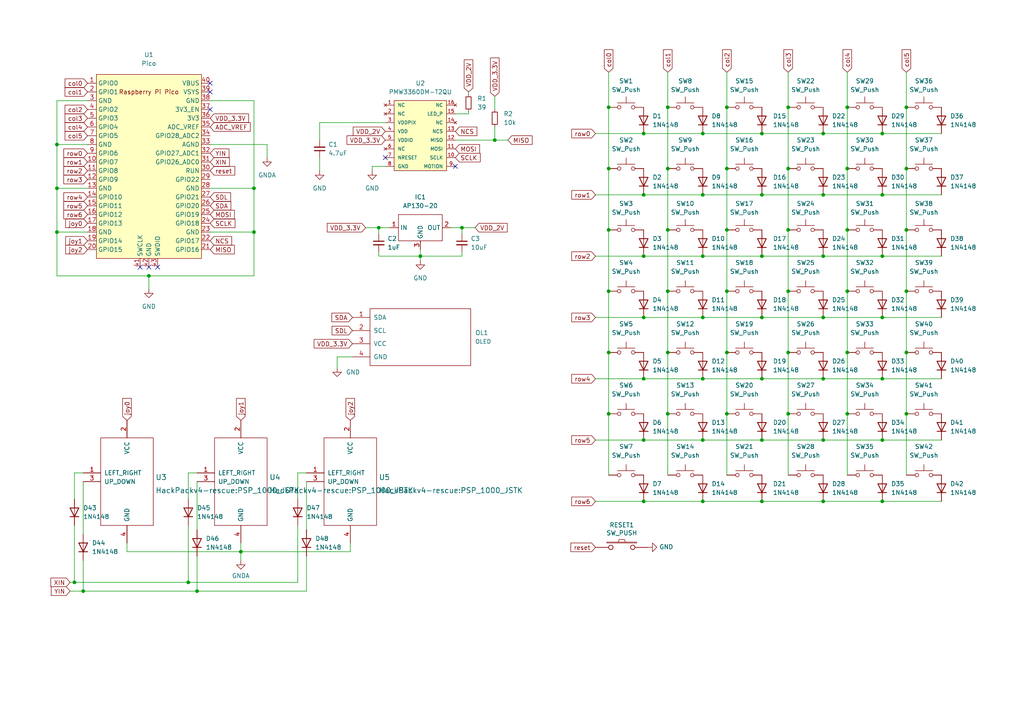
<source format=kicad_sch>
(kicad_sch (version 20211123) (generator eeschema)

  (uuid 8dd266b8-9461-43b1-bfe2-0743f4f2210f)

  (paper "A4")

  (lib_symbols
    (symbol "Device:C_Small" (pin_numbers hide) (pin_names (offset 0.254) hide) (in_bom yes) (on_board yes)
      (property "Reference" "C" (id 0) (at 0.254 1.778 0)
        (effects (font (size 1.27 1.27)) (justify left))
      )
      (property "Value" "C_Small" (id 1) (at 0.254 -2.032 0)
        (effects (font (size 1.27 1.27)) (justify left))
      )
      (property "Footprint" "" (id 2) (at 0 0 0)
        (effects (font (size 1.27 1.27)) hide)
      )
      (property "Datasheet" "~" (id 3) (at 0 0 0)
        (effects (font (size 1.27 1.27)) hide)
      )
      (property "ki_keywords" "capacitor cap" (id 4) (at 0 0 0)
        (effects (font (size 1.27 1.27)) hide)
      )
      (property "ki_description" "Unpolarized capacitor, small symbol" (id 5) (at 0 0 0)
        (effects (font (size 1.27 1.27)) hide)
      )
      (property "ki_fp_filters" "C_*" (id 6) (at 0 0 0)
        (effects (font (size 1.27 1.27)) hide)
      )
      (symbol "C_Small_0_1"
        (polyline
          (pts
            (xy -1.524 -0.508)
            (xy 1.524 -0.508)
          )
          (stroke (width 0.3302) (type default) (color 0 0 0 0))
          (fill (type none))
        )
        (polyline
          (pts
            (xy -1.524 0.508)
            (xy 1.524 0.508)
          )
          (stroke (width 0.3048) (type default) (color 0 0 0 0))
          (fill (type none))
        )
      )
      (symbol "C_Small_1_1"
        (pin passive line (at 0 2.54 270) (length 2.032)
          (name "~" (effects (font (size 1.27 1.27))))
          (number "1" (effects (font (size 1.27 1.27))))
        )
        (pin passive line (at 0 -2.54 90) (length 2.032)
          (name "~" (effects (font (size 1.27 1.27))))
          (number "2" (effects (font (size 1.27 1.27))))
        )
      )
    )
    (symbol "Device:R_Small" (pin_numbers hide) (pin_names (offset 0.254) hide) (in_bom yes) (on_board yes)
      (property "Reference" "R" (id 0) (at 0.762 0.508 0)
        (effects (font (size 1.27 1.27)) (justify left))
      )
      (property "Value" "R_Small" (id 1) (at 0.762 -1.016 0)
        (effects (font (size 1.27 1.27)) (justify left))
      )
      (property "Footprint" "" (id 2) (at 0 0 0)
        (effects (font (size 1.27 1.27)) hide)
      )
      (property "Datasheet" "~" (id 3) (at 0 0 0)
        (effects (font (size 1.27 1.27)) hide)
      )
      (property "ki_keywords" "R resistor" (id 4) (at 0 0 0)
        (effects (font (size 1.27 1.27)) hide)
      )
      (property "ki_description" "Resistor, small symbol" (id 5) (at 0 0 0)
        (effects (font (size 1.27 1.27)) hide)
      )
      (property "ki_fp_filters" "R_*" (id 6) (at 0 0 0)
        (effects (font (size 1.27 1.27)) hide)
      )
      (symbol "R_Small_0_1"
        (rectangle (start -0.762 1.778) (end 0.762 -1.778)
          (stroke (width 0.2032) (type default) (color 0 0 0 0))
          (fill (type none))
        )
      )
      (symbol "R_Small_1_1"
        (pin passive line (at 0 2.54 270) (length 0.762)
          (name "~" (effects (font (size 1.27 1.27))))
          (number "1" (effects (font (size 1.27 1.27))))
        )
        (pin passive line (at 0 -2.54 90) (length 0.762)
          (name "~" (effects (font (size 1.27 1.27))))
          (number "2" (effects (font (size 1.27 1.27))))
        )
      )
    )
    (symbol "Diode:1N4148" (pin_numbers hide) (pin_names (offset 1.016) hide) (in_bom yes) (on_board yes)
      (property "Reference" "D" (id 0) (at 0 2.54 0)
        (effects (font (size 1.27 1.27)))
      )
      (property "Value" "1N4148" (id 1) (at 0 -2.54 0)
        (effects (font (size 1.27 1.27)))
      )
      (property "Footprint" "Diode_THT:D_DO-35_SOD27_P7.62mm_Horizontal" (id 2) (at 0 -4.445 0)
        (effects (font (size 1.27 1.27)) hide)
      )
      (property "Datasheet" "https://assets.nexperia.com/documents/data-sheet/1N4148_1N4448.pdf" (id 3) (at 0 0 0)
        (effects (font (size 1.27 1.27)) hide)
      )
      (property "ki_keywords" "diode" (id 4) (at 0 0 0)
        (effects (font (size 1.27 1.27)) hide)
      )
      (property "ki_description" "100V 0.15A standard switching diode, DO-35" (id 5) (at 0 0 0)
        (effects (font (size 1.27 1.27)) hide)
      )
      (property "ki_fp_filters" "D*DO?35*" (id 6) (at 0 0 0)
        (effects (font (size 1.27 1.27)) hide)
      )
      (symbol "1N4148_0_1"
        (polyline
          (pts
            (xy -1.27 1.27)
            (xy -1.27 -1.27)
          )
          (stroke (width 0.254) (type default) (color 0 0 0 0))
          (fill (type none))
        )
        (polyline
          (pts
            (xy 1.27 0)
            (xy -1.27 0)
          )
          (stroke (width 0) (type default) (color 0 0 0 0))
          (fill (type none))
        )
        (polyline
          (pts
            (xy 1.27 1.27)
            (xy 1.27 -1.27)
            (xy -1.27 0)
            (xy 1.27 1.27)
          )
          (stroke (width 0.254) (type default) (color 0 0 0 0))
          (fill (type none))
        )
      )
      (symbol "1N4148_1_1"
        (pin passive line (at -3.81 0 0) (length 2.54)
          (name "K" (effects (font (size 1.27 1.27))))
          (number "1" (effects (font (size 1.27 1.27))))
        )
        (pin passive line (at 3.81 0 180) (length 2.54)
          (name "A" (effects (font (size 1.27 1.27))))
          (number "2" (effects (font (size 1.27 1.27))))
        )
      )
    )
    (symbol "HackPackv4-cache:HackPackv4-rescue{colon}PSP_1000_JSTK" (pin_names (offset 1.016)) (in_bom yes) (on_board yes)
      (property "Reference" "U" (id 0) (at 10.16 10.16 0)
        (effects (font (size 1.524 1.524)))
      )
      (property "Value" "HackPackv4-rescue{colon}PSP_1000_JSTK" (id 1) (at 17.78 -12.7 0)
        (effects (font (size 1.524 1.524)))
      )
      (property "Footprint" "" (id 2) (at 33.02 -17.78 0)
        (effects (font (size 1.524 1.524)) hide)
      )
      (property "Datasheet" "" (id 3) (at 33.02 -17.78 0)
        (effects (font (size 1.524 1.524)) hide)
      )
      (symbol "HackPackv4-rescue{colon}PSP_1000_JSTK_0_1"
        (rectangle (start -7.62 11.43) (end 7.62 -13.97)
          (stroke (width 0) (type default) (color 0 0 0 0))
          (fill (type none))
        )
      )
      (symbol "HackPackv4-rescue{colon}PSP_1000_JSTK_1_1"
        (pin output line (at -12.7 1.27 0) (length 5.08)
          (name "LEFT_RIGHT" (effects (font (size 1.27 1.27))))
          (number "1" (effects (font (size 1.27 1.27))))
        )
        (pin power_in line (at 0 16.51 270) (length 5.08)
          (name "VCC" (effects (font (size 1.27 1.27))))
          (number "2" (effects (font (size 1.27 1.27))))
        )
        (pin output line (at -12.7 -1.27 0) (length 5.08)
          (name "UP_DOWN" (effects (font (size 1.27 1.27))))
          (number "3" (effects (font (size 1.27 1.27))))
        )
        (pin power_in line (at 0 -19.05 90) (length 5.08)
          (name "GND" (effects (font (size 1.27 1.27))))
          (number "4" (effects (font (size 1.27 1.27))))
        )
      )
    )
    (symbol "MCU_RaspberryPi_and_Boards:Pico" (in_bom yes) (on_board yes)
      (property "Reference" "U" (id 0) (at -13.97 27.94 0)
        (effects (font (size 1.27 1.27)))
      )
      (property "Value" "Pico" (id 1) (at 0 19.05 0)
        (effects (font (size 1.27 1.27)))
      )
      (property "Footprint" "RPi_Pico:RPi_Pico_SMD_TH" (id 2) (at 0 0 90)
        (effects (font (size 1.27 1.27)) hide)
      )
      (property "Datasheet" "" (id 3) (at 0 0 0)
        (effects (font (size 1.27 1.27)) hide)
      )
      (symbol "Pico_0_0"
        (text "Raspberry Pi Pico" (at 0 21.59 0)
          (effects (font (size 1.27 1.27)))
        )
      )
      (symbol "Pico_0_1"
        (rectangle (start -15.24 26.67) (end 15.24 -26.67)
          (stroke (width 0) (type default) (color 0 0 0 0))
          (fill (type background))
        )
      )
      (symbol "Pico_1_1"
        (pin bidirectional line (at -17.78 24.13 0) (length 2.54)
          (name "GPIO0" (effects (font (size 1.27 1.27))))
          (number "1" (effects (font (size 1.27 1.27))))
        )
        (pin bidirectional line (at -17.78 1.27 0) (length 2.54)
          (name "GPIO7" (effects (font (size 1.27 1.27))))
          (number "10" (effects (font (size 1.27 1.27))))
        )
        (pin bidirectional line (at -17.78 -1.27 0) (length 2.54)
          (name "GPIO8" (effects (font (size 1.27 1.27))))
          (number "11" (effects (font (size 1.27 1.27))))
        )
        (pin bidirectional line (at -17.78 -3.81 0) (length 2.54)
          (name "GPIO9" (effects (font (size 1.27 1.27))))
          (number "12" (effects (font (size 1.27 1.27))))
        )
        (pin power_in line (at -17.78 -6.35 0) (length 2.54)
          (name "GND" (effects (font (size 1.27 1.27))))
          (number "13" (effects (font (size 1.27 1.27))))
        )
        (pin bidirectional line (at -17.78 -8.89 0) (length 2.54)
          (name "GPIO10" (effects (font (size 1.27 1.27))))
          (number "14" (effects (font (size 1.27 1.27))))
        )
        (pin bidirectional line (at -17.78 -11.43 0) (length 2.54)
          (name "GPIO11" (effects (font (size 1.27 1.27))))
          (number "15" (effects (font (size 1.27 1.27))))
        )
        (pin bidirectional line (at -17.78 -13.97 0) (length 2.54)
          (name "GPIO12" (effects (font (size 1.27 1.27))))
          (number "16" (effects (font (size 1.27 1.27))))
        )
        (pin bidirectional line (at -17.78 -16.51 0) (length 2.54)
          (name "GPIO13" (effects (font (size 1.27 1.27))))
          (number "17" (effects (font (size 1.27 1.27))))
        )
        (pin power_in line (at -17.78 -19.05 0) (length 2.54)
          (name "GND" (effects (font (size 1.27 1.27))))
          (number "18" (effects (font (size 1.27 1.27))))
        )
        (pin bidirectional line (at -17.78 -21.59 0) (length 2.54)
          (name "GPIO14" (effects (font (size 1.27 1.27))))
          (number "19" (effects (font (size 1.27 1.27))))
        )
        (pin bidirectional line (at -17.78 21.59 0) (length 2.54)
          (name "GPIO1" (effects (font (size 1.27 1.27))))
          (number "2" (effects (font (size 1.27 1.27))))
        )
        (pin bidirectional line (at -17.78 -24.13 0) (length 2.54)
          (name "GPIO15" (effects (font (size 1.27 1.27))))
          (number "20" (effects (font (size 1.27 1.27))))
        )
        (pin bidirectional line (at 17.78 -24.13 180) (length 2.54)
          (name "GPIO16" (effects (font (size 1.27 1.27))))
          (number "21" (effects (font (size 1.27 1.27))))
        )
        (pin bidirectional line (at 17.78 -21.59 180) (length 2.54)
          (name "GPIO17" (effects (font (size 1.27 1.27))))
          (number "22" (effects (font (size 1.27 1.27))))
        )
        (pin power_in line (at 17.78 -19.05 180) (length 2.54)
          (name "GND" (effects (font (size 1.27 1.27))))
          (number "23" (effects (font (size 1.27 1.27))))
        )
        (pin bidirectional line (at 17.78 -16.51 180) (length 2.54)
          (name "GPIO18" (effects (font (size 1.27 1.27))))
          (number "24" (effects (font (size 1.27 1.27))))
        )
        (pin bidirectional line (at 17.78 -13.97 180) (length 2.54)
          (name "GPIO19" (effects (font (size 1.27 1.27))))
          (number "25" (effects (font (size 1.27 1.27))))
        )
        (pin bidirectional line (at 17.78 -11.43 180) (length 2.54)
          (name "GPIO20" (effects (font (size 1.27 1.27))))
          (number "26" (effects (font (size 1.27 1.27))))
        )
        (pin bidirectional line (at 17.78 -8.89 180) (length 2.54)
          (name "GPIO21" (effects (font (size 1.27 1.27))))
          (number "27" (effects (font (size 1.27 1.27))))
        )
        (pin power_in line (at 17.78 -6.35 180) (length 2.54)
          (name "GND" (effects (font (size 1.27 1.27))))
          (number "28" (effects (font (size 1.27 1.27))))
        )
        (pin bidirectional line (at 17.78 -3.81 180) (length 2.54)
          (name "GPIO22" (effects (font (size 1.27 1.27))))
          (number "29" (effects (font (size 1.27 1.27))))
        )
        (pin power_in line (at -17.78 19.05 0) (length 2.54)
          (name "GND" (effects (font (size 1.27 1.27))))
          (number "3" (effects (font (size 1.27 1.27))))
        )
        (pin input line (at 17.78 -1.27 180) (length 2.54)
          (name "RUN" (effects (font (size 1.27 1.27))))
          (number "30" (effects (font (size 1.27 1.27))))
        )
        (pin bidirectional line (at 17.78 1.27 180) (length 2.54)
          (name "GPIO26_ADC0" (effects (font (size 1.27 1.27))))
          (number "31" (effects (font (size 1.27 1.27))))
        )
        (pin bidirectional line (at 17.78 3.81 180) (length 2.54)
          (name "GPIO27_ADC1" (effects (font (size 1.27 1.27))))
          (number "32" (effects (font (size 1.27 1.27))))
        )
        (pin power_in line (at 17.78 6.35 180) (length 2.54)
          (name "AGND" (effects (font (size 1.27 1.27))))
          (number "33" (effects (font (size 1.27 1.27))))
        )
        (pin bidirectional line (at 17.78 8.89 180) (length 2.54)
          (name "GPIO28_ADC2" (effects (font (size 1.27 1.27))))
          (number "34" (effects (font (size 1.27 1.27))))
        )
        (pin power_in line (at 17.78 11.43 180) (length 2.54)
          (name "ADC_VREF" (effects (font (size 1.27 1.27))))
          (number "35" (effects (font (size 1.27 1.27))))
        )
        (pin power_in line (at 17.78 13.97 180) (length 2.54)
          (name "3V3" (effects (font (size 1.27 1.27))))
          (number "36" (effects (font (size 1.27 1.27))))
        )
        (pin input line (at 17.78 16.51 180) (length 2.54)
          (name "3V3_EN" (effects (font (size 1.27 1.27))))
          (number "37" (effects (font (size 1.27 1.27))))
        )
        (pin bidirectional line (at 17.78 19.05 180) (length 2.54)
          (name "GND" (effects (font (size 1.27 1.27))))
          (number "38" (effects (font (size 1.27 1.27))))
        )
        (pin power_in line (at 17.78 21.59 180) (length 2.54)
          (name "VSYS" (effects (font (size 1.27 1.27))))
          (number "39" (effects (font (size 1.27 1.27))))
        )
        (pin bidirectional line (at -17.78 16.51 0) (length 2.54)
          (name "GPIO2" (effects (font (size 1.27 1.27))))
          (number "4" (effects (font (size 1.27 1.27))))
        )
        (pin power_in line (at 17.78 24.13 180) (length 2.54)
          (name "VBUS" (effects (font (size 1.27 1.27))))
          (number "40" (effects (font (size 1.27 1.27))))
        )
        (pin input line (at -2.54 -29.21 90) (length 2.54)
          (name "SWCLK" (effects (font (size 1.27 1.27))))
          (number "41" (effects (font (size 1.27 1.27))))
        )
        (pin power_in line (at 0 -29.21 90) (length 2.54)
          (name "GND" (effects (font (size 1.27 1.27))))
          (number "42" (effects (font (size 1.27 1.27))))
        )
        (pin bidirectional line (at 2.54 -29.21 90) (length 2.54)
          (name "SWDIO" (effects (font (size 1.27 1.27))))
          (number "43" (effects (font (size 1.27 1.27))))
        )
        (pin bidirectional line (at -17.78 13.97 0) (length 2.54)
          (name "GPIO3" (effects (font (size 1.27 1.27))))
          (number "5" (effects (font (size 1.27 1.27))))
        )
        (pin bidirectional line (at -17.78 11.43 0) (length 2.54)
          (name "GPIO4" (effects (font (size 1.27 1.27))))
          (number "6" (effects (font (size 1.27 1.27))))
        )
        (pin bidirectional line (at -17.78 8.89 0) (length 2.54)
          (name "GPIO5" (effects (font (size 1.27 1.27))))
          (number "7" (effects (font (size 1.27 1.27))))
        )
        (pin power_in line (at -17.78 6.35 0) (length 2.54)
          (name "GND" (effects (font (size 1.27 1.27))))
          (number "8" (effects (font (size 1.27 1.27))))
        )
        (pin bidirectional line (at -17.78 3.81 0) (length 2.54)
          (name "GPIO6" (effects (font (size 1.27 1.27))))
          (number "9" (effects (font (size 1.27 1.27))))
        )
      )
    )
    (symbol "Switch:SW_Push" (pin_numbers hide) (pin_names (offset 1.016) hide) (in_bom yes) (on_board yes)
      (property "Reference" "SW" (id 0) (at 1.27 2.54 0)
        (effects (font (size 1.27 1.27)) (justify left))
      )
      (property "Value" "SW_Push" (id 1) (at 0 -1.524 0)
        (effects (font (size 1.27 1.27)))
      )
      (property "Footprint" "" (id 2) (at 0 5.08 0)
        (effects (font (size 1.27 1.27)) hide)
      )
      (property "Datasheet" "~" (id 3) (at 0 5.08 0)
        (effects (font (size 1.27 1.27)) hide)
      )
      (property "ki_keywords" "switch normally-open pushbutton push-button" (id 4) (at 0 0 0)
        (effects (font (size 1.27 1.27)) hide)
      )
      (property "ki_description" "Push button switch, generic, two pins" (id 5) (at 0 0 0)
        (effects (font (size 1.27 1.27)) hide)
      )
      (symbol "SW_Push_0_1"
        (circle (center -2.032 0) (radius 0.508)
          (stroke (width 0) (type default) (color 0 0 0 0))
          (fill (type none))
        )
        (polyline
          (pts
            (xy 0 1.27)
            (xy 0 3.048)
          )
          (stroke (width 0) (type default) (color 0 0 0 0))
          (fill (type none))
        )
        (polyline
          (pts
            (xy 2.54 1.27)
            (xy -2.54 1.27)
          )
          (stroke (width 0) (type default) (color 0 0 0 0))
          (fill (type none))
        )
        (circle (center 2.032 0) (radius 0.508)
          (stroke (width 0) (type default) (color 0 0 0 0))
          (fill (type none))
        )
        (pin passive line (at -5.08 0 0) (length 2.54)
          (name "1" (effects (font (size 1.27 1.27))))
          (number "1" (effects (font (size 1.27 1.27))))
        )
        (pin passive line (at 5.08 0 180) (length 2.54)
          (name "2" (effects (font (size 1.27 1.27))))
          (number "2" (effects (font (size 1.27 1.27))))
        )
      )
    )
    (symbol "kbd:OLED" (pin_names (offset 1.016)) (in_bom yes) (on_board yes)
      (property "Reference" "OL" (id 0) (at 0 2.54 0)
        (effects (font (size 1.2954 1.2954)))
      )
      (property "Value" "OLED" (id 1) (at 0 -1.27 0)
        (effects (font (size 1.1938 1.1938)))
      )
      (property "Footprint" "" (id 2) (at 0 2.54 0)
        (effects (font (size 1.524 1.524)) hide)
      )
      (property "Datasheet" "" (id 3) (at 0 2.54 0)
        (effects (font (size 1.524 1.524)) hide)
      )
      (symbol "OLED_0_1"
        (rectangle (start -13.97 8.89) (end 15.24 -7.62)
          (stroke (width 0) (type default) (color 0 0 0 0))
          (fill (type none))
        )
      )
      (symbol "OLED_1_1"
        (pin bidirectional line (at -19.05 6.35 0) (length 5.08)
          (name "SDA" (effects (font (size 1.27 1.27))))
          (number "1" (effects (font (size 1.27 1.27))))
        )
        (pin bidirectional line (at -19.05 2.54 0) (length 5.08)
          (name "SCL" (effects (font (size 1.27 1.27))))
          (number "2" (effects (font (size 1.27 1.27))))
        )
        (pin power_in line (at -19.05 -1.27 0) (length 5.08)
          (name "VCC" (effects (font (size 1.27 1.27))))
          (number "3" (effects (font (size 1.27 1.27))))
        )
        (pin power_in line (at -19.05 -5.08 0) (length 5.08)
          (name "GND" (effects (font (size 1.27 1.27))))
          (number "4" (effects (font (size 1.27 1.27))))
        )
      )
    )
    (symbol "power:GND" (power) (pin_names (offset 0)) (in_bom yes) (on_board yes)
      (property "Reference" "#PWR" (id 0) (at 0 -6.35 0)
        (effects (font (size 1.27 1.27)) hide)
      )
      (property "Value" "GND" (id 1) (at 0 -3.81 0)
        (effects (font (size 1.27 1.27)))
      )
      (property "Footprint" "" (id 2) (at 0 0 0)
        (effects (font (size 1.27 1.27)) hide)
      )
      (property "Datasheet" "" (id 3) (at 0 0 0)
        (effects (font (size 1.27 1.27)) hide)
      )
      (property "ki_keywords" "power-flag" (id 4) (at 0 0 0)
        (effects (font (size 1.27 1.27)) hide)
      )
      (property "ki_description" "Power symbol creates a global label with name \"GND\" , ground" (id 5) (at 0 0 0)
        (effects (font (size 1.27 1.27)) hide)
      )
      (symbol "GND_0_1"
        (polyline
          (pts
            (xy 0 0)
            (xy 0 -1.27)
            (xy 1.27 -1.27)
            (xy 0 -2.54)
            (xy -1.27 -1.27)
            (xy 0 -1.27)
          )
          (stroke (width 0) (type default) (color 0 0 0 0))
          (fill (type none))
        )
      )
      (symbol "GND_1_1"
        (pin power_in line (at 0 0 270) (length 0) hide
          (name "GND" (effects (font (size 1.27 1.27))))
          (number "1" (effects (font (size 1.27 1.27))))
        )
      )
    )
    (symbol "power:GNDA" (power) (pin_names (offset 0)) (in_bom yes) (on_board yes)
      (property "Reference" "#PWR" (id 0) (at 0 -6.35 0)
        (effects (font (size 1.27 1.27)) hide)
      )
      (property "Value" "GNDA" (id 1) (at 0 -3.81 0)
        (effects (font (size 1.27 1.27)))
      )
      (property "Footprint" "" (id 2) (at 0 0 0)
        (effects (font (size 1.27 1.27)) hide)
      )
      (property "Datasheet" "" (id 3) (at 0 0 0)
        (effects (font (size 1.27 1.27)) hide)
      )
      (property "ki_keywords" "power-flag" (id 4) (at 0 0 0)
        (effects (font (size 1.27 1.27)) hide)
      )
      (property "ki_description" "Power symbol creates a global label with name \"GNDA\" , analog ground" (id 5) (at 0 0 0)
        (effects (font (size 1.27 1.27)) hide)
      )
      (symbol "GNDA_0_1"
        (polyline
          (pts
            (xy 0 0)
            (xy 0 -1.27)
            (xy 1.27 -1.27)
            (xy 0 -2.54)
            (xy -1.27 -1.27)
            (xy 0 -1.27)
          )
          (stroke (width 0) (type default) (color 0 0 0 0))
          (fill (type none))
        )
      )
      (symbol "GNDA_1_1"
        (pin power_in line (at 0 0 270) (length 0) hide
          (name "GNDA" (effects (font (size 1.27 1.27))))
          (number "1" (effects (font (size 1.27 1.27))))
        )
      )
    )
    (symbol "pwm3360:PWM3360" (pin_names (offset 1.016)) (in_bom yes) (on_board yes)
      (property "Reference" "U" (id 0) (at 0 13.97 0)
        (effects (font (size 1.27 1.27)))
      )
      (property "Value" "PWM3360" (id 1) (at 0.254 12.446 0)
        (effects (font (size 1.27 1.27)))
      )
      (property "Footprint" "" (id 2) (at 0 13.97 0)
        (effects (font (size 1.27 1.27)) hide)
      )
      (property "Datasheet" "" (id 3) (at 0 13.97 0)
        (effects (font (size 1.27 1.27)) hide)
      )
      (symbol "PWM3360_0_1"
        (rectangle (start -7.62 10.16) (end 7.62 -10.16)
          (stroke (width 0) (type default) (color 0 0 0 0))
          (fill (type background))
        )
      )
      (symbol "PWM3360_1_1"
        (pin no_connect line (at -10.16 8.89 0) (length 2.54)
          (name "NC" (effects (font (size 0.9906 0.9906))))
          (number "1" (effects (font (size 0.9906 0.9906))))
        )
        (pin input line (at 10.16 -6.35 180) (length 2.54)
          (name "SCLK" (effects (font (size 0.9906 0.9906))))
          (number "10" (effects (font (size 0.9906 0.9906))))
        )
        (pin input line (at 10.16 -3.81 180) (length 2.54)
          (name "MOSI" (effects (font (size 0.9906 0.9906))))
          (number "11" (effects (font (size 0.9906 0.9906))))
        )
        (pin output line (at 10.16 -1.27 180) (length 2.54)
          (name "MISO" (effects (font (size 0.9906 0.9906))))
          (number "12" (effects (font (size 0.9906 0.9906))))
        )
        (pin input line (at 10.16 1.27 180) (length 2.54)
          (name "NCS" (effects (font (size 0.9906 0.9906))))
          (number "13" (effects (font (size 0.9906 0.9906))))
        )
        (pin no_connect line (at 10.16 3.81 180) (length 2.54)
          (name "NC" (effects (font (size 0.9906 0.9906))))
          (number "14" (effects (font (size 0.9906 0.9906))))
        )
        (pin input line (at 10.16 6.35 180) (length 2.54)
          (name "LED_P" (effects (font (size 0.9906 0.9906))))
          (number "15" (effects (font (size 0.9906 0.9906))))
        )
        (pin no_connect line (at 10.16 8.89 180) (length 2.54)
          (name "NC" (effects (font (size 0.9906 0.9906))))
          (number "16" (effects (font (size 0.9906 0.9906))))
        )
        (pin no_connect line (at -10.16 6.35 0) (length 2.54)
          (name "NC" (effects (font (size 0.9906 0.9906))))
          (number "2" (effects (font (size 0.9906 0.9906))))
        )
        (pin power_in line (at -10.16 3.81 0) (length 2.54)
          (name "VDDPIX" (effects (font (size 0.9906 0.9906))))
          (number "3" (effects (font (size 0.9906 0.9906))))
        )
        (pin power_in line (at -10.16 1.27 0) (length 2.54)
          (name "VDD" (effects (font (size 0.9906 0.9906))))
          (number "4" (effects (font (size 0.9906 0.9906))))
        )
        (pin power_in line (at -10.16 -1.27 0) (length 2.54)
          (name "VDDIO" (effects (font (size 0.9906 0.9906))))
          (number "5" (effects (font (size 0.9906 0.9906))))
        )
        (pin no_connect line (at -10.16 -3.81 0) (length 2.54)
          (name "NC" (effects (font (size 0.9906 0.9906))))
          (number "6" (effects (font (size 0.9906 0.9906))))
        )
        (pin input line (at -10.16 -6.35 0) (length 2.54)
          (name "NRESET" (effects (font (size 0.9906 0.9906))))
          (number "7" (effects (font (size 0.9906 0.9906))))
        )
        (pin power_in line (at -10.16 -8.89 0) (length 2.54)
          (name "GND" (effects (font (size 0.9906 0.9906))))
          (number "8" (effects (font (size 0.9906 0.9906))))
        )
        (pin output line (at 10.16 -8.89 180) (length 2.54)
          (name "MOTION" (effects (font (size 0.9906 0.9906))))
          (number "9" (effects (font (size 0.9906 0.9906))))
        )
      )
    )
    (symbol "reviung41-rescue:SW_PUSH-_reviung-kbd" (pin_numbers hide) (pin_names (offset 1.016) hide) (in_bom yes) (on_board yes)
      (property "Reference" "SW" (id 0) (at 3.81 2.794 0)
        (effects (font (size 1.27 1.27)))
      )
      (property "Value" "SW_PUSH-_reviung-kbd" (id 1) (at 0 -2.032 0)
        (effects (font (size 1.27 1.27)))
      )
      (property "Footprint" "" (id 2) (at 0 0 0)
        (effects (font (size 1.27 1.27)))
      )
      (property "Datasheet" "" (id 3) (at 0 0 0)
        (effects (font (size 1.27 1.27)))
      )
      (symbol "SW_PUSH-_reviung-kbd_0_1"
        (rectangle (start -4.318 1.27) (end 4.318 1.524)
          (stroke (width 0) (type default) (color 0 0 0 0))
          (fill (type none))
        )
        (polyline
          (pts
            (xy -1.016 1.524)
            (xy -0.762 2.286)
            (xy 0.762 2.286)
            (xy 1.016 1.524)
          )
          (stroke (width 0) (type default) (color 0 0 0 0))
          (fill (type none))
        )
        (pin passive inverted (at -7.62 0 0) (length 5.08)
          (name "1" (effects (font (size 1.27 1.27))))
          (number "1" (effects (font (size 1.27 1.27))))
        )
        (pin passive inverted (at 7.62 0 180) (length 5.08)
          (name "2" (effects (font (size 1.27 1.27))))
          (number "2" (effects (font (size 1.27 1.27))))
        )
      )
    )
    (symbol "unibody-split:AP130-20" (in_bom yes) (on_board yes)
      (property "Reference" "IC" (id 0) (at 0 7.62 0)
        (effects (font (size 1.27 1.27)))
      )
      (property "Value" "AP130-20" (id 1) (at 0 5.08 0)
        (effects (font (size 1.27 1.27)))
      )
      (property "Footprint" "" (id 2) (at 0 0 0)
        (effects (font (size 1.27 1.27)) hide)
      )
      (property "Datasheet" "" (id 3) (at 0 0 0)
        (effects (font (size 1.27 1.27)) hide)
      )
      (symbol "AP130-20_0_1"
        (rectangle (start -6.35 3.81) (end 6.35 -3.81)
          (stroke (width 0) (type default) (color 0 0 0 0))
          (fill (type none))
        )
      )
      (symbol "AP130-20_1_1"
        (pin passive line (at -8.89 0 0) (length 2.54)
          (name "IN" (effects (font (size 1.27 1.27))))
          (number "1" (effects (font (size 1.27 1.27))))
        )
        (pin passive line (at 8.89 0 180) (length 2.54)
          (name "OUT" (effects (font (size 1.27 1.27))))
          (number "2" (effects (font (size 1.27 1.27))))
        )
        (pin passive line (at 0 -6.35 90) (length 2.54)
          (name "GND" (effects (font (size 1.27 1.27))))
          (number "3" (effects (font (size 1.27 1.27))))
        )
      )
    )
  )

  (junction (at 16.51 67.31) (diameter 0) (color 0 0 0 0)
    (uuid 041611fb-0934-4b76-b4c2-836af26b1de5)
  )
  (junction (at 238.76 38.735) (diameter 0) (color 0 0 0 0)
    (uuid 09a9c68c-a8e0-468c-aa6a-2977c87fdfd9)
  )
  (junction (at 186.69 74.295) (diameter 0) (color 0 0 0 0)
    (uuid 0dbd9e0b-a154-475e-bd42-6f56fe55b10d)
  )
  (junction (at 203.835 74.295) (diameter 0) (color 0 0 0 0)
    (uuid 107cb206-5103-4362-b901-a49d85e6520a)
  )
  (junction (at 238.76 74.295) (diameter 0) (color 0 0 0 0)
    (uuid 15e23e2e-547e-472a-b06c-b931a125445c)
  )
  (junction (at 24.13 171.45) (diameter 0) (color 0 0 0 0)
    (uuid 170ec72d-9989-4172-ab65-510241fe2368)
  )
  (junction (at 255.905 38.735) (diameter 0) (color 0 0 0 0)
    (uuid 17d5e93f-e79d-4b0b-ace5-8cbdb2b2f962)
  )
  (junction (at 176.53 102.235) (diameter 0) (color 0 0 0 0)
    (uuid 17e052e0-d564-422e-9c23-30817888676f)
  )
  (junction (at 238.76 145.415) (diameter 0) (color 0 0 0 0)
    (uuid 186dea9f-13cd-4420-85c9-2f01fd2a4adf)
  )
  (junction (at 262.89 102.235) (diameter 0) (color 0 0 0 0)
    (uuid 187ac9dd-fca9-4566-b96f-2bfefb678f98)
  )
  (junction (at 193.675 31.115) (diameter 0) (color 0 0 0 0)
    (uuid 19032bd0-d09a-4686-a0e2-0f532fca1de9)
  )
  (junction (at 228.6 31.115) (diameter 0) (color 0 0 0 0)
    (uuid 1d4dd26b-b698-42b0-ba09-a654f13e2dce)
  )
  (junction (at 245.745 48.895) (diameter 0) (color 0 0 0 0)
    (uuid 2580b6cd-3aee-4d61-9edf-c1f7db687e45)
  )
  (junction (at 238.76 109.855) (diameter 0) (color 0 0 0 0)
    (uuid 2d00ab23-813d-4b2b-a67c-17a08b25dd49)
  )
  (junction (at 54.61 168.91) (diameter 0) (color 0 0 0 0)
    (uuid 3264e69b-d1f0-4564-999c-0c4fee2da806)
  )
  (junction (at 73.66 54.61) (diameter 0) (color 0 0 0 0)
    (uuid 35215775-bc70-4372-aaf3-d08c25416682)
  )
  (junction (at 16.51 54.61) (diameter 0) (color 0 0 0 0)
    (uuid 36500793-ee0e-4c9b-8c3b-6518c51ee3fe)
  )
  (junction (at 73.66 67.31) (diameter 0) (color 0 0 0 0)
    (uuid 366c85c2-9ef6-47c3-9034-9ced7df6ae53)
  )
  (junction (at 143.51 40.64) (diameter 0) (color 0 0 0 0)
    (uuid 399718ca-b09a-4d30-ab9c-09dc800ed6d5)
  )
  (junction (at 186.69 145.415) (diameter 0) (color 0 0 0 0)
    (uuid 39f8150d-7aa8-4f57-b9c6-2633d85e4de6)
  )
  (junction (at 228.6 48.895) (diameter 0) (color 0 0 0 0)
    (uuid 3e77b433-678d-4f4e-9815-f6c06da94d6b)
  )
  (junction (at 255.905 127.635) (diameter 0) (color 0 0 0 0)
    (uuid 3f0af3ff-3d2e-4e16-bd64-8bd2e7bf55bc)
  )
  (junction (at 21.59 168.91) (diameter 0) (color 0 0 0 0)
    (uuid 3fd55d5a-2d25-4dc8-80c1-6c86b4fca880)
  )
  (junction (at 210.82 120.015) (diameter 0) (color 0 0 0 0)
    (uuid 43053d49-b12b-4534-9649-9b3c8eb708a3)
  )
  (junction (at 245.745 84.455) (diameter 0) (color 0 0 0 0)
    (uuid 476f3b69-0e5e-4361-bb47-c9b6b7e9edf4)
  )
  (junction (at 262.89 66.675) (diameter 0) (color 0 0 0 0)
    (uuid 5a08a7f4-7151-462d-b31d-611195c1603f)
  )
  (junction (at 57.15 171.45) (diameter 0) (color 0 0 0 0)
    (uuid 5f22f0ea-79cf-44b0-ad3d-0e15e420bc28)
  )
  (junction (at 193.675 84.455) (diameter 0) (color 0 0 0 0)
    (uuid 5f5d35b9-c0ad-440d-9666-3ebcf1520bcf)
  )
  (junction (at 262.89 31.115) (diameter 0) (color 0 0 0 0)
    (uuid 606fc622-3cbb-411b-beb9-cada74c76fd0)
  )
  (junction (at 255.905 56.515) (diameter 0) (color 0 0 0 0)
    (uuid 61918ed9-f308-4195-9fb0-992488b215d0)
  )
  (junction (at 203.835 127.635) (diameter 0) (color 0 0 0 0)
    (uuid 6a8c8682-8498-4a1d-9424-e50a24251989)
  )
  (junction (at 220.98 92.075) (diameter 0) (color 0 0 0 0)
    (uuid 6adaa44b-5927-497e-9786-1f7cbe2aff6f)
  )
  (junction (at 43.18 80.01) (diameter 0) (color 0 0 0 0)
    (uuid 6e826801-0eaf-4507-b6aa-3c8b4c8460a7)
  )
  (junction (at 220.98 74.295) (diameter 0) (color 0 0 0 0)
    (uuid 6ed997aa-8f2a-409c-9808-70f995b4b7a1)
  )
  (junction (at 255.905 145.415) (diameter 0) (color 0 0 0 0)
    (uuid 747fe90d-9274-444d-96a0-42eacf7df926)
  )
  (junction (at 245.745 102.235) (diameter 0) (color 0 0 0 0)
    (uuid 772e98cf-9ad7-48d5-bafb-9354849ea162)
  )
  (junction (at 245.745 31.115) (diameter 0) (color 0 0 0 0)
    (uuid 7ba2eb8a-0a7c-404b-89af-6139f75d561d)
  )
  (junction (at 238.76 56.515) (diameter 0) (color 0 0 0 0)
    (uuid 7bb7598a-352d-43b5-91d6-7481695eecb0)
  )
  (junction (at 69.85 160.02) (diameter 0) (color 0 0 0 0)
    (uuid 8203602a-5c3b-46f2-bbda-b869d0b2aa8b)
  )
  (junction (at 186.69 92.075) (diameter 0) (color 0 0 0 0)
    (uuid 8220348d-c995-4625-a17e-4a6d04f0a046)
  )
  (junction (at 109.855 66.04) (diameter 0) (color 0 0 0 0)
    (uuid 849302be-5094-45dc-b213-65dcfbee6a5b)
  )
  (junction (at 203.835 56.515) (diameter 0) (color 0 0 0 0)
    (uuid 88af8d21-a82f-47df-8695-cea4877699db)
  )
  (junction (at 176.53 84.455) (diameter 0) (color 0 0 0 0)
    (uuid 8de41064-583e-4ebc-b6b4-5424e7daf5ba)
  )
  (junction (at 262.89 120.015) (diameter 0) (color 0 0 0 0)
    (uuid 8f3e299e-c201-46ed-ae17-e4ceabdd5b36)
  )
  (junction (at 210.82 31.115) (diameter 0) (color 0 0 0 0)
    (uuid 946e390e-2c62-4918-95e1-5f4f8e5fe902)
  )
  (junction (at 16.51 41.91) (diameter 0) (color 0 0 0 0)
    (uuid 95584e90-3233-46a3-8a3a-5e1804861c98)
  )
  (junction (at 220.98 56.515) (diameter 0) (color 0 0 0 0)
    (uuid 96949b81-648e-4ab5-96bf-0c143463cad4)
  )
  (junction (at 193.675 66.675) (diameter 0) (color 0 0 0 0)
    (uuid 98435414-f519-4e6b-9411-5ac7bec27066)
  )
  (junction (at 193.675 120.015) (diameter 0) (color 0 0 0 0)
    (uuid 9e66b7f4-212f-4371-a76b-6d11577c769c)
  )
  (junction (at 121.92 74.295) (diameter 0) (color 0 0 0 0)
    (uuid 9f1533f4-3f56-4a6e-b19b-453f5ca124cb)
  )
  (junction (at 238.76 92.075) (diameter 0) (color 0 0 0 0)
    (uuid 9f8548cd-a45f-4964-9eec-c884ed3625a3)
  )
  (junction (at 210.82 102.235) (diameter 0) (color 0 0 0 0)
    (uuid 9fc74f05-1954-4ffc-92ab-cc2b8a2e5451)
  )
  (junction (at 220.98 127.635) (diameter 0) (color 0 0 0 0)
    (uuid a288123c-438f-4443-85a3-0df54d93ccb8)
  )
  (junction (at 245.745 66.675) (diameter 0) (color 0 0 0 0)
    (uuid aaa1550b-df0d-46ff-adad-282a4e1d7d49)
  )
  (junction (at 193.675 102.235) (diameter 0) (color 0 0 0 0)
    (uuid b15efce5-6b03-4631-871d-be5171b5aeeb)
  )
  (junction (at 262.89 84.455) (diameter 0) (color 0 0 0 0)
    (uuid b1a209c8-1836-44f3-b175-882ab6ed7e12)
  )
  (junction (at 255.905 74.295) (diameter 0) (color 0 0 0 0)
    (uuid b2d7b3b2-8ee5-47f2-9a35-22385643c2b4)
  )
  (junction (at 238.76 127.635) (diameter 0) (color 0 0 0 0)
    (uuid b37c5ab6-3e79-44cd-9362-8676d1f024ab)
  )
  (junction (at 210.82 48.895) (diameter 0) (color 0 0 0 0)
    (uuid b6be2974-ab2a-492a-9192-43cbd4a11bce)
  )
  (junction (at 220.98 109.855) (diameter 0) (color 0 0 0 0)
    (uuid bb3ecc28-3d99-4e4b-86d0-1fcea3e31638)
  )
  (junction (at 203.835 92.075) (diameter 0) (color 0 0 0 0)
    (uuid bbfbdaf9-56e4-4f29-ac48-9db866baa4c9)
  )
  (junction (at 255.905 92.075) (diameter 0) (color 0 0 0 0)
    (uuid c929326c-6d22-4fd4-8a0b-8d2e91bdac32)
  )
  (junction (at 210.82 66.675) (diameter 0) (color 0 0 0 0)
    (uuid d2c43704-b52e-4c85-9264-85fbeb4d4fc3)
  )
  (junction (at 176.53 48.895) (diameter 0) (color 0 0 0 0)
    (uuid d309b7e6-1abd-4aa1-b120-dd4c74bab03a)
  )
  (junction (at 176.53 120.015) (diameter 0) (color 0 0 0 0)
    (uuid d43d4bcd-c54b-4aa2-bd2b-34438ef725e6)
  )
  (junction (at 245.745 120.015) (diameter 0) (color 0 0 0 0)
    (uuid d64975a9-f00b-4ebb-a5ca-5f2bb07a68f2)
  )
  (junction (at 228.6 102.235) (diameter 0) (color 0 0 0 0)
    (uuid d74681b2-f395-4e77-8ee6-7f8f2fe24029)
  )
  (junction (at 203.835 38.735) (diameter 0) (color 0 0 0 0)
    (uuid d7550884-6f7b-4e4d-ab6f-1e0f46204eca)
  )
  (junction (at 228.6 84.455) (diameter 0) (color 0 0 0 0)
    (uuid d9122767-32af-42cd-9c70-9eb9f44cf9ad)
  )
  (junction (at 210.82 84.455) (diameter 0) (color 0 0 0 0)
    (uuid db732db4-56a2-4ecd-a8ed-621f3bc9687e)
  )
  (junction (at 220.98 145.415) (diameter 0) (color 0 0 0 0)
    (uuid de29cc63-459b-4fab-a30b-dcc0e7f69dbb)
  )
  (junction (at 186.69 38.735) (diameter 0) (color 0 0 0 0)
    (uuid defb83de-d4c9-436b-ae89-738335d0170b)
  )
  (junction (at 186.69 56.515) (diameter 0) (color 0 0 0 0)
    (uuid e0b54466-9f58-42e7-ae19-ec821031c660)
  )
  (junction (at 186.69 109.855) (diameter 0) (color 0 0 0 0)
    (uuid e277047c-323a-4c12-b32c-7349165e7541)
  )
  (junction (at 176.53 31.115) (diameter 0) (color 0 0 0 0)
    (uuid e9370f8e-cf47-42de-a15b-3cb1a58cb612)
  )
  (junction (at 203.835 109.855) (diameter 0) (color 0 0 0 0)
    (uuid eaa74792-651a-4764-9734-362cc53cc02d)
  )
  (junction (at 133.985 66.04) (diameter 0) (color 0 0 0 0)
    (uuid eb6cc87d-8cde-4afd-bb3a-f96f7759805b)
  )
  (junction (at 262.89 48.895) (diameter 0) (color 0 0 0 0)
    (uuid edf7050b-3166-4276-b8c2-62df11f9ba4f)
  )
  (junction (at 255.905 109.855) (diameter 0) (color 0 0 0 0)
    (uuid eee23cef-361f-4119-80ac-55409f338aaf)
  )
  (junction (at 228.6 66.675) (diameter 0) (color 0 0 0 0)
    (uuid f777e549-c2d1-49a3-8c15-29aba8cb00e9)
  )
  (junction (at 193.675 48.895) (diameter 0) (color 0 0 0 0)
    (uuid f80fe139-26ec-42d9-960a-2d79809c3a50)
  )
  (junction (at 176.53 66.675) (diameter 0) (color 0 0 0 0)
    (uuid f96b1ff2-9812-42b5-a2fa-f7a50e5ba5cf)
  )
  (junction (at 203.835 145.415) (diameter 0) (color 0 0 0 0)
    (uuid f9962fac-5a5e-4fca-bf4d-347c05d155e4)
  )
  (junction (at 228.6 120.015) (diameter 0) (color 0 0 0 0)
    (uuid fa13c5fd-fe8f-48c5-8a20-0f3f1b3d6fc8)
  )
  (junction (at 220.98 38.735) (diameter 0) (color 0 0 0 0)
    (uuid fc220a14-3279-4498-bfc7-5ef0bba29d69)
  )
  (junction (at 186.69 127.635) (diameter 0) (color 0 0 0 0)
    (uuid fe825c25-8985-43f8-b189-97226fda28ab)
  )

  (no_connect (at 43.18 77.47) (uuid 0bf6e91a-d042-4cc1-8c19-767deb8180ba))
  (no_connect (at 111.76 45.72) (uuid 1e12790a-da72-40ac-8f82-47ca25509629))
  (no_connect (at 132.08 48.26) (uuid 1e12790a-da72-40ac-8f82-47ca2550962a))
  (no_connect (at 60.96 26.67) (uuid 509eaa55-5226-4d5f-bd57-a3f69edd2953))
  (no_connect (at 60.96 31.75) (uuid 509eaa55-5226-4d5f-bd57-a3f69edd2954))
  (no_connect (at 60.96 24.13) (uuid 72cd1d04-fab0-4c79-9e6c-87c09e09fc89))
  (no_connect (at 45.72 77.47) (uuid b689aaea-4245-4c96-9e20-e75f2469ecd8))
  (no_connect (at 40.64 77.47) (uuid b689aaea-4245-4c96-9e20-e75f2469ecd9))

  (wire (pts (xy 16.51 67.31) (xy 25.4 67.31))
    (stroke (width 0) (type default) (color 0 0 0 0))
    (uuid 02ed49ae-0dec-434f-b10b-b2396d9e105f)
  )
  (wire (pts (xy 176.53 120.015) (xy 176.53 137.795))
    (stroke (width 0) (type default) (color 0 0 0 0))
    (uuid 042180b0-9268-4365-9fc0-1f3adcf851a7)
  )
  (wire (pts (xy 238.76 56.515) (xy 255.905 56.515))
    (stroke (width 0) (type default) (color 0 0 0 0))
    (uuid 0421f423-2f77-4eb5-94a8-9f98840018f2)
  )
  (wire (pts (xy 245.745 48.895) (xy 245.745 66.675))
    (stroke (width 0) (type default) (color 0 0 0 0))
    (uuid 0515ee52-4704-47aa-b1a8-b482db72e382)
  )
  (wire (pts (xy 245.745 20.955) (xy 245.745 31.115))
    (stroke (width 0) (type default) (color 0 0 0 0))
    (uuid 052ce4f3-5dd4-4b88-9831-b1f000a27918)
  )
  (wire (pts (xy 109.855 66.04) (xy 113.03 66.04))
    (stroke (width 0) (type default) (color 0 0 0 0))
    (uuid 06ca13c8-2e55-487a-9d9e-5d527843ffea)
  )
  (wire (pts (xy 16.51 80.01) (xy 43.18 80.01))
    (stroke (width 0) (type default) (color 0 0 0 0))
    (uuid 071635fd-50f8-4421-8d87-62dbd6a39f01)
  )
  (wire (pts (xy 16.51 41.91) (xy 16.51 54.61))
    (stroke (width 0) (type default) (color 0 0 0 0))
    (uuid 073277d7-2cb3-40f7-acdb-bef5dd031725)
  )
  (wire (pts (xy 121.92 74.295) (xy 121.92 75.565))
    (stroke (width 0) (type default) (color 0 0 0 0))
    (uuid 0c752181-677f-4cbd-a7ad-b265d170b30a)
  )
  (wire (pts (xy 132.08 33.02) (xy 135.89 33.02))
    (stroke (width 0) (type default) (color 0 0 0 0))
    (uuid 0fc4d90e-26bb-46ae-bd08-a1faeae9785e)
  )
  (wire (pts (xy 60.96 29.21) (xy 73.66 29.21))
    (stroke (width 0) (type default) (color 0 0 0 0))
    (uuid 122a122c-c286-4068-b33e-8e48d6b88342)
  )
  (wire (pts (xy 193.675 20.955) (xy 193.675 31.115))
    (stroke (width 0) (type default) (color 0 0 0 0))
    (uuid 137ea2b1-2922-404a-abcc-b715c0a9a018)
  )
  (wire (pts (xy 255.905 127.635) (xy 273.05 127.635))
    (stroke (width 0) (type default) (color 0 0 0 0))
    (uuid 13cbaf69-89e1-43cb-bb73-a3c6a356c7cb)
  )
  (wire (pts (xy 106.045 66.04) (xy 109.855 66.04))
    (stroke (width 0) (type default) (color 0 0 0 0))
    (uuid 140e962c-787e-4325-b69a-69b7902b9006)
  )
  (wire (pts (xy 24.13 137.16) (xy 21.59 137.16))
    (stroke (width 0) (type default) (color 0 0 0 0))
    (uuid 158b7ee4-70a3-4b09-8bb7-d67012bb5e9d)
  )
  (wire (pts (xy 220.98 92.075) (xy 238.76 92.075))
    (stroke (width 0) (type default) (color 0 0 0 0))
    (uuid 1814d3da-1a69-4e64-b641-3e1fbe12c0aa)
  )
  (wire (pts (xy 21.59 168.91) (xy 54.61 168.91))
    (stroke (width 0) (type default) (color 0 0 0 0))
    (uuid 18899fcd-bfe4-47a5-9e7c-c55e89561d78)
  )
  (wire (pts (xy 36.83 157.48) (xy 36.83 160.02))
    (stroke (width 0) (type default) (color 0 0 0 0))
    (uuid 1b6684ba-499e-4988-82fd-1810a875e815)
  )
  (wire (pts (xy 228.6 48.895) (xy 228.6 66.675))
    (stroke (width 0) (type default) (color 0 0 0 0))
    (uuid 1c200fcf-17eb-409a-b9d0-14c573a5aa46)
  )
  (wire (pts (xy 193.675 120.015) (xy 193.675 137.795))
    (stroke (width 0) (type default) (color 0 0 0 0))
    (uuid 1dc40a32-4c5d-4195-bf6f-637b4878f555)
  )
  (wire (pts (xy 186.69 38.735) (xy 203.835 38.735))
    (stroke (width 0) (type default) (color 0 0 0 0))
    (uuid 1e694b89-a77c-4386-9eca-13d237c773f3)
  )
  (wire (pts (xy 245.745 66.675) (xy 245.745 84.455))
    (stroke (width 0) (type default) (color 0 0 0 0))
    (uuid 22138d16-4d9e-44ed-9022-ed023bbfd930)
  )
  (wire (pts (xy 109.855 74.295) (xy 121.92 74.295))
    (stroke (width 0) (type default) (color 0 0 0 0))
    (uuid 226ec1a3-7d69-41d4-b5e7-96b20376262d)
  )
  (wire (pts (xy 135.89 26.67) (xy 135.89 27.305))
    (stroke (width 0) (type default) (color 0 0 0 0))
    (uuid 255839de-4cd5-4c01-ae24-e70a7d83e3a4)
  )
  (wire (pts (xy 210.82 102.235) (xy 210.82 120.015))
    (stroke (width 0) (type default) (color 0 0 0 0))
    (uuid 2630ee96-434d-4cdc-8420-c2db89166a24)
  )
  (wire (pts (xy 24.13 162.56) (xy 24.13 171.45))
    (stroke (width 0) (type default) (color 0 0 0 0))
    (uuid 28bde94d-0f38-4fd1-9d9a-3154b5a90fd1)
  )
  (wire (pts (xy 210.82 20.955) (xy 210.82 31.115))
    (stroke (width 0) (type default) (color 0 0 0 0))
    (uuid 2d53e7b4-fca6-4d45-9f7a-7a3362cbe369)
  )
  (wire (pts (xy 245.745 84.455) (xy 245.745 102.235))
    (stroke (width 0) (type default) (color 0 0 0 0))
    (uuid 2ed5e064-c091-4135-8071-20e2ccb0f0b0)
  )
  (wire (pts (xy 172.72 127.635) (xy 186.69 127.635))
    (stroke (width 0) (type default) (color 0 0 0 0))
    (uuid 30468d1a-1469-4b2e-ae4e-9edc8b4b0276)
  )
  (wire (pts (xy 210.82 84.455) (xy 210.82 102.235))
    (stroke (width 0) (type default) (color 0 0 0 0))
    (uuid 30e8927f-31f5-485c-a105-c66aff69ee7b)
  )
  (wire (pts (xy 111.76 35.56) (xy 92.71 35.56))
    (stroke (width 0) (type default) (color 0 0 0 0))
    (uuid 321a7454-ed25-42ff-b32a-5c434839c6aa)
  )
  (wire (pts (xy 203.835 38.735) (xy 220.98 38.735))
    (stroke (width 0) (type default) (color 0 0 0 0))
    (uuid 32bf2ad6-1f15-4c82-894a-3769867eecab)
  )
  (wire (pts (xy 176.53 31.115) (xy 176.53 48.895))
    (stroke (width 0) (type default) (color 0 0 0 0))
    (uuid 349cf823-f8cc-4c36-bac1-d08ec37b8bba)
  )
  (wire (pts (xy 203.835 145.415) (xy 220.98 145.415))
    (stroke (width 0) (type default) (color 0 0 0 0))
    (uuid 34a4b217-e8b6-4dba-a95b-886473b82e8d)
  )
  (wire (pts (xy 135.89 32.385) (xy 135.89 33.02))
    (stroke (width 0) (type default) (color 0 0 0 0))
    (uuid 34d0f2e1-9ed5-46c2-bae4-799fc60f389a)
  )
  (wire (pts (xy 176.53 48.895) (xy 176.53 66.675))
    (stroke (width 0) (type default) (color 0 0 0 0))
    (uuid 34d1a2e2-8f67-4520-ba7e-1b96d55bc1a5)
  )
  (wire (pts (xy 238.76 145.415) (xy 255.905 145.415))
    (stroke (width 0) (type default) (color 0 0 0 0))
    (uuid 37d692f7-c0cc-4540-bd58-25737667cbfd)
  )
  (wire (pts (xy 262.89 120.015) (xy 262.89 137.795))
    (stroke (width 0) (type default) (color 0 0 0 0))
    (uuid 38ed3f8f-c5ef-4f3e-a06e-b565e917e67c)
  )
  (wire (pts (xy 121.92 72.39) (xy 121.92 74.295))
    (stroke (width 0) (type default) (color 0 0 0 0))
    (uuid 3a485339-1f39-4af3-a5e6-2fe3d6df3f57)
  )
  (wire (pts (xy 77.47 41.91) (xy 77.47 45.72))
    (stroke (width 0) (type default) (color 0 0 0 0))
    (uuid 3dd412f0-2aed-421e-a534-42080d681008)
  )
  (wire (pts (xy 238.76 127.635) (xy 255.905 127.635))
    (stroke (width 0) (type default) (color 0 0 0 0))
    (uuid 42c49c64-b1be-4be7-9f6e-839da347827d)
  )
  (wire (pts (xy 186.69 92.075) (xy 203.835 92.075))
    (stroke (width 0) (type default) (color 0 0 0 0))
    (uuid 43965372-376b-46c8-96e7-2d54302ae5ab)
  )
  (wire (pts (xy 57.15 171.45) (xy 88.9 171.45))
    (stroke (width 0) (type default) (color 0 0 0 0))
    (uuid 44928af8-b80c-40d5-85a7-66e345e63439)
  )
  (wire (pts (xy 220.98 56.515) (xy 238.76 56.515))
    (stroke (width 0) (type default) (color 0 0 0 0))
    (uuid 459dc4a8-c4c6-4773-846c-479da2f11f18)
  )
  (wire (pts (xy 24.13 171.45) (xy 57.15 171.45))
    (stroke (width 0) (type default) (color 0 0 0 0))
    (uuid 466db518-b203-41f2-bf18-c5f19895962e)
  )
  (wire (pts (xy 245.745 31.115) (xy 245.745 48.895))
    (stroke (width 0) (type default) (color 0 0 0 0))
    (uuid 475c632d-84e8-4e45-98a5-82a55b5040d1)
  )
  (wire (pts (xy 25.4 29.21) (xy 16.51 29.21))
    (stroke (width 0) (type default) (color 0 0 0 0))
    (uuid 4aab35fe-559f-47f4-a41f-fead4aef8539)
  )
  (wire (pts (xy 54.61 137.16) (xy 54.61 144.78))
    (stroke (width 0) (type default) (color 0 0 0 0))
    (uuid 4af88d50-4ef8-4b4d-9410-f795ed0cfce9)
  )
  (wire (pts (xy 172.72 38.735) (xy 186.69 38.735))
    (stroke (width 0) (type default) (color 0 0 0 0))
    (uuid 4cadf303-bb0b-4acd-b6b8-447920efc97c)
  )
  (wire (pts (xy 172.72 74.295) (xy 186.69 74.295))
    (stroke (width 0) (type default) (color 0 0 0 0))
    (uuid 5257513d-760c-491d-95c6-035c6dd5e364)
  )
  (wire (pts (xy 238.76 109.855) (xy 255.905 109.855))
    (stroke (width 0) (type default) (color 0 0 0 0))
    (uuid 5268a3db-35d7-4263-a17a-e9c6f64944f0)
  )
  (wire (pts (xy 210.82 48.895) (xy 210.82 66.675))
    (stroke (width 0) (type default) (color 0 0 0 0))
    (uuid 53f6a8c3-435e-4353-bf24-6b3e5e937932)
  )
  (wire (pts (xy 255.905 109.855) (xy 273.05 109.855))
    (stroke (width 0) (type default) (color 0 0 0 0))
    (uuid 53ffd2ad-29a8-4503-bbeb-e4876d725da0)
  )
  (wire (pts (xy 203.835 74.295) (xy 220.98 74.295))
    (stroke (width 0) (type default) (color 0 0 0 0))
    (uuid 5610f218-d59d-4bf4-8806-a8926871a62a)
  )
  (wire (pts (xy 228.6 66.675) (xy 228.6 84.455))
    (stroke (width 0) (type default) (color 0 0 0 0))
    (uuid 59ae007d-07ed-4f5e-ad6e-e341ebf1c029)
  )
  (wire (pts (xy 186.69 145.415) (xy 203.835 145.415))
    (stroke (width 0) (type default) (color 0 0 0 0))
    (uuid 59b2593c-646b-404f-9bf2-22c01c162520)
  )
  (wire (pts (xy 43.18 80.01) (xy 43.18 83.82))
    (stroke (width 0) (type default) (color 0 0 0 0))
    (uuid 5f586790-7010-46cd-8653-cff2b3a48b13)
  )
  (wire (pts (xy 20.32 171.45) (xy 24.13 171.45))
    (stroke (width 0) (type default) (color 0 0 0 0))
    (uuid 5fad345d-22a3-4852-b434-26f836612f0b)
  )
  (wire (pts (xy 133.985 66.04) (xy 133.985 67.945))
    (stroke (width 0) (type default) (color 0 0 0 0))
    (uuid 5fbd0d26-5e10-415f-9dd6-d65fa836232e)
  )
  (wire (pts (xy 130.81 66.04) (xy 133.985 66.04))
    (stroke (width 0) (type default) (color 0 0 0 0))
    (uuid 60147ab8-345a-4c37-b9f3-f49786094de9)
  )
  (wire (pts (xy 121.92 74.295) (xy 133.985 74.295))
    (stroke (width 0) (type default) (color 0 0 0 0))
    (uuid 60d7d561-57fa-4a38-8d35-0a0d695e83c9)
  )
  (wire (pts (xy 193.675 66.675) (xy 193.675 84.455))
    (stroke (width 0) (type default) (color 0 0 0 0))
    (uuid 60d7e823-a3c2-47a6-95aa-d4135d4e675e)
  )
  (wire (pts (xy 16.51 54.61) (xy 25.4 54.61))
    (stroke (width 0) (type default) (color 0 0 0 0))
    (uuid 62d460dd-352d-4327-93d8-2d04aa1a857f)
  )
  (wire (pts (xy 92.71 35.56) (xy 92.71 40.64))
    (stroke (width 0) (type default) (color 0 0 0 0))
    (uuid 64edb5b9-92bc-4f34-aec8-daaf72735f55)
  )
  (wire (pts (xy 172.72 92.075) (xy 186.69 92.075))
    (stroke (width 0) (type default) (color 0 0 0 0))
    (uuid 66ae83df-6f95-4576-888a-70251bec037d)
  )
  (wire (pts (xy 60.96 41.91) (xy 77.47 41.91))
    (stroke (width 0) (type default) (color 0 0 0 0))
    (uuid 67791afb-9677-4253-8a7c-8aeaff8d408a)
  )
  (wire (pts (xy 16.51 54.61) (xy 16.51 67.31))
    (stroke (width 0) (type default) (color 0 0 0 0))
    (uuid 67813fca-ad47-4c09-83c6-ad176c0822f5)
  )
  (wire (pts (xy 24.13 139.7) (xy 24.13 154.94))
    (stroke (width 0) (type default) (color 0 0 0 0))
    (uuid 69cf0d3e-9d9c-46db-b74b-9e813ba504ef)
  )
  (wire (pts (xy 210.82 66.675) (xy 210.82 84.455))
    (stroke (width 0) (type default) (color 0 0 0 0))
    (uuid 6a65b049-9c05-4cb6-882b-e8da0bbeda66)
  )
  (wire (pts (xy 20.32 168.91) (xy 21.59 168.91))
    (stroke (width 0) (type default) (color 0 0 0 0))
    (uuid 6be67c89-9fc2-42d5-8d67-1d729c1c1be9)
  )
  (wire (pts (xy 262.89 31.115) (xy 262.89 48.895))
    (stroke (width 0) (type default) (color 0 0 0 0))
    (uuid 6f5ef974-15dd-4128-9b3c-2a271aa8d2e1)
  )
  (wire (pts (xy 193.675 31.115) (xy 193.675 48.895))
    (stroke (width 0) (type default) (color 0 0 0 0))
    (uuid 6ff7d195-2a84-43f3-87f7-b0941e7a2fc7)
  )
  (wire (pts (xy 228.6 20.955) (xy 228.6 31.115))
    (stroke (width 0) (type default) (color 0 0 0 0))
    (uuid 72868966-0ee6-429b-aae1-d827636833d8)
  )
  (wire (pts (xy 255.905 74.295) (xy 273.05 74.295))
    (stroke (width 0) (type default) (color 0 0 0 0))
    (uuid 743e3b5b-5a21-4721-a812-62af0a13b18c)
  )
  (wire (pts (xy 133.985 73.025) (xy 133.985 74.295))
    (stroke (width 0) (type default) (color 0 0 0 0))
    (uuid 75ee5d72-ba89-402b-80fc-f4675f186bb6)
  )
  (wire (pts (xy 203.835 92.075) (xy 220.98 92.075))
    (stroke (width 0) (type default) (color 0 0 0 0))
    (uuid 77df69f6-3d17-4fcc-a688-fafc8df46101)
  )
  (wire (pts (xy 109.855 73.025) (xy 109.855 74.295))
    (stroke (width 0) (type default) (color 0 0 0 0))
    (uuid 7921191d-f94b-48cd-9ebe-886565c0fbed)
  )
  (wire (pts (xy 262.89 102.235) (xy 262.89 120.015))
    (stroke (width 0) (type default) (color 0 0 0 0))
    (uuid 79e26862-7934-4258-a676-651d96d07ea2)
  )
  (wire (pts (xy 262.89 20.955) (xy 262.89 31.115))
    (stroke (width 0) (type default) (color 0 0 0 0))
    (uuid 7ddbd3b2-f6d3-40ce-816e-326f62da7749)
  )
  (wire (pts (xy 203.835 127.635) (xy 220.98 127.635))
    (stroke (width 0) (type default) (color 0 0 0 0))
    (uuid 7e7f4ae6-553d-4ea0-8dc8-cdb9f8770e8a)
  )
  (wire (pts (xy 262.89 66.675) (xy 262.89 84.455))
    (stroke (width 0) (type default) (color 0 0 0 0))
    (uuid 7f94840e-8a2a-4c76-bb7b-58fb5e7d6469)
  )
  (wire (pts (xy 73.66 29.21) (xy 73.66 54.61))
    (stroke (width 0) (type default) (color 0 0 0 0))
    (uuid 801273ec-aea3-4046-8f88-d4190de8a9bd)
  )
  (wire (pts (xy 176.53 84.455) (xy 176.53 102.235))
    (stroke (width 0) (type default) (color 0 0 0 0))
    (uuid 82c401da-d65a-4353-ba82-601d76c3269d)
  )
  (wire (pts (xy 238.76 38.735) (xy 255.905 38.735))
    (stroke (width 0) (type default) (color 0 0 0 0))
    (uuid 83a40ab3-5f6b-4c58-91f7-f71d45eca2c6)
  )
  (wire (pts (xy 238.76 92.075) (xy 255.905 92.075))
    (stroke (width 0) (type default) (color 0 0 0 0))
    (uuid 83cd03e8-6b5f-4eb0-aa07-84d68d6f9ea2)
  )
  (wire (pts (xy 88.9 161.29) (xy 88.9 171.45))
    (stroke (width 0) (type default) (color 0 0 0 0))
    (uuid 86cdab9f-149f-47c0-949a-b02f2c0fcd6b)
  )
  (wire (pts (xy 60.96 67.31) (xy 73.66 67.31))
    (stroke (width 0) (type default) (color 0 0 0 0))
    (uuid 87533a11-93e2-42a9-bd99-b24dc336720e)
  )
  (wire (pts (xy 186.69 109.855) (xy 203.835 109.855))
    (stroke (width 0) (type default) (color 0 0 0 0))
    (uuid 8ea73354-29d0-4aeb-9a84-c51df76d62f1)
  )
  (wire (pts (xy 255.905 38.735) (xy 273.05 38.735))
    (stroke (width 0) (type default) (color 0 0 0 0))
    (uuid 924a2856-7bbc-4523-b4bd-5c60b8bd8091)
  )
  (wire (pts (xy 176.53 66.675) (xy 176.53 84.455))
    (stroke (width 0) (type default) (color 0 0 0 0))
    (uuid 92d4c5e4-aff2-46ae-9708-3fe66c4a3f27)
  )
  (wire (pts (xy 102.235 103.505) (xy 97.79 103.505))
    (stroke (width 0) (type default) (color 0 0 0 0))
    (uuid 93264b5e-5a54-4aaf-ba98-1eedc7fb41cd)
  )
  (wire (pts (xy 228.6 102.235) (xy 228.6 120.015))
    (stroke (width 0) (type default) (color 0 0 0 0))
    (uuid 94d03a9d-904b-407b-bd62-ba672c228c74)
  )
  (wire (pts (xy 172.72 145.415) (xy 186.69 145.415))
    (stroke (width 0) (type default) (color 0 0 0 0))
    (uuid 95761c14-505a-4d62-b67c-7ddf41448c41)
  )
  (wire (pts (xy 255.905 92.075) (xy 273.05 92.075))
    (stroke (width 0) (type default) (color 0 0 0 0))
    (uuid 95f0389f-ff3c-44be-975c-9ac09ec28e72)
  )
  (wire (pts (xy 86.36 137.16) (xy 86.36 144.78))
    (stroke (width 0) (type default) (color 0 0 0 0))
    (uuid 9c302fa2-4428-40e1-b07a-e0bf0365585e)
  )
  (wire (pts (xy 69.85 160.02) (xy 69.85 157.48))
    (stroke (width 0) (type default) (color 0 0 0 0))
    (uuid 9c945f83-a621-412e-ad55-06755d7c5fdf)
  )
  (wire (pts (xy 54.61 168.91) (xy 86.36 168.91))
    (stroke (width 0) (type default) (color 0 0 0 0))
    (uuid 9d27f195-0a12-473c-a43e-837a7365bde2)
  )
  (wire (pts (xy 111.76 48.26) (xy 107.95 48.26))
    (stroke (width 0) (type default) (color 0 0 0 0))
    (uuid 9e2877c6-039e-4631-8911-06a2294124cc)
  )
  (wire (pts (xy 228.6 31.115) (xy 228.6 48.895))
    (stroke (width 0) (type default) (color 0 0 0 0))
    (uuid 9f4a7428-c336-4b78-9c03-38809717cb86)
  )
  (wire (pts (xy 143.51 36.83) (xy 143.51 40.64))
    (stroke (width 0) (type default) (color 0 0 0 0))
    (uuid a0b45a8e-5e9a-4d11-bc4b-7c01d856e4e3)
  )
  (wire (pts (xy 133.985 66.04) (xy 137.795 66.04))
    (stroke (width 0) (type default) (color 0 0 0 0))
    (uuid a20b01e0-5ca5-4fbc-907b-8344200967c2)
  )
  (wire (pts (xy 101.6 157.48) (xy 101.6 160.02))
    (stroke (width 0) (type default) (color 0 0 0 0))
    (uuid a3177277-249d-4e68-b7d0-2ea1770a41c6)
  )
  (wire (pts (xy 57.15 137.16) (xy 54.61 137.16))
    (stroke (width 0) (type default) (color 0 0 0 0))
    (uuid a351bbf3-0c1f-4417-9e20-39cd9350ee43)
  )
  (wire (pts (xy 262.89 48.895) (xy 262.89 66.675))
    (stroke (width 0) (type default) (color 0 0 0 0))
    (uuid a5282dd4-a82e-4470-a604-50abea61912f)
  )
  (wire (pts (xy 193.675 48.895) (xy 193.675 66.675))
    (stroke (width 0) (type default) (color 0 0 0 0))
    (uuid a962f6c2-2720-437f-8e34-6b89fcb5aaa7)
  )
  (wire (pts (xy 255.905 56.515) (xy 273.05 56.515))
    (stroke (width 0) (type default) (color 0 0 0 0))
    (uuid a98efb76-94e3-44e7-98f2-76e4ea88fc9a)
  )
  (wire (pts (xy 220.98 74.295) (xy 238.76 74.295))
    (stroke (width 0) (type default) (color 0 0 0 0))
    (uuid aa34b62d-4d0f-4140-bfce-fa8caf09da7f)
  )
  (wire (pts (xy 255.905 145.415) (xy 273.05 145.415))
    (stroke (width 0) (type default) (color 0 0 0 0))
    (uuid ac8a6ac8-e76e-4e83-8a57-3f812e04787a)
  )
  (wire (pts (xy 132.08 40.64) (xy 143.51 40.64))
    (stroke (width 0) (type default) (color 0 0 0 0))
    (uuid afd17fae-3f30-4e51-8396-e3fb7308f3e0)
  )
  (wire (pts (xy 21.59 152.4) (xy 21.59 168.91))
    (stroke (width 0) (type default) (color 0 0 0 0))
    (uuid b092f668-db18-4b6f-bb6f-2fd9ff461686)
  )
  (wire (pts (xy 210.82 120.015) (xy 210.82 137.795))
    (stroke (width 0) (type default) (color 0 0 0 0))
    (uuid b38aaf7c-b91b-488e-a86a-82adea9068cb)
  )
  (wire (pts (xy 16.51 29.21) (xy 16.51 41.91))
    (stroke (width 0) (type default) (color 0 0 0 0))
    (uuid b7a7dd13-4271-41c7-83a9-87277504c2c8)
  )
  (wire (pts (xy 109.855 66.04) (xy 109.855 67.945))
    (stroke (width 0) (type default) (color 0 0 0 0))
    (uuid b7e6610e-0028-455e-a5f5-89c370dcbcfe)
  )
  (wire (pts (xy 245.745 102.235) (xy 245.745 120.015))
    (stroke (width 0) (type default) (color 0 0 0 0))
    (uuid bad811c4-9b9d-4c24-901a-67da0acfe297)
  )
  (wire (pts (xy 16.51 41.91) (xy 25.4 41.91))
    (stroke (width 0) (type default) (color 0 0 0 0))
    (uuid bd2058cb-3fca-4e0e-84a4-1906e1478e6e)
  )
  (wire (pts (xy 36.83 160.02) (xy 69.85 160.02))
    (stroke (width 0) (type default) (color 0 0 0 0))
    (uuid bde1b6a7-ad29-4c27-8d36-2d65e2729128)
  )
  (wire (pts (xy 172.72 56.515) (xy 186.69 56.515))
    (stroke (width 0) (type default) (color 0 0 0 0))
    (uuid be7e760c-2640-47d2-845a-d4bf6fc978ba)
  )
  (wire (pts (xy 176.53 20.955) (xy 176.53 31.115))
    (stroke (width 0) (type default) (color 0 0 0 0))
    (uuid bebaeab7-ff2c-472e-b57d-abdd999d2333)
  )
  (wire (pts (xy 73.66 67.31) (xy 73.66 80.01))
    (stroke (width 0) (type default) (color 0 0 0 0))
    (uuid c0b8bc2d-b58b-497d-b01d-f2e8babad277)
  )
  (wire (pts (xy 172.72 109.855) (xy 186.69 109.855))
    (stroke (width 0) (type default) (color 0 0 0 0))
    (uuid c1b81e6f-0dda-4dca-85c7-74d186932a2d)
  )
  (wire (pts (xy 57.15 139.7) (xy 57.15 153.67))
    (stroke (width 0) (type default) (color 0 0 0 0))
    (uuid c4834ef6-e2d9-4379-8cb6-6b8ea785ceb8)
  )
  (wire (pts (xy 107.95 48.26) (xy 107.95 49.53))
    (stroke (width 0) (type default) (color 0 0 0 0))
    (uuid c6b190f0-25ed-4477-a6d0-b89676edb7e9)
  )
  (wire (pts (xy 60.96 54.61) (xy 73.66 54.61))
    (stroke (width 0) (type default) (color 0 0 0 0))
    (uuid c700d898-480b-4e0e-bbb2-5253a31064e7)
  )
  (wire (pts (xy 176.53 102.235) (xy 176.53 120.015))
    (stroke (width 0) (type default) (color 0 0 0 0))
    (uuid c736e75e-442e-4a38-b327-1d3f6225eed8)
  )
  (wire (pts (xy 21.59 137.16) (xy 21.59 144.78))
    (stroke (width 0) (type default) (color 0 0 0 0))
    (uuid c7e05dc2-5675-41fd-83ef-1fbe2a810c8b)
  )
  (wire (pts (xy 193.675 84.455) (xy 193.675 102.235))
    (stroke (width 0) (type default) (color 0 0 0 0))
    (uuid c853e091-8384-4417-8527-1b540a195ff4)
  )
  (wire (pts (xy 220.98 109.855) (xy 238.76 109.855))
    (stroke (width 0) (type default) (color 0 0 0 0))
    (uuid cb9c89d7-8827-450b-89ec-51c7b390cdaf)
  )
  (wire (pts (xy 228.6 84.455) (xy 228.6 102.235))
    (stroke (width 0) (type default) (color 0 0 0 0))
    (uuid cd9dcfd4-bdc6-4265-82f2-61b1648199b0)
  )
  (wire (pts (xy 57.15 161.29) (xy 57.15 171.45))
    (stroke (width 0) (type default) (color 0 0 0 0))
    (uuid ce606d2e-678b-4707-b239-f8baf56554b0)
  )
  (wire (pts (xy 210.82 31.115) (xy 210.82 48.895))
    (stroke (width 0) (type default) (color 0 0 0 0))
    (uuid cf13c4d1-9353-4d46-b1e5-3b18f779c2b3)
  )
  (wire (pts (xy 73.66 54.61) (xy 73.66 67.31))
    (stroke (width 0) (type default) (color 0 0 0 0))
    (uuid d192f8bf-d9e2-43cd-9f65-2d2b884cace9)
  )
  (wire (pts (xy 69.85 160.02) (xy 101.6 160.02))
    (stroke (width 0) (type default) (color 0 0 0 0))
    (uuid d25628ab-308a-45c8-8a74-454cc65c4b0e)
  )
  (wire (pts (xy 143.51 27.94) (xy 143.51 31.75))
    (stroke (width 0) (type default) (color 0 0 0 0))
    (uuid d53086de-81e3-4798-bdf5-0e180f66a9df)
  )
  (wire (pts (xy 186.69 56.515) (xy 203.835 56.515))
    (stroke (width 0) (type default) (color 0 0 0 0))
    (uuid d6602821-6883-4820-91fd-e667ead61f25)
  )
  (wire (pts (xy 88.9 139.7) (xy 88.9 153.67))
    (stroke (width 0) (type default) (color 0 0 0 0))
    (uuid d7ed6943-bcf4-443d-bdac-bc27a2226393)
  )
  (wire (pts (xy 220.98 127.635) (xy 238.76 127.635))
    (stroke (width 0) (type default) (color 0 0 0 0))
    (uuid d84cec40-b180-4b56-bb91-cefc4ed0b309)
  )
  (wire (pts (xy 88.9 137.16) (xy 86.36 137.16))
    (stroke (width 0) (type default) (color 0 0 0 0))
    (uuid d9ef7de2-0f2d-47f6-85af-819f634d5c56)
  )
  (wire (pts (xy 43.18 80.01) (xy 73.66 80.01))
    (stroke (width 0) (type default) (color 0 0 0 0))
    (uuid dbd05582-28ff-4bb1-9dc4-75b828fb02fc)
  )
  (wire (pts (xy 186.69 74.295) (xy 203.835 74.295))
    (stroke (width 0) (type default) (color 0 0 0 0))
    (uuid dc2f412f-3da6-4dca-bee9-a4aab1521545)
  )
  (wire (pts (xy 86.36 152.4) (xy 86.36 168.91))
    (stroke (width 0) (type default) (color 0 0 0 0))
    (uuid dc849dbf-8752-4365-aaca-73b63689e432)
  )
  (wire (pts (xy 186.69 127.635) (xy 203.835 127.635))
    (stroke (width 0) (type default) (color 0 0 0 0))
    (uuid df77a1eb-b3b7-449e-b5ca-712010b49187)
  )
  (wire (pts (xy 220.98 38.735) (xy 238.76 38.735))
    (stroke (width 0) (type default) (color 0 0 0 0))
    (uuid dff277d9-5485-4870-bdf5-25b15f994b08)
  )
  (wire (pts (xy 16.51 67.31) (xy 16.51 80.01))
    (stroke (width 0) (type default) (color 0 0 0 0))
    (uuid e1328ebe-5eec-4198-a68e-c14640c4d9fd)
  )
  (wire (pts (xy 262.89 84.455) (xy 262.89 102.235))
    (stroke (width 0) (type default) (color 0 0 0 0))
    (uuid e134556d-20e3-4ca3-a76d-7b40e94ed3d8)
  )
  (wire (pts (xy 203.835 56.515) (xy 220.98 56.515))
    (stroke (width 0) (type default) (color 0 0 0 0))
    (uuid e81918af-5952-4662-b0b5-883a7cc73992)
  )
  (wire (pts (xy 193.675 102.235) (xy 193.675 120.015))
    (stroke (width 0) (type default) (color 0 0 0 0))
    (uuid eb7d74d0-dad4-41a5-97ef-e3ffdd991a55)
  )
  (wire (pts (xy 203.835 109.855) (xy 220.98 109.855))
    (stroke (width 0) (type default) (color 0 0 0 0))
    (uuid ede5b56a-726f-4814-940f-61a70ed3927d)
  )
  (wire (pts (xy 92.71 45.72) (xy 92.71 49.53))
    (stroke (width 0) (type default) (color 0 0 0 0))
    (uuid f2f3dcea-b752-439f-9d16-9c61c0f4456f)
  )
  (wire (pts (xy 54.61 152.4) (xy 54.61 168.91))
    (stroke (width 0) (type default) (color 0 0 0 0))
    (uuid f3ddc94d-c2cd-40ec-a397-c495b8690ab9)
  )
  (wire (pts (xy 220.98 145.415) (xy 238.76 145.415))
    (stroke (width 0) (type default) (color 0 0 0 0))
    (uuid f58ecc3e-7976-410e-aed5-00ccaaa8bcc7)
  )
  (wire (pts (xy 228.6 120.015) (xy 228.6 137.795))
    (stroke (width 0) (type default) (color 0 0 0 0))
    (uuid f67a2171-bc8e-4443-a5c7-5f289e05765e)
  )
  (wire (pts (xy 238.76 74.295) (xy 255.905 74.295))
    (stroke (width 0) (type default) (color 0 0 0 0))
    (uuid f6828462-6aa3-48dc-938a-a0d6a0898e15)
  )
  (wire (pts (xy 143.51 40.64) (xy 147.32 40.64))
    (stroke (width 0) (type default) (color 0 0 0 0))
    (uuid f7cd468f-1c6a-42fe-b534-5016a43ebd44)
  )
  (wire (pts (xy 245.745 120.015) (xy 245.745 137.795))
    (stroke (width 0) (type default) (color 0 0 0 0))
    (uuid fc08af45-26be-48a2-b5d6-4fa8a223502a)
  )
  (wire (pts (xy 97.79 103.505) (xy 97.79 106.68))
    (stroke (width 0) (type default) (color 0 0 0 0))
    (uuid fc769011-c53b-4ccc-ab03-288703bb1bfe)
  )
  (wire (pts (xy 69.85 162.56) (xy 69.85 160.02))
    (stroke (width 0) (type default) (color 0 0 0 0))
    (uuid fdcb0614-6e43-4e8c-bf15-16567cecd31c)
  )

  (global_label "MOSI" (shape input) (at 60.96 62.23 0) (fields_autoplaced)
    (effects (font (size 1.27 1.27)) (justify left))
    (uuid 03e5658c-cf73-48bc-bf26-39b28d4dbbce)
    (property "Intersheet References" "${INTERSHEET_REFS}" (id 0) (at 67.9693 62.1506 0)
      (effects (font (size 1.27 1.27)) (justify left) hide)
    )
  )
  (global_label "VDD_3.3V" (shape input) (at 143.51 27.94 90) (fields_autoplaced)
    (effects (font (size 1.27 1.27)) (justify left))
    (uuid 05ec41a9-0262-40ba-811b-5e7ca474f08d)
    (property "Intersheet References" "${INTERSHEET_REFS}" (id 0) (at 143.4306 16.8183 90)
      (effects (font (size 1.27 1.27)) (justify left) hide)
    )
  )
  (global_label "row2" (shape input) (at 25.4 49.53 180) (fields_autoplaced)
    (effects (font (size 1.27 1.27)) (justify right))
    (uuid 08fddcd9-4b40-4b48-93bd-7d36bc947ddd)
    (property "Intersheet References" "${INTERSHEET_REFS}" (id 0) (at 18.5117 49.4506 0)
      (effects (font (size 1.27 1.27)) (justify right) hide)
    )
  )
  (global_label "row1" (shape input) (at 172.72 56.515 180) (fields_autoplaced)
    (effects (font (size 1.27 1.27)) (justify right))
    (uuid 093006d6-3b57-4994-b65b-d79d380f5416)
    (property "Intersheet References" "${INTERSHEET_REFS}" (id 0) (at 165.8317 56.4356 0)
      (effects (font (size 1.27 1.27)) (justify right) hide)
    )
  )
  (global_label "YIN" (shape input) (at 20.32 171.45 180) (fields_autoplaced)
    (effects (font (size 1.27 1.27)) (justify right))
    (uuid 0a3eedda-2564-48e1-9856-ba272bfc7e94)
    (property "Intersheet References" "${INTERSHEET_REFS}" (id 0) (at 14.8831 171.3706 0)
      (effects (font (size 1.27 1.27)) (justify right) hide)
    )
  )
  (global_label "SDL" (shape input) (at 102.235 95.885 180) (fields_autoplaced)
    (effects (font (size 1.27 1.27)) (justify right))
    (uuid 0cef25ac-09b9-441a-a729-2ad796673fd6)
    (property "Intersheet References" "${INTERSHEET_REFS}" (id 0) (at 96.3143 95.9644 0)
      (effects (font (size 1.27 1.27)) (justify right) hide)
    )
  )
  (global_label "VDD_2V" (shape input) (at 135.89 26.67 90) (fields_autoplaced)
    (effects (font (size 1.27 1.27)) (justify left))
    (uuid 0d2fd80f-e096-4764-ab95-ef2e2caf7031)
    (property "Intersheet References" "${INTERSHEET_REFS}" (id 0) (at 135.8106 17.3626 90)
      (effects (font (size 1.27 1.27)) (justify left) hide)
    )
  )
  (global_label "VDD_2V" (shape input) (at 111.76 38.1 180) (fields_autoplaced)
    (effects (font (size 1.27 1.27)) (justify right))
    (uuid 0e1bd9e1-15df-4edb-a010-e4d666ec269e)
    (property "Intersheet References" "${INTERSHEET_REFS}" (id 0) (at 102.4526 38.1794 0)
      (effects (font (size 1.27 1.27)) (justify right) hide)
    )
  )
  (global_label "col1" (shape input) (at 193.675 20.955 90) (fields_autoplaced)
    (effects (font (size 1.27 1.27)) (justify left))
    (uuid 1026f947-4a44-4f15-843f-ced06b44e027)
    (property "Intersheet References" "${INTERSHEET_REFS}" (id 0) (at 193.5956 14.4295 90)
      (effects (font (size 1.27 1.27)) (justify left) hide)
    )
  )
  (global_label "col0" (shape input) (at 25.4 24.13 180) (fields_autoplaced)
    (effects (font (size 1.27 1.27)) (justify right))
    (uuid 1472c3b5-e6fb-44ac-b5bb-dc94e2059387)
    (property "Intersheet References" "${INTERSHEET_REFS}" (id 0) (at 18.8745 24.2094 0)
      (effects (font (size 1.27 1.27)) (justify right) hide)
    )
  )
  (global_label "col1" (shape input) (at 25.4 26.67 180) (fields_autoplaced)
    (effects (font (size 1.27 1.27)) (justify right))
    (uuid 18ba4d69-f369-41bf-a71e-a59069d05735)
    (property "Intersheet References" "${INTERSHEET_REFS}" (id 0) (at 18.8745 26.7494 0)
      (effects (font (size 1.27 1.27)) (justify right) hide)
    )
  )
  (global_label "col2" (shape input) (at 210.82 20.955 90) (fields_autoplaced)
    (effects (font (size 1.27 1.27)) (justify left))
    (uuid 2646a9f9-4751-4669-969a-773f1366ee25)
    (property "Intersheet References" "${INTERSHEET_REFS}" (id 0) (at 210.7406 14.4295 90)
      (effects (font (size 1.27 1.27)) (justify left) hide)
    )
  )
  (global_label "SDA" (shape input) (at 102.235 92.075 180) (fields_autoplaced)
    (effects (font (size 1.27 1.27)) (justify right))
    (uuid 29be06ad-ccf8-4d00-bfbd-6997dee59588)
    (property "Intersheet References" "${INTERSHEET_REFS}" (id 0) (at 96.2538 92.1544 0)
      (effects (font (size 1.27 1.27)) (justify right) hide)
    )
  )
  (global_label "MOSI" (shape input) (at 132.08 43.18 0) (fields_autoplaced)
    (effects (font (size 1.27 1.27)) (justify left))
    (uuid 31c3302f-a4c7-421d-baf2-91a1e78b7844)
    (property "Intersheet References" "${INTERSHEET_REFS}" (id 0) (at 139.0893 43.1006 0)
      (effects (font (size 1.27 1.27)) (justify left) hide)
    )
  )
  (global_label "SDA" (shape input) (at 60.96 59.69 0) (fields_autoplaced)
    (effects (font (size 1.27 1.27)) (justify left))
    (uuid 3304c66e-2e20-4d1b-b48b-4f63b3880cfb)
    (property "Intersheet References" "${INTERSHEET_REFS}" (id 0) (at 66.9412 59.6106 0)
      (effects (font (size 1.27 1.27)) (justify left) hide)
    )
  )
  (global_label "joy1" (shape input) (at 69.85 121.92 90) (fields_autoplaced)
    (effects (font (size 1.27 1.27)) (justify left))
    (uuid 37b54278-beb2-41e4-bbf4-3ec1d5de3700)
    (property "Intersheet References" "${INTERSHEET_REFS}" (id 0) (at 69.9294 115.5759 90)
      (effects (font (size 1.27 1.27)) (justify left) hide)
    )
  )
  (global_label "reset" (shape input) (at 172.72 158.75 180) (fields_autoplaced)
    (effects (font (size 1.27 1.27)) (justify right))
    (uuid 3da1df0c-7ee1-41a8-8ce8-9c993a8ef69c)
    (property "Intersheet References" "${INTERSHEET_REFS}" (id 0) (at 90.17 -20.32 0)
      (effects (font (size 1.27 1.27)) hide)
    )
  )
  (global_label "SCLK" (shape input) (at 132.08 45.72 0) (fields_autoplaced)
    (effects (font (size 1.27 1.27)) (justify left))
    (uuid 44aec647-cc35-49e2-bd74-1f4b4973e2b9)
    (property "Intersheet References" "${INTERSHEET_REFS}" (id 0) (at 139.2707 45.6406 0)
      (effects (font (size 1.27 1.27)) (justify left) hide)
    )
  )
  (global_label "MISO" (shape input) (at 147.32 40.64 0) (fields_autoplaced)
    (effects (font (size 1.27 1.27)) (justify left))
    (uuid 4531b564-2fc7-4512-9c3a-f0e0f30bcb0a)
    (property "Intersheet References" "${INTERSHEET_REFS}" (id 0) (at 154.3293 40.5606 0)
      (effects (font (size 1.27 1.27)) (justify left) hide)
    )
  )
  (global_label "VDD_2V" (shape input) (at 137.795 66.04 0) (fields_autoplaced)
    (effects (font (size 1.27 1.27)) (justify left))
    (uuid 4b4d2d0d-5beb-4cf7-b6ab-cf2baab61afe)
    (property "Intersheet References" "${INTERSHEET_REFS}" (id 0) (at 147.1024 65.9606 0)
      (effects (font (size 1.27 1.27)) (justify left) hide)
    )
  )
  (global_label "row0" (shape input) (at 172.72 38.735 180) (fields_autoplaced)
    (effects (font (size 1.27 1.27)) (justify right))
    (uuid 4cfc4061-13c8-49be-b3cb-abd174c38c8d)
    (property "Intersheet References" "${INTERSHEET_REFS}" (id 0) (at 165.8317 38.6556 0)
      (effects (font (size 1.27 1.27)) (justify right) hide)
    )
  )
  (global_label "joy0" (shape input) (at 36.83 121.92 90) (fields_autoplaced)
    (effects (font (size 1.27 1.27)) (justify left))
    (uuid 4d520601-84de-46c7-9e6a-5ea02ef49a7c)
    (property "Intersheet References" "${INTERSHEET_REFS}" (id 0) (at 36.9094 115.5759 90)
      (effects (font (size 1.27 1.27)) (justify left) hide)
    )
  )
  (global_label "col3" (shape input) (at 25.4 34.29 180) (fields_autoplaced)
    (effects (font (size 1.27 1.27)) (justify right))
    (uuid 4e6d3bab-223f-41b2-b4e6-b4f6b6367656)
    (property "Intersheet References" "${INTERSHEET_REFS}" (id 0) (at 18.8745 34.3694 0)
      (effects (font (size 1.27 1.27)) (justify right) hide)
    )
  )
  (global_label "row3" (shape input) (at 172.72 92.075 180) (fields_autoplaced)
    (effects (font (size 1.27 1.27)) (justify right))
    (uuid 58940c4a-959c-4756-b122-38a2c9d1cdbb)
    (property "Intersheet References" "${INTERSHEET_REFS}" (id 0) (at 165.8317 91.9956 0)
      (effects (font (size 1.27 1.27)) (justify right) hide)
    )
  )
  (global_label "VDD_3.3V" (shape input) (at 102.235 99.695 180) (fields_autoplaced)
    (effects (font (size 1.27 1.27)) (justify right))
    (uuid 5cbe1d62-db87-4b30-abbf-acd14aa98f58)
    (property "Intersheet References" "${INTERSHEET_REFS}" (id 0) (at 91.1133 99.6156 0)
      (effects (font (size 1.27 1.27)) (justify right) hide)
    )
  )
  (global_label "col4" (shape input) (at 245.745 20.955 90) (fields_autoplaced)
    (effects (font (size 1.27 1.27)) (justify left))
    (uuid 5ee7cee0-4b2c-4632-a3b7-75cf05535df0)
    (property "Intersheet References" "${INTERSHEET_REFS}" (id 0) (at 245.8244 14.4295 90)
      (effects (font (size 1.27 1.27)) (justify left) hide)
    )
  )
  (global_label "row3" (shape input) (at 25.4 52.07 180) (fields_autoplaced)
    (effects (font (size 1.27 1.27)) (justify right))
    (uuid 6683c3d6-bc3e-4135-b403-64b1d3a44273)
    (property "Intersheet References" "${INTERSHEET_REFS}" (id 0) (at 18.5117 51.9906 0)
      (effects (font (size 1.27 1.27)) (justify right) hide)
    )
  )
  (global_label "row4" (shape input) (at 25.4 57.15 180) (fields_autoplaced)
    (effects (font (size 1.27 1.27)) (justify right))
    (uuid 6ac686ef-922e-455a-ad24-8cf3ab189380)
    (property "Intersheet References" "${INTERSHEET_REFS}" (id 0) (at 18.5117 57.0706 0)
      (effects (font (size 1.27 1.27)) (justify right) hide)
    )
  )
  (global_label "XIN" (shape input) (at 60.96 46.99 0) (fields_autoplaced)
    (effects (font (size 1.27 1.27)) (justify left))
    (uuid 6b3cb17a-f34b-4d30-8a9f-557e532a8132)
    (property "Intersheet References" "${INTERSHEET_REFS}" (id 0) (at 66.5179 47.0694 0)
      (effects (font (size 1.27 1.27)) (justify left) hide)
    )
  )
  (global_label "col4" (shape input) (at 25.4 36.83 180) (fields_autoplaced)
    (effects (font (size 1.27 1.27)) (justify right))
    (uuid 6b6c1f06-30dc-4cb1-b77c-fb0a4196b05c)
    (property "Intersheet References" "${INTERSHEET_REFS}" (id 0) (at 18.8745 36.7506 0)
      (effects (font (size 1.27 1.27)) (justify right) hide)
    )
  )
  (global_label "joy0" (shape input) (at 25.4 64.77 180) (fields_autoplaced)
    (effects (font (size 1.27 1.27)) (justify right))
    (uuid 6dfdf4bc-fea4-404d-9740-0ded1b5cbbec)
    (property "Intersheet References" "${INTERSHEET_REFS}" (id 0) (at 19.0559 64.6906 0)
      (effects (font (size 1.27 1.27)) (justify right) hide)
    )
  )
  (global_label "col3" (shape input) (at 228.6 20.955 90) (fields_autoplaced)
    (effects (font (size 1.27 1.27)) (justify left))
    (uuid 765fcddd-bbfe-4a20-a1c9-59817747a19f)
    (property "Intersheet References" "${INTERSHEET_REFS}" (id 0) (at 228.5206 14.4295 90)
      (effects (font (size 1.27 1.27)) (justify left) hide)
    )
  )
  (global_label "row5" (shape input) (at 172.72 127.635 180) (fields_autoplaced)
    (effects (font (size 1.27 1.27)) (justify right))
    (uuid 79829ba8-e3e0-4f6b-bdb9-cd15fe8a44c6)
    (property "Intersheet References" "${INTERSHEET_REFS}" (id 0) (at 165.8317 127.5556 0)
      (effects (font (size 1.27 1.27)) (justify right) hide)
    )
  )
  (global_label "row2" (shape input) (at 172.72 74.295 180) (fields_autoplaced)
    (effects (font (size 1.27 1.27)) (justify right))
    (uuid 925386ea-2aef-4357-b59f-aac8f8510fec)
    (property "Intersheet References" "${INTERSHEET_REFS}" (id 0) (at 165.8317 74.2156 0)
      (effects (font (size 1.27 1.27)) (justify right) hide)
    )
  )
  (global_label "col5" (shape input) (at 262.89 20.955 90) (fields_autoplaced)
    (effects (font (size 1.27 1.27)) (justify left))
    (uuid 9a6ab1ee-f949-453a-b4f6-b91b7a1e832e)
    (property "Intersheet References" "${INTERSHEET_REFS}" (id 0) (at 262.9694 14.4295 90)
      (effects (font (size 1.27 1.27)) (justify left) hide)
    )
  )
  (global_label "col0" (shape input) (at 176.53 20.955 90) (fields_autoplaced)
    (effects (font (size 1.27 1.27)) (justify left))
    (uuid 9fa714d5-d267-419a-b580-a5b2e67151ea)
    (property "Intersheet References" "${INTERSHEET_REFS}" (id 0) (at 176.4506 14.4295 90)
      (effects (font (size 1.27 1.27)) (justify left) hide)
    )
  )
  (global_label "col5" (shape input) (at 25.4 39.37 180) (fields_autoplaced)
    (effects (font (size 1.27 1.27)) (justify right))
    (uuid a018bff5-70e8-4ac2-8e3e-92685d3351ed)
    (property "Intersheet References" "${INTERSHEET_REFS}" (id 0) (at 18.8745 39.2906 0)
      (effects (font (size 1.27 1.27)) (justify right) hide)
    )
  )
  (global_label "ADC_VREF" (shape input) (at 60.96 36.83 0) (fields_autoplaced)
    (effects (font (size 1.27 1.27)) (justify left))
    (uuid a0988774-94b1-41b3-91f7-fcfe06cd561f)
    (property "Intersheet References" "${INTERSHEET_REFS}" (id 0) (at 72.5655 36.7506 0)
      (effects (font (size 1.27 1.27)) (justify left) hide)
    )
  )
  (global_label "row6" (shape input) (at 172.72 145.415 180) (fields_autoplaced)
    (effects (font (size 1.27 1.27)) (justify right))
    (uuid a4eec3fb-1626-4533-9ed0-60b835bf6856)
    (property "Intersheet References" "${INTERSHEET_REFS}" (id 0) (at 165.8317 145.3356 0)
      (effects (font (size 1.27 1.27)) (justify right) hide)
    )
  )
  (global_label "row4" (shape input) (at 172.72 109.855 180) (fields_autoplaced)
    (effects (font (size 1.27 1.27)) (justify right))
    (uuid aeb0dc99-e69a-47ca-b542-d17a692ebadc)
    (property "Intersheet References" "${INTERSHEET_REFS}" (id 0) (at 165.8317 109.7756 0)
      (effects (font (size 1.27 1.27)) (justify right) hide)
    )
  )
  (global_label "VDD_3.3V" (shape input) (at 111.76 40.64 180) (fields_autoplaced)
    (effects (font (size 1.27 1.27)) (justify right))
    (uuid b035a88f-6acf-4a2e-b9c2-4ebefe3a1a25)
    (property "Intersheet References" "${INTERSHEET_REFS}" (id 0) (at 100.6383 40.7194 0)
      (effects (font (size 1.27 1.27)) (justify right) hide)
    )
  )
  (global_label "XIN" (shape input) (at 20.32 168.91 180) (fields_autoplaced)
    (effects (font (size 1.27 1.27)) (justify right))
    (uuid b41993d9-eda1-4fc5-ab7a-6adda617ad80)
    (property "Intersheet References" "${INTERSHEET_REFS}" (id 0) (at 14.7621 168.8306 0)
      (effects (font (size 1.27 1.27)) (justify right) hide)
    )
  )
  (global_label "MISO" (shape input) (at 60.96 72.39 0) (fields_autoplaced)
    (effects (font (size 1.27 1.27)) (justify left))
    (uuid ba65ebd0-cc41-4796-9925-1962ea60136d)
    (property "Intersheet References" "${INTERSHEET_REFS}" (id 0) (at 67.9693 72.3106 0)
      (effects (font (size 1.27 1.27)) (justify left) hide)
    )
  )
  (global_label "joy2" (shape input) (at 25.4 72.39 180) (fields_autoplaced)
    (effects (font (size 1.27 1.27)) (justify right))
    (uuid c0d55074-b136-4f84-a277-cbe9725ea0f5)
    (property "Intersheet References" "${INTERSHEET_REFS}" (id 0) (at 19.0559 72.3106 0)
      (effects (font (size 1.27 1.27)) (justify right) hide)
    )
  )
  (global_label "row1" (shape input) (at 25.4 46.99 180) (fields_autoplaced)
    (effects (font (size 1.27 1.27)) (justify right))
    (uuid c278f6df-167d-4ea9-b85f-2a4175504859)
    (property "Intersheet References" "${INTERSHEET_REFS}" (id 0) (at 18.5117 46.9106 0)
      (effects (font (size 1.27 1.27)) (justify right) hide)
    )
  )
  (global_label "row0" (shape input) (at 25.4 44.45 180) (fields_autoplaced)
    (effects (font (size 1.27 1.27)) (justify right))
    (uuid c6b4d841-0a99-49a2-9b2b-fafe3317110a)
    (property "Intersheet References" "${INTERSHEET_REFS}" (id 0) (at 18.5117 44.3706 0)
      (effects (font (size 1.27 1.27)) (justify right) hide)
    )
  )
  (global_label "VDD_3.3V" (shape input) (at 106.045 66.04 180) (fields_autoplaced)
    (effects (font (size 1.27 1.27)) (justify right))
    (uuid d5de317f-37d4-448e-b65a-272920e3afff)
    (property "Intersheet References" "${INTERSHEET_REFS}" (id 0) (at 94.9233 65.9606 0)
      (effects (font (size 1.27 1.27)) (justify right) hide)
    )
  )
  (global_label "VDD_3.3V" (shape input) (at 60.96 34.29 0) (fields_autoplaced)
    (effects (font (size 1.27 1.27)) (justify left))
    (uuid da2eda5f-3308-43b8-93d8-d8e17b7dd939)
    (property "Intersheet References" "${INTERSHEET_REFS}" (id 0) (at 72.0817 34.2106 0)
      (effects (font (size 1.27 1.27)) (justify left) hide)
    )
  )
  (global_label "NCS" (shape input) (at 60.96 69.85 0) (fields_autoplaced)
    (effects (font (size 1.27 1.27)) (justify left))
    (uuid dac3c879-f5bb-427b-8abc-3569d342f287)
    (property "Intersheet References" "${INTERSHEET_REFS}" (id 0) (at 67.1831 69.7706 0)
      (effects (font (size 1.27 1.27)) (justify left) hide)
    )
  )
  (global_label "row6" (shape input) (at 25.4 62.23 180) (fields_autoplaced)
    (effects (font (size 1.27 1.27)) (justify right))
    (uuid dc59da12-078a-4dd4-b7eb-4a31e853a067)
    (property "Intersheet References" "${INTERSHEET_REFS}" (id 0) (at 18.5117 62.1506 0)
      (effects (font (size 1.27 1.27)) (justify right) hide)
    )
  )
  (global_label "col2" (shape input) (at 25.4 31.75 180) (fields_autoplaced)
    (effects (font (size 1.27 1.27)) (justify right))
    (uuid debe0b21-31bc-48fc-8e24-09e46a2d8fc6)
    (property "Intersheet References" "${INTERSHEET_REFS}" (id 0) (at 18.8745 31.8294 0)
      (effects (font (size 1.27 1.27)) (justify right) hide)
    )
  )
  (global_label "SDL" (shape input) (at 60.96 57.15 0) (fields_autoplaced)
    (effects (font (size 1.27 1.27)) (justify left))
    (uuid df79ed8e-bc53-4728-a738-712283167e17)
    (property "Intersheet References" "${INTERSHEET_REFS}" (id 0) (at 66.8807 57.0706 0)
      (effects (font (size 1.27 1.27)) (justify left) hide)
    )
  )
  (global_label "SCLK" (shape input) (at 60.96 64.77 0) (fields_autoplaced)
    (effects (font (size 1.27 1.27)) (justify left))
    (uuid e170badd-5e4d-4e2d-ad8a-3776b499a809)
    (property "Intersheet References" "${INTERSHEET_REFS}" (id 0) (at 68.1507 64.6906 0)
      (effects (font (size 1.27 1.27)) (justify left) hide)
    )
  )
  (global_label "NCS" (shape input) (at 132.08 38.1 0) (fields_autoplaced)
    (effects (font (size 1.27 1.27)) (justify left))
    (uuid e65df29d-5c60-4c8d-bb22-f7b1c6d181f6)
    (property "Intersheet References" "${INTERSHEET_REFS}" (id 0) (at 138.3031 38.0206 0)
      (effects (font (size 1.27 1.27)) (justify left) hide)
    )
  )
  (global_label "row5" (shape input) (at 25.4 59.69 180) (fields_autoplaced)
    (effects (font (size 1.27 1.27)) (justify right))
    (uuid ed03e578-1352-467f-9668-cd2ace0137c2)
    (property "Intersheet References" "${INTERSHEET_REFS}" (id 0) (at 18.5117 59.6106 0)
      (effects (font (size 1.27 1.27)) (justify right) hide)
    )
  )
  (global_label "reset" (shape input) (at 60.96 49.53 0) (fields_autoplaced)
    (effects (font (size 1.27 1.27)) (justify left))
    (uuid ed10f6d1-5726-454b-ba9c-a5529fa3170e)
    (property "Intersheet References" "${INTERSHEET_REFS}" (id 0) (at 143.51 228.6 0)
      (effects (font (size 1.27 1.27)) hide)
    )
  )
  (global_label "joy2" (shape input) (at 101.6 121.92 90) (fields_autoplaced)
    (effects (font (size 1.27 1.27)) (justify left))
    (uuid efc59559-34c2-4be4-bf66-fb68543f2dec)
    (property "Intersheet References" "${INTERSHEET_REFS}" (id 0) (at 101.6794 115.5759 90)
      (effects (font (size 1.27 1.27)) (justify left) hide)
    )
  )
  (global_label "joy1" (shape input) (at 25.4 69.85 180) (fields_autoplaced)
    (effects (font (size 1.27 1.27)) (justify right))
    (uuid f02bd842-f229-435d-bc8f-810fcd74d7a4)
    (property "Intersheet References" "${INTERSHEET_REFS}" (id 0) (at 19.0559 69.7706 0)
      (effects (font (size 1.27 1.27)) (justify right) hide)
    )
  )
  (global_label "YIN" (shape input) (at 60.96 44.45 0) (fields_autoplaced)
    (effects (font (size 1.27 1.27)) (justify left))
    (uuid f09083a1-4400-4256-9f44-63fb9fcf9b86)
    (property "Intersheet References" "${INTERSHEET_REFS}" (id 0) (at 66.3969 44.5294 0)
      (effects (font (size 1.27 1.27)) (justify left) hide)
    )
  )

  (symbol (lib_id "Diode:1N4148") (at 203.835 106.045 90) (unit 1)
    (in_bom yes) (on_board yes)
    (uuid 004e70c8-7006-401c-8f77-39529d83aba3)
    (property "Reference" "D12" (id 0) (at 206.375 104.775 90)
      (effects (font (size 1.27 1.27)) (justify right))
    )
    (property "Value" "1N4148" (id 1) (at 206.375 107.315 90)
      (effects (font (size 1.27 1.27)) (justify right))
    )
    (property "Footprint" "Diode_THT:D_DO-35_SOD27_P7.62mm_Horizontal" (id 2) (at 208.28 106.045 0)
      (effects (font (size 1.27 1.27)) hide)
    )
    (property "Datasheet" "https://assets.nexperia.com/documents/data-sheet/1N4148_1N4448.pdf" (id 3) (at 203.835 106.045 0)
      (effects (font (size 1.27 1.27)) hide)
    )
    (pin "1" (uuid 1cb5ca42-1ba0-4624-9c90-40a7904a3930))
    (pin "2" (uuid 6ad87a16-b639-4be4-892c-5d4cb908e9bc))
  )

  (symbol (lib_id "Switch:SW_Push") (at 215.9 102.235 0) (unit 1)
    (in_bom yes) (on_board yes) (fields_autoplaced)
    (uuid 05815664-4879-48e9-97af-ed68fe15e0b4)
    (property "Reference" "SW19" (id 0) (at 215.9 93.98 0))
    (property "Value" "SW_Push" (id 1) (at 215.9 96.52 0))
    (property "Footprint" "unibody-split:MX_Choc_Hotswap" (id 2) (at 215.9 97.155 0)
      (effects (font (size 1.27 1.27)) hide)
    )
    (property "Datasheet" "~" (id 3) (at 215.9 97.155 0)
      (effects (font (size 1.27 1.27)) hide)
    )
    (pin "1" (uuid 55adb001-df49-40f0-bc22-aa670ef4f0f3))
    (pin "2" (uuid d64c7c6d-56c6-4193-a83d-872494d74428))
  )

  (symbol (lib_id "Switch:SW_Push") (at 267.97 31.115 0) (unit 1)
    (in_bom yes) (on_board yes) (fields_autoplaced)
    (uuid 0686cf28-2234-4a4a-b8f2-81947b01feb1)
    (property "Reference" "SW36" (id 0) (at 267.97 23.495 0))
    (property "Value" "SW_Push" (id 1) (at 267.97 26.035 0))
    (property "Footprint" "unibody-split:MX_Choc_Hotswap" (id 2) (at 267.97 26.035 0)
      (effects (font (size 1.27 1.27)) hide)
    )
    (property "Datasheet" "~" (id 3) (at 267.97 26.035 0)
      (effects (font (size 1.27 1.27)) hide)
    )
    (pin "1" (uuid 60e072bb-0b24-4fb3-bc41-57c33add1bba))
    (pin "2" (uuid 0c601637-52a9-494f-8dd5-55ff5a0b70eb))
  )

  (symbol (lib_id "Switch:SW_Push") (at 215.9 48.895 0) (unit 1)
    (in_bom yes) (on_board yes) (fields_autoplaced)
    (uuid 09c0b16b-fa75-4389-9b21-d8657ec883d4)
    (property "Reference" "SW16" (id 0) (at 215.9 40.64 0))
    (property "Value" "SW_Push" (id 1) (at 215.9 43.18 0))
    (property "Footprint" "unibody-split:MX_Choc_Hotswap" (id 2) (at 215.9 43.815 0)
      (effects (font (size 1.27 1.27)) hide)
    )
    (property "Datasheet" "~" (id 3) (at 215.9 43.815 0)
      (effects (font (size 1.27 1.27)) hide)
    )
    (pin "1" (uuid 93cb2948-1687-4164-a8a5-e9b976078a07))
    (pin "2" (uuid 93c0231f-6b55-4eb1-ad7b-c6ebab30e710))
  )

  (symbol (lib_id "Diode:1N4148") (at 255.905 141.605 90) (unit 1)
    (in_bom yes) (on_board yes) (fields_autoplaced)
    (uuid 138ebbe8-efca-4020-afac-4899a00529dd)
    (property "Reference" "D35" (id 0) (at 258.445 140.3349 90)
      (effects (font (size 1.27 1.27)) (justify right))
    )
    (property "Value" "1N4148" (id 1) (at 258.445 142.8749 90)
      (effects (font (size 1.27 1.27)) (justify right))
    )
    (property "Footprint" "Diode_THT:D_DO-35_SOD27_P7.62mm_Horizontal" (id 2) (at 260.35 141.605 0)
      (effects (font (size 1.27 1.27)) hide)
    )
    (property "Datasheet" "https://assets.nexperia.com/documents/data-sheet/1N4148_1N4448.pdf" (id 3) (at 255.905 141.605 0)
      (effects (font (size 1.27 1.27)) hide)
    )
    (pin "1" (uuid 83584cc2-9161-4a43-8999-b796540578a5))
    (pin "2" (uuid 182397ce-495e-421e-9f7e-dece503925f2))
  )

  (symbol (lib_id "Switch:SW_Push") (at 250.825 120.015 0) (unit 1)
    (in_bom yes) (on_board yes) (fields_autoplaced)
    (uuid 159e60ec-38b2-4226-8e49-ee1342038846)
    (property "Reference" "SW34" (id 0) (at 250.825 111.76 0))
    (property "Value" "SW_Push" (id 1) (at 250.825 114.3 0))
    (property "Footprint" "unibody-split:MX_Choc_Hotswap" (id 2) (at 250.825 114.935 0)
      (effects (font (size 1.27 1.27)) hide)
    )
    (property "Datasheet" "~" (id 3) (at 250.825 114.935 0)
      (effects (font (size 1.27 1.27)) hide)
    )
    (pin "1" (uuid 551c138e-251f-41e7-bd49-a8be40192e24))
    (pin "2" (uuid 24d49ca1-38ed-4c95-9f72-a0a8eb6f6fed))
  )

  (symbol (lib_id "Diode:1N4148") (at 186.69 106.045 90) (unit 1)
    (in_bom yes) (on_board yes) (fields_autoplaced)
    (uuid 16915d3b-6af2-44c6-a864-47583a66ed4c)
    (property "Reference" "D5" (id 0) (at 189.23 104.7749 90)
      (effects (font (size 1.27 1.27)) (justify right))
    )
    (property "Value" "1N4148" (id 1) (at 189.23 107.3149 90)
      (effects (font (size 1.27 1.27)) (justify right))
    )
    (property "Footprint" "Diode_THT:D_DO-35_SOD27_P7.62mm_Horizontal" (id 2) (at 191.135 106.045 0)
      (effects (font (size 1.27 1.27)) hide)
    )
    (property "Datasheet" "https://assets.nexperia.com/documents/data-sheet/1N4148_1N4448.pdf" (id 3) (at 186.69 106.045 0)
      (effects (font (size 1.27 1.27)) hide)
    )
    (pin "1" (uuid c4bf5647-b45e-464c-8bc4-787ca796c115))
    (pin "2" (uuid 9c2c9e14-9792-4bea-9160-64fd72b04457))
  )

  (symbol (lib_id "HackPackv4-cache:HackPackv4-rescue{colon}PSP_1000_JSTK") (at 36.83 138.43 0) (unit 1)
    (in_bom yes) (on_board yes) (fields_autoplaced)
    (uuid 1928514b-b204-4adc-b538-8b1b61c3f64e)
    (property "Reference" "U3" (id 0) (at 45.085 138.43 0)
      (effects (font (size 1.524 1.524)) (justify left))
    )
    (property "Value" "HackPackv4-rescue:PSP_1000_JSTK" (id 1) (at 45.085 142.24 0)
      (effects (font (size 1.524 1.524)) (justify left))
    )
    (property "Footprint" "HackPack_Footprints:JOYSTICK-PSP1000" (id 2) (at 69.85 156.21 0)
      (effects (font (size 1.524 1.524)) hide)
    )
    (property "Datasheet" "" (id 3) (at 69.85 156.21 0)
      (effects (font (size 1.524 1.524)) hide)
    )
    (pin "1" (uuid c0e497ed-e87a-4371-baf0-4d5a43a19550))
    (pin "2" (uuid 8bd5e3ad-383d-4617-808e-ddb925c6e6e6))
    (pin "3" (uuid 1184a337-ee0f-4f84-a9d7-9864240911f1))
    (pin "4" (uuid 13f4949e-b831-4233-8ea2-3aec484fbb16))
  )

  (symbol (lib_id "Switch:SW_Push") (at 181.61 102.235 0) (unit 1)
    (in_bom yes) (on_board yes) (fields_autoplaced)
    (uuid 1b80ecdc-4892-4656-a0a4-38506d389307)
    (property "Reference" "SW5" (id 0) (at 181.61 93.98 0))
    (property "Value" "SW_Push" (id 1) (at 181.61 96.52 0))
    (property "Footprint" "unibody-split:MX_Choc_Hotswap" (id 2) (at 181.61 97.155 0)
      (effects (font (size 1.27 1.27)) hide)
    )
    (property "Datasheet" "~" (id 3) (at 181.61 97.155 0)
      (effects (font (size 1.27 1.27)) hide)
    )
    (pin "1" (uuid ad197f53-9876-420a-a48e-fcdf223cc69f))
    (pin "2" (uuid c7428039-0dd9-41b4-8113-7b0902fa2d9d))
  )

  (symbol (lib_id "Diode:1N4148") (at 273.05 70.485 90) (unit 1)
    (in_bom yes) (on_board yes) (fields_autoplaced)
    (uuid 1bf53a38-ac90-445a-a5d5-13eace996a03)
    (property "Reference" "D38" (id 0) (at 275.59 69.2149 90)
      (effects (font (size 1.27 1.27)) (justify right))
    )
    (property "Value" "1N4148" (id 1) (at 275.59 71.7549 90)
      (effects (font (size 1.27 1.27)) (justify right))
    )
    (property "Footprint" "Diode_THT:D_DO-35_SOD27_P7.62mm_Horizontal" (id 2) (at 277.495 70.485 0)
      (effects (font (size 1.27 1.27)) hide)
    )
    (property "Datasheet" "https://assets.nexperia.com/documents/data-sheet/1N4148_1N4448.pdf" (id 3) (at 273.05 70.485 0)
      (effects (font (size 1.27 1.27)) hide)
    )
    (pin "1" (uuid 23350884-a482-4e09-8eb7-b12f4ff46f55))
    (pin "2" (uuid f80ee229-4ed0-4046-a24d-09711a08f332))
  )

  (symbol (lib_id "Switch:SW_Push") (at 250.825 31.115 0) (unit 1)
    (in_bom yes) (on_board yes) (fields_autoplaced)
    (uuid 246f0d2d-b302-4e6c-a75f-2b9e2b841161)
    (property "Reference" "SW29" (id 0) (at 250.825 23.495 0))
    (property "Value" "SW_Push" (id 1) (at 250.825 26.035 0))
    (property "Footprint" "unibody-split:MX_Choc_Hotswap" (id 2) (at 250.825 26.035 0)
      (effects (font (size 1.27 1.27)) hide)
    )
    (property "Datasheet" "~" (id 3) (at 250.825 26.035 0)
      (effects (font (size 1.27 1.27)) hide)
    )
    (pin "1" (uuid 48a7d2f4-bc4e-457d-9256-8f2ad869885d))
    (pin "2" (uuid 063d5d03-1f23-45f4-bdf5-17649c33eb20))
  )

  (symbol (lib_id "Switch:SW_Push") (at 267.97 137.795 0) (unit 1)
    (in_bom yes) (on_board yes) (fields_autoplaced)
    (uuid 250214bd-3d71-42b4-8e3d-400547bf571b)
    (property "Reference" "SW42" (id 0) (at 267.97 129.54 0))
    (property "Value" "SW_Push" (id 1) (at 267.97 132.08 0))
    (property "Footprint" "unibody-split:MX_Choc_Hotswap" (id 2) (at 267.97 132.715 0)
      (effects (font (size 1.27 1.27)) hide)
    )
    (property "Datasheet" "~" (id 3) (at 267.97 132.715 0)
      (effects (font (size 1.27 1.27)) hide)
    )
    (pin "1" (uuid 2c1a7c7b-79be-4fc1-b4c5-1a142f9c93bc))
    (pin "2" (uuid b0a5f572-6b69-449c-adc3-2eec70c111c4))
  )

  (symbol (lib_id "Diode:1N4148") (at 203.835 52.705 90) (unit 1)
    (in_bom yes) (on_board yes)
    (uuid 2833db52-3258-40b6-9e0d-69370455a73f)
    (property "Reference" "D9" (id 0) (at 206.375 51.435 90)
      (effects (font (size 1.27 1.27)) (justify right))
    )
    (property "Value" "1N4148" (id 1) (at 206.375 53.975 90)
      (effects (font (size 1.27 1.27)) (justify right))
    )
    (property "Footprint" "Diode_THT:D_DO-35_SOD27_P7.62mm_Horizontal" (id 2) (at 208.28 52.705 0)
      (effects (font (size 1.27 1.27)) hide)
    )
    (property "Datasheet" "https://assets.nexperia.com/documents/data-sheet/1N4148_1N4448.pdf" (id 3) (at 203.835 52.705 0)
      (effects (font (size 1.27 1.27)) hide)
    )
    (pin "1" (uuid 36470bbb-b418-4123-89ca-f486df95bf1b))
    (pin "2" (uuid 94e26daf-443e-433c-8ace-09f88698af26))
  )

  (symbol (lib_id "Device:C_Small") (at 92.71 43.18 180) (unit 1)
    (in_bom yes) (on_board yes) (fields_autoplaced)
    (uuid 2c0aa1bc-b313-4c7e-9ec0-14de776e66ba)
    (property "Reference" "C1" (id 0) (at 95.25 41.9035 0)
      (effects (font (size 1.27 1.27)) (justify right))
    )
    (property "Value" "4.7uF" (id 1) (at 95.25 44.4435 0)
      (effects (font (size 1.27 1.27)) (justify right))
    )
    (property "Footprint" "Capacitor_SMD:C_0805_2012Metric" (id 2) (at 92.71 43.18 0)
      (effects (font (size 1.27 1.27)) hide)
    )
    (property "Datasheet" "~" (id 3) (at 92.71 43.18 0)
      (effects (font (size 1.27 1.27)) hide)
    )
    (pin "1" (uuid 94b9768e-7171-460c-86fd-20707c536822))
    (pin "2" (uuid 9a4783b5-9f1e-4f90-bb03-6134acbc91aa))
  )

  (symbol (lib_id "Switch:SW_Push") (at 198.755 102.235 0) (unit 1)
    (in_bom yes) (on_board yes) (fields_autoplaced)
    (uuid 31e271cd-cdb5-4e91-a2f9-dab559978091)
    (property "Reference" "SW12" (id 0) (at 198.755 93.98 0))
    (property "Value" "SW_Push" (id 1) (at 198.755 96.52 0))
    (property "Footprint" "unibody-split:MX_Choc_Hotswap" (id 2) (at 198.755 97.155 0)
      (effects (font (size 1.27 1.27)) hide)
    )
    (property "Datasheet" "~" (id 3) (at 198.755 97.155 0)
      (effects (font (size 1.27 1.27)) hide)
    )
    (pin "1" (uuid 618f6534-44d1-4c5d-b276-906bc52083d2))
    (pin "2" (uuid 7ff64f07-d49b-43e9-b270-b08a91b8ee5d))
  )

  (symbol (lib_id "Diode:1N4148") (at 21.59 148.59 90) (unit 1)
    (in_bom yes) (on_board yes) (fields_autoplaced)
    (uuid 31f78fa8-dd58-4d52-90ae-25688d424a82)
    (property "Reference" "D43" (id 0) (at 24.13 147.3199 90)
      (effects (font (size 1.27 1.27)) (justify right))
    )
    (property "Value" "1N4148" (id 1) (at 24.13 149.8599 90)
      (effects (font (size 1.27 1.27)) (justify right))
    )
    (property "Footprint" "Diode_THT:D_DO-35_SOD27_P7.62mm_Horizontal" (id 2) (at 26.035 148.59 0)
      (effects (font (size 1.27 1.27)) hide)
    )
    (property "Datasheet" "https://assets.nexperia.com/documents/data-sheet/1N4148_1N4448.pdf" (id 3) (at 21.59 148.59 0)
      (effects (font (size 1.27 1.27)) hide)
    )
    (pin "1" (uuid 42d46b73-8dea-40af-b6a7-9cfc0d700566))
    (pin "2" (uuid b1687830-4360-481f-8df4-667a517a07c6))
  )

  (symbol (lib_id "Switch:SW_Push") (at 181.61 137.795 0) (unit 1)
    (in_bom yes) (on_board yes) (fields_autoplaced)
    (uuid 36f23a0e-7b26-4c2f-843e-2a82e48b2598)
    (property "Reference" "SW7" (id 0) (at 181.61 129.54 0))
    (property "Value" "SW_Push" (id 1) (at 181.61 132.08 0))
    (property "Footprint" "unibody-split:MX_Choc_Hotswap" (id 2) (at 181.61 132.715 0)
      (effects (font (size 1.27 1.27)) hide)
    )
    (property "Datasheet" "~" (id 3) (at 181.61 132.715 0)
      (effects (font (size 1.27 1.27)) hide)
    )
    (pin "1" (uuid b06e04bc-91fe-40a2-a918-3601860ca81f))
    (pin "2" (uuid a4d930cb-f876-4a68-908f-b1d62d92c6f2))
  )

  (symbol (lib_id "Diode:1N4148") (at 203.835 141.605 90) (unit 1)
    (in_bom yes) (on_board yes)
    (uuid 39513921-0e76-4f54-abec-715ddbbcfb07)
    (property "Reference" "D14" (id 0) (at 206.375 140.335 90)
      (effects (font (size 1.27 1.27)) (justify right))
    )
    (property "Value" "1N4148" (id 1) (at 206.375 142.875 90)
      (effects (font (size 1.27 1.27)) (justify right))
    )
    (property "Footprint" "Diode_THT:D_DO-35_SOD27_P7.62mm_Horizontal" (id 2) (at 208.28 141.605 0)
      (effects (font (size 1.27 1.27)) hide)
    )
    (property "Datasheet" "https://assets.nexperia.com/documents/data-sheet/1N4148_1N4448.pdf" (id 3) (at 203.835 141.605 0)
      (effects (font (size 1.27 1.27)) hide)
    )
    (pin "1" (uuid e44a18ec-c18a-4731-b5ff-17cc37697812))
    (pin "2" (uuid 75b946e9-bdff-43e5-96f5-0cf4410664ec))
  )

  (symbol (lib_id "Diode:1N4148") (at 255.905 70.485 90) (unit 1)
    (in_bom yes) (on_board yes) (fields_autoplaced)
    (uuid 3b72e510-2d09-434a-8a3a-14e6b673f2ba)
    (property "Reference" "D31" (id 0) (at 258.445 69.2149 90)
      (effects (font (size 1.27 1.27)) (justify right))
    )
    (property "Value" "1N4148" (id 1) (at 258.445 71.7549 90)
      (effects (font (size 1.27 1.27)) (justify right))
    )
    (property "Footprint" "Diode_THT:D_DO-35_SOD27_P7.62mm_Horizontal" (id 2) (at 260.35 70.485 0)
      (effects (font (size 1.27 1.27)) hide)
    )
    (property "Datasheet" "https://assets.nexperia.com/documents/data-sheet/1N4148_1N4448.pdf" (id 3) (at 255.905 70.485 0)
      (effects (font (size 1.27 1.27)) hide)
    )
    (pin "1" (uuid 535ac414-d098-433d-adf0-285eb8cb8868))
    (pin "2" (uuid 2819a14b-3d73-498e-b8a1-de2afb79d270))
  )

  (symbol (lib_id "Switch:SW_Push") (at 198.755 66.675 0) (unit 1)
    (in_bom yes) (on_board yes) (fields_autoplaced)
    (uuid 3dc4541e-6a3f-452b-bc49-e005d868bd5c)
    (property "Reference" "SW10" (id 0) (at 198.755 59.055 0))
    (property "Value" "SW_Push" (id 1) (at 198.755 61.595 0))
    (property "Footprint" "unibody-split:MX_Choc_Hotswap" (id 2) (at 198.755 61.595 0)
      (effects (font (size 1.27 1.27)) hide)
    )
    (property "Datasheet" "~" (id 3) (at 198.755 61.595 0)
      (effects (font (size 1.27 1.27)) hide)
    )
    (pin "1" (uuid 9e7f825f-e566-42f1-a1f1-f3ee3c9971cf))
    (pin "2" (uuid da93829e-e23b-4072-93c5-ac80862f684a))
  )

  (symbol (lib_id "Switch:SW_Push") (at 250.825 102.235 0) (unit 1)
    (in_bom yes) (on_board yes) (fields_autoplaced)
    (uuid 418b3b19-1366-471a-9c4b-0306091e6ea6)
    (property "Reference" "SW33" (id 0) (at 250.825 93.98 0))
    (property "Value" "SW_Push" (id 1) (at 250.825 96.52 0))
    (property "Footprint" "unibody-split:MX_Choc_Hotswap" (id 2) (at 250.825 97.155 0)
      (effects (font (size 1.27 1.27)) hide)
    )
    (property "Datasheet" "~" (id 3) (at 250.825 97.155 0)
      (effects (font (size 1.27 1.27)) hide)
    )
    (pin "1" (uuid a2e1e687-b499-45c2-9da4-21b4fe3fbbbe))
    (pin "2" (uuid dc4088fb-2e21-4174-9c65-cc14330854f5))
  )

  (symbol (lib_id "power:GND") (at 187.96 158.75 90) (unit 1)
    (in_bom yes) (on_board yes)
    (uuid 41d2141b-2555-41d1-9b61-56c4033530d3)
    (property "Reference" "#PWR07" (id 0) (at 194.31 158.75 0)
      (effects (font (size 1.27 1.27)) hide)
    )
    (property "Value" "GND" (id 1) (at 191.2112 158.623 90)
      (effects (font (size 1.27 1.27)) (justify right))
    )
    (property "Footprint" "" (id 2) (at 187.96 158.75 0)
      (effects (font (size 1.27 1.27)) hide)
    )
    (property "Datasheet" "" (id 3) (at 187.96 158.75 0)
      (effects (font (size 1.27 1.27)) hide)
    )
    (pin "1" (uuid afb3d0b1-6c02-4a4d-b1f8-52aaae2f15d1))
  )

  (symbol (lib_id "HackPackv4-cache:HackPackv4-rescue{colon}PSP_1000_JSTK") (at 69.85 138.43 0) (unit 1)
    (in_bom yes) (on_board yes) (fields_autoplaced)
    (uuid 421478ab-31d8-44fb-85f0-16868628461a)
    (property "Reference" "U4" (id 0) (at 78.105 138.43 0)
      (effects (font (size 1.524 1.524)) (justify left))
    )
    (property "Value" "HackPackv4-rescue:PSP_1000_JSTK" (id 1) (at 78.105 142.24 0)
      (effects (font (size 1.524 1.524)) (justify left))
    )
    (property "Footprint" "HackPack_Footprints:JOYSTICK-PSP1000" (id 2) (at 102.87 156.21 0)
      (effects (font (size 1.524 1.524)) hide)
    )
    (property "Datasheet" "" (id 3) (at 102.87 156.21 0)
      (effects (font (size 1.524 1.524)) hide)
    )
    (pin "1" (uuid f07f1a2d-7a63-447d-bbe8-a231cdc0aa26))
    (pin "2" (uuid d4a7c3c6-f078-40f2-894f-df2d193ff3aa))
    (pin "3" (uuid 9dc2a559-df09-4093-b0fe-9645394dfeb4))
    (pin "4" (uuid b8fbb495-b4ec-46f5-bfbd-e46b81fbbe4f))
  )

  (symbol (lib_id "power:GNDA") (at 69.85 162.56 0) (unit 1)
    (in_bom yes) (on_board yes) (fields_autoplaced)
    (uuid 4365daf4-0302-46c9-9807-a62aedc91c0f)
    (property "Reference" "#PWR06" (id 0) (at 69.85 168.91 0)
      (effects (font (size 1.27 1.27)) hide)
    )
    (property "Value" "GNDA" (id 1) (at 69.85 167.005 0))
    (property "Footprint" "" (id 2) (at 69.85 162.56 0)
      (effects (font (size 1.27 1.27)) hide)
    )
    (property "Datasheet" "" (id 3) (at 69.85 162.56 0)
      (effects (font (size 1.27 1.27)) hide)
    )
    (pin "1" (uuid 743d6dd7-8105-44f7-a9f3-5d90a010edd1))
  )

  (symbol (lib_id "Diode:1N4148") (at 57.15 157.48 90) (unit 1)
    (in_bom yes) (on_board yes) (fields_autoplaced)
    (uuid 447c58a2-10cd-4435-a3e9-4403709b984f)
    (property "Reference" "D46" (id 0) (at 59.69 156.2099 90)
      (effects (font (size 1.27 1.27)) (justify right))
    )
    (property "Value" "1N4148" (id 1) (at 59.69 158.7499 90)
      (effects (font (size 1.27 1.27)) (justify right))
    )
    (property "Footprint" "Diode_THT:D_DO-35_SOD27_P7.62mm_Horizontal" (id 2) (at 61.595 157.48 0)
      (effects (font (size 1.27 1.27)) hide)
    )
    (property "Datasheet" "https://assets.nexperia.com/documents/data-sheet/1N4148_1N4448.pdf" (id 3) (at 57.15 157.48 0)
      (effects (font (size 1.27 1.27)) hide)
    )
    (pin "1" (uuid 5413c8fa-957e-4799-960a-6f2743a94d73))
    (pin "2" (uuid 100da7cc-e366-4a9a-bfec-f83ef76fac8c))
  )

  (symbol (lib_id "Switch:SW_Push") (at 233.68 84.455 0) (unit 1)
    (in_bom yes) (on_board yes) (fields_autoplaced)
    (uuid 4da59911-7ddb-450e-a01a-94708449e92d)
    (property "Reference" "SW25" (id 0) (at 233.68 76.2 0))
    (property "Value" "SW_Push" (id 1) (at 233.68 78.74 0))
    (property "Footprint" "unibody-split:MX_Choc_Hotswap" (id 2) (at 233.68 79.375 0)
      (effects (font (size 1.27 1.27)) hide)
    )
    (property "Datasheet" "~" (id 3) (at 233.68 79.375 0)
      (effects (font (size 1.27 1.27)) hide)
    )
    (pin "1" (uuid 31e14076-ce7e-4c08-aa62-739ab85c8d44))
    (pin "2" (uuid a3d98fdc-cdcd-4027-8cb6-0c2339dbbc03))
  )

  (symbol (lib_id "Diode:1N4148") (at 54.61 148.59 90) (unit 1)
    (in_bom yes) (on_board yes) (fields_autoplaced)
    (uuid 4e615550-92c7-460a-953f-4960c5e20f0c)
    (property "Reference" "D45" (id 0) (at 57.15 147.3199 90)
      (effects (font (size 1.27 1.27)) (justify right))
    )
    (property "Value" "1N4148" (id 1) (at 57.15 149.8599 90)
      (effects (font (size 1.27 1.27)) (justify right))
    )
    (property "Footprint" "Diode_THT:D_DO-35_SOD27_P7.62mm_Horizontal" (id 2) (at 59.055 148.59 0)
      (effects (font (size 1.27 1.27)) hide)
    )
    (property "Datasheet" "https://assets.nexperia.com/documents/data-sheet/1N4148_1N4448.pdf" (id 3) (at 54.61 148.59 0)
      (effects (font (size 1.27 1.27)) hide)
    )
    (pin "1" (uuid 6e757846-5d17-4e5a-a780-27ea659c1ed9))
    (pin "2" (uuid 07b7c1bc-bd3a-4248-b862-d8d61923ece6))
  )

  (symbol (lib_id "Diode:1N4148") (at 203.835 70.485 90) (unit 1)
    (in_bom yes) (on_board yes)
    (uuid 4edae15e-f5a1-4e7a-afc3-fd3b3034472a)
    (property "Reference" "D10" (id 0) (at 206.375 69.215 90)
      (effects (font (size 1.27 1.27)) (justify right))
    )
    (property "Value" "1N4148" (id 1) (at 206.375 71.755 90)
      (effects (font (size 1.27 1.27)) (justify right))
    )
    (property "Footprint" "Diode_THT:D_DO-35_SOD27_P7.62mm_Horizontal" (id 2) (at 208.28 70.485 0)
      (effects (font (size 1.27 1.27)) hide)
    )
    (property "Datasheet" "https://assets.nexperia.com/documents/data-sheet/1N4148_1N4448.pdf" (id 3) (at 203.835 70.485 0)
      (effects (font (size 1.27 1.27)) hide)
    )
    (pin "1" (uuid c3313f47-3dea-4c30-a3be-a0f933dcbce7))
    (pin "2" (uuid 5dae58b9-9602-4c6b-925f-b1425d3f7f24))
  )

  (symbol (lib_id "Diode:1N4148") (at 273.05 106.045 90) (unit 1)
    (in_bom yes) (on_board yes) (fields_autoplaced)
    (uuid 4ede6da1-d3df-41d4-a5db-02f566af74e7)
    (property "Reference" "D40" (id 0) (at 275.59 104.7749 90)
      (effects (font (size 1.27 1.27)) (justify right))
    )
    (property "Value" "1N4148" (id 1) (at 275.59 107.3149 90)
      (effects (font (size 1.27 1.27)) (justify right))
    )
    (property "Footprint" "Diode_THT:D_DO-35_SOD27_P7.62mm_Horizontal" (id 2) (at 277.495 106.045 0)
      (effects (font (size 1.27 1.27)) hide)
    )
    (property "Datasheet" "https://assets.nexperia.com/documents/data-sheet/1N4148_1N4448.pdf" (id 3) (at 273.05 106.045 0)
      (effects (font (size 1.27 1.27)) hide)
    )
    (pin "1" (uuid b8083e66-476d-4869-89b6-5193658f0ae2))
    (pin "2" (uuid 8132e6e3-b4b6-4348-b880-97a630927e05))
  )

  (symbol (lib_id "Switch:SW_Push") (at 233.68 102.235 0) (unit 1)
    (in_bom yes) (on_board yes) (fields_autoplaced)
    (uuid 51310b80-1d34-4a73-b632-caa91ae27b67)
    (property "Reference" "SW26" (id 0) (at 233.68 93.98 0))
    (property "Value" "SW_Push" (id 1) (at 233.68 96.52 0))
    (property "Footprint" "unibody-split:MX_Choc_Hotswap" (id 2) (at 233.68 97.155 0)
      (effects (font (size 1.27 1.27)) hide)
    )
    (property "Datasheet" "~" (id 3) (at 233.68 97.155 0)
      (effects (font (size 1.27 1.27)) hide)
    )
    (pin "1" (uuid d135a712-08a0-43c9-a2fc-1542378368bf))
    (pin "2" (uuid 69696c1c-10f5-4833-b857-90a8ea829203))
  )

  (symbol (lib_id "Switch:SW_Push") (at 198.755 120.015 0) (unit 1)
    (in_bom yes) (on_board yes) (fields_autoplaced)
    (uuid 52d57541-4455-420c-bfa5-b6d56f835b13)
    (property "Reference" "SW13" (id 0) (at 198.755 111.76 0))
    (property "Value" "SW_Push" (id 1) (at 198.755 114.3 0))
    (property "Footprint" "unibody-split:MX_Choc_Hotswap" (id 2) (at 198.755 114.935 0)
      (effects (font (size 1.27 1.27)) hide)
    )
    (property "Datasheet" "~" (id 3) (at 198.755 114.935 0)
      (effects (font (size 1.27 1.27)) hide)
    )
    (pin "1" (uuid 45cbc6ed-899e-4295-bc12-ea6d894c0163))
    (pin "2" (uuid b4210aa6-0a0c-487b-b6a9-e736c6c51299))
  )

  (symbol (lib_id "Switch:SW_Push") (at 198.755 48.895 0) (unit 1)
    (in_bom yes) (on_board yes) (fields_autoplaced)
    (uuid 55e0ffc7-186a-4ed7-95c8-46f79e012e80)
    (property "Reference" "SW9" (id 0) (at 198.755 40.64 0))
    (property "Value" "SW_Push" (id 1) (at 198.755 43.18 0))
    (property "Footprint" "unibody-split:MX_Choc_Hotswap" (id 2) (at 198.755 43.815 0)
      (effects (font (size 1.27 1.27)) hide)
    )
    (property "Datasheet" "~" (id 3) (at 198.755 43.815 0)
      (effects (font (size 1.27 1.27)) hide)
    )
    (pin "1" (uuid 22366466-61c1-43a1-ae24-95798d9e1d50))
    (pin "2" (uuid 9925b50d-6985-44f3-a9fb-7f6637789506))
  )

  (symbol (lib_id "Switch:SW_Push") (at 250.825 84.455 0) (unit 1)
    (in_bom yes) (on_board yes) (fields_autoplaced)
    (uuid 5a2b418d-2bce-4a74-8d4a-45f4a4c2e490)
    (property "Reference" "SW32" (id 0) (at 250.825 76.2 0))
    (property "Value" "SW_Push" (id 1) (at 250.825 78.74 0))
    (property "Footprint" "unibody-split:MX_Choc_Hotswap" (id 2) (at 250.825 79.375 0)
      (effects (font (size 1.27 1.27)) hide)
    )
    (property "Datasheet" "~" (id 3) (at 250.825 79.375 0)
      (effects (font (size 1.27 1.27)) hide)
    )
    (pin "1" (uuid ce055a3a-5e6b-4a26-a87f-efbc260dc056))
    (pin "2" (uuid e894b37f-50d6-483a-8f28-6c5cd4d59edb))
  )

  (symbol (lib_id "Diode:1N4148") (at 255.905 52.705 90) (unit 1)
    (in_bom yes) (on_board yes) (fields_autoplaced)
    (uuid 5a2c720d-bf50-4d1a-b3e1-4d95538d4539)
    (property "Reference" "D30" (id 0) (at 258.445 51.4349 90)
      (effects (font (size 1.27 1.27)) (justify right))
    )
    (property "Value" "1N4148" (id 1) (at 258.445 53.9749 90)
      (effects (font (size 1.27 1.27)) (justify right))
    )
    (property "Footprint" "Diode_THT:D_DO-35_SOD27_P7.62mm_Horizontal" (id 2) (at 260.35 52.705 0)
      (effects (font (size 1.27 1.27)) hide)
    )
    (property "Datasheet" "https://assets.nexperia.com/documents/data-sheet/1N4148_1N4448.pdf" (id 3) (at 255.905 52.705 0)
      (effects (font (size 1.27 1.27)) hide)
    )
    (pin "1" (uuid d654c8fd-18d7-4049-8a6f-a479ca7f7074))
    (pin "2" (uuid 58922799-652d-48a9-8621-d30d18d65a26))
  )

  (symbol (lib_id "Switch:SW_Push") (at 250.825 66.675 0) (unit 1)
    (in_bom yes) (on_board yes) (fields_autoplaced)
    (uuid 5b07af52-b500-452b-9a42-a78eec24bca1)
    (property "Reference" "SW31" (id 0) (at 250.825 59.055 0))
    (property "Value" "SW_Push" (id 1) (at 250.825 61.595 0))
    (property "Footprint" "unibody-split:MX_Choc_Hotswap" (id 2) (at 250.825 61.595 0)
      (effects (font (size 1.27 1.27)) hide)
    )
    (property "Datasheet" "~" (id 3) (at 250.825 61.595 0)
      (effects (font (size 1.27 1.27)) hide)
    )
    (pin "1" (uuid 15e71bc5-27ca-4902-b1d7-15b68a31a59c))
    (pin "2" (uuid 7edb1233-e8f0-4b25-8039-58a625d19a57))
  )

  (symbol (lib_id "MCU_RaspberryPi_and_Boards:Pico") (at 43.18 48.26 0) (unit 1)
    (in_bom yes) (on_board yes) (fields_autoplaced)
    (uuid 5b4748c8-602b-42a1-a3f2-561d1f55cac4)
    (property "Reference" "U1" (id 0) (at 43.18 15.875 0))
    (property "Value" "Pico" (id 1) (at 43.18 18.415 0))
    (property "Footprint" "RP-Pico Libraries:RPi_Pico_SMD_TH" (id 2) (at 43.18 48.26 90)
      (effects (font (size 1.27 1.27)) hide)
    )
    (property "Datasheet" "" (id 3) (at 43.18 48.26 0)
      (effects (font (size 1.27 1.27)) hide)
    )
    (pin "1" (uuid 4e2b23f5-57a8-4e8d-a110-b7dec2fec6dc))
    (pin "10" (uuid b58895dc-03d5-4f2c-b1be-e2659e8970b8))
    (pin "11" (uuid 8d26d52c-de75-49ba-98d3-f88068eb6553))
    (pin "12" (uuid 02d77ea1-8953-4294-8030-093d553d6d6d))
    (pin "13" (uuid 056f2c43-3d6a-4a0f-bc57-7e9abbc87ff5))
    (pin "14" (uuid b63af669-27b0-4c4a-8f19-6981930ead6a))
    (pin "15" (uuid 6c6492bb-4f6b-412d-b446-f1f7d870330c))
    (pin "16" (uuid d0bec5ec-2900-4ff1-86e2-fdbddab4857c))
    (pin "17" (uuid 37bb0594-b513-468c-a612-c4693ebd5b70))
    (pin "18" (uuid 5a84fe9f-30b4-4abb-b758-6774f084b5d6))
    (pin "19" (uuid 800e29a9-40c4-479b-89e5-f3b4e1503351))
    (pin "2" (uuid c080c5f7-0d60-4cfd-b132-612a991b39b1))
    (pin "20" (uuid 7df16149-4cfb-4899-bbd2-0ee708f568b5))
    (pin "21" (uuid 6b6d6ade-9e89-4ae2-a8b5-1d08e6fbf133))
    (pin "22" (uuid 51e8ae50-a9ee-4472-a613-c2fd5c907f0b))
    (pin "23" (uuid 24a2cc7f-8f85-45c6-9e8b-2b56714539bd))
    (pin "24" (uuid 1c3766d1-65be-4595-a2e0-08d4535b337b))
    (pin "25" (uuid 5757ce4e-7b1c-4eac-8825-c38da91e7b83))
    (pin "26" (uuid b840d981-5f47-4811-9b98-0539ffabc7cf))
    (pin "27" (uuid b4d7df0e-7c31-4b52-8105-5c58ae768b38))
    (pin "28" (uuid dbdc7115-cb32-4ad7-850c-758da3fb820b))
    (pin "29" (uuid 7416c65a-4b90-4729-8527-fe7ea70eb1f6))
    (pin "3" (uuid b75f0ce5-50a6-4c4f-b188-6174b11d3be9))
    (pin "30" (uuid 60417693-dfcd-4d48-a717-2c9f3b9d12ac))
    (pin "31" (uuid 33970098-e60b-458a-8572-39b854f1eef9))
    (pin "32" (uuid 1ef67fa6-1489-4048-98ec-ff3614cdb682))
    (pin "33" (uuid 4e92cf0c-d930-413a-a861-f2360f231a47))
    (pin "34" (uuid 9cac3a10-15d1-4d4b-a30c-68d6d7357574))
    (pin "35" (uuid ee0dfaf4-fc17-4149-8f0b-1a220bc9c3e1))
    (pin "36" (uuid a1897500-d960-4622-9563-9dc6bb714e0b))
    (pin "37" (uuid 5e108758-6bf4-4f87-acfb-e57775696ae5))
    (pin "38" (uuid a4c512ca-a5d1-4b57-825d-280750f9a545))
    (pin "39" (uuid f3ca2c93-ea98-4b38-ab12-d732e68382ff))
    (pin "4" (uuid 274f467a-6f89-4016-96e0-62a9cb3793eb))
    (pin "40" (uuid 142eaf04-160a-4bf5-a9a5-9643f0d8ae02))
    (pin "41" (uuid bd25b8ff-9975-4682-8417-5aa2691a0dab))
    (pin "42" (uuid 714979d8-1345-4a31-a25d-ed27db11535b))
    (pin "43" (uuid e3af86f8-e1d7-4eb2-9d4b-c27f5b2e409c))
    (pin "5" (uuid 45519d80-97a1-47b7-bc1e-226182622d9e))
    (pin "6" (uuid de0921aa-367f-4444-a747-5b11beac871e))
    (pin "7" (uuid 51faf9c8-cdc1-430b-a713-7595c7ad49a5))
    (pin "8" (uuid 13f4b5e0-40b3-4d74-bd32-e0b991112cf2))
    (pin "9" (uuid 688a69f9-557e-42e0-8f01-de4fab0ee372))
  )

  (symbol (lib_id "Switch:SW_Push") (at 215.9 66.675 0) (unit 1)
    (in_bom yes) (on_board yes) (fields_autoplaced)
    (uuid 5bafcf69-fed5-4afe-ace3-03917b29496b)
    (property "Reference" "SW17" (id 0) (at 215.9 59.055 0))
    (property "Value" "SW_Push" (id 1) (at 215.9 61.595 0))
    (property "Footprint" "unibody-split:MX_Choc_Hotswap" (id 2) (at 215.9 61.595 0)
      (effects (font (size 1.27 1.27)) hide)
    )
    (property "Datasheet" "~" (id 3) (at 215.9 61.595 0)
      (effects (font (size 1.27 1.27)) hide)
    )
    (pin "1" (uuid 04090436-46f2-4f95-8fbd-13aa6eb85d0d))
    (pin "2" (uuid 71b8db57-3347-4574-9c7e-4dec0ae1ff6b))
  )

  (symbol (lib_id "pwm3360:PWM3360") (at 121.92 39.37 0) (unit 1)
    (in_bom yes) (on_board yes) (fields_autoplaced)
    (uuid 6114746d-3fac-4355-b893-0de0194ab1df)
    (property "Reference" "U2" (id 0) (at 121.92 24.13 0))
    (property "Value" "PMW3360DM-T2QU" (id 1) (at 121.92 26.67 0))
    (property "Footprint" "local:DIP-16_W10.16mm" (id 2) (at 121.92 25.4 0)
      (effects (font (size 1.27 1.27)) hide)
    )
    (property "Datasheet" "" (id 3) (at 121.92 25.4 0)
      (effects (font (size 1.27 1.27)) hide)
    )
    (pin "1" (uuid 52fb61d6-be1f-4bc4-adb5-b61d947c344e))
    (pin "10" (uuid 1aebbc4e-494c-4816-a9cb-5b81008ee31c))
    (pin "11" (uuid 1bf7a5c1-c63b-47cc-a39d-cbbc8b3212a1))
    (pin "12" (uuid 2539bf12-666a-4f61-8a2a-a11ecc6a7617))
    (pin "13" (uuid 6dd23fc9-182f-4c28-9afd-ac25cdd1183e))
    (pin "14" (uuid 7bbcf3c4-843c-4aed-a369-156997b707e2))
    (pin "15" (uuid 2392c624-8175-4e58-85d5-d6f7fc391e86))
    (pin "16" (uuid fb1b9f13-9869-4b41-987d-83641d6406d3))
    (pin "2" (uuid 28e0ebc8-e9a5-4f40-8fa2-ed75ff805a10))
    (pin "3" (uuid 9d0b075d-aefa-4505-a82e-4216980fd0c8))
    (pin "4" (uuid bd05a23c-ae01-4171-b68a-6ff6b9bdc042))
    (pin "5" (uuid 489efa15-470d-45ca-a539-d984a3d1dc7e))
    (pin "6" (uuid 457d2d79-a916-43dd-9cdc-a3b493691e73))
    (pin "7" (uuid 15d87c22-9be0-4ff7-82f5-c7e36c01d838))
    (pin "8" (uuid 0cbb6a4b-06fd-468d-8dab-fb5bd6a7eacf))
    (pin "9" (uuid e30dff90-2911-4ca8-92ba-580293142547))
  )

  (symbol (lib_id "Switch:SW_Push") (at 181.61 31.115 0) (unit 1)
    (in_bom yes) (on_board yes) (fields_autoplaced)
    (uuid 61af01d5-7163-43c5-ad16-3a7bdac0b9e9)
    (property "Reference" "SW1" (id 0) (at 181.61 23.495 0))
    (property "Value" "SW_Push" (id 1) (at 181.61 26.035 0))
    (property "Footprint" "unibody-split:MX_Choc_Hotswap" (id 2) (at 181.61 26.035 0)
      (effects (font (size 1.27 1.27)) hide)
    )
    (property "Datasheet" "~" (id 3) (at 181.61 26.035 0)
      (effects (font (size 1.27 1.27)) hide)
    )
    (pin "1" (uuid 5ab742c9-ecd8-447a-8d98-3b9d43dc200a))
    (pin "2" (uuid c9146bbb-69f0-4098-ad53-82504be1195c))
  )

  (symbol (lib_id "Diode:1N4148") (at 86.36 148.59 90) (unit 1)
    (in_bom yes) (on_board yes) (fields_autoplaced)
    (uuid 61b27642-6611-46b2-9d14-02d28b613a44)
    (property "Reference" "D47" (id 0) (at 88.9 147.3199 90)
      (effects (font (size 1.27 1.27)) (justify right))
    )
    (property "Value" "1N4148" (id 1) (at 88.9 149.8599 90)
      (effects (font (size 1.27 1.27)) (justify right))
    )
    (property "Footprint" "Diode_THT:D_DO-35_SOD27_P7.62mm_Horizontal" (id 2) (at 90.805 148.59 0)
      (effects (font (size 1.27 1.27)) hide)
    )
    (property "Datasheet" "https://assets.nexperia.com/documents/data-sheet/1N4148_1N4448.pdf" (id 3) (at 86.36 148.59 0)
      (effects (font (size 1.27 1.27)) hide)
    )
    (pin "1" (uuid 4297bc07-95eb-4a71-9993-756ff7663776))
    (pin "2" (uuid 8d359824-474c-4f82-902b-6fbfda22ec2c))
  )

  (symbol (lib_id "Device:R_Small") (at 135.89 29.845 0) (unit 1)
    (in_bom yes) (on_board yes) (fields_autoplaced)
    (uuid 680a68fc-2ed0-45fc-8a97-39ab1f619573)
    (property "Reference" "R1" (id 0) (at 138.43 28.5749 0)
      (effects (font (size 1.27 1.27)) (justify left))
    )
    (property "Value" "39" (id 1) (at 138.43 31.1149 0)
      (effects (font (size 1.27 1.27)) (justify left))
    )
    (property "Footprint" "Resistor_SMD:R_0805_2012Metric" (id 2) (at 135.89 29.845 0)
      (effects (font (size 1.27 1.27)) hide)
    )
    (property "Datasheet" "~" (id 3) (at 135.89 29.845 0)
      (effects (font (size 1.27 1.27)) hide)
    )
    (pin "1" (uuid a5ce57ab-c903-41c2-b726-52bb5bb7800c))
    (pin "2" (uuid 11db541b-744a-42a2-8d20-4a610dd2b884))
  )

  (symbol (lib_id "Switch:SW_Push") (at 215.9 120.015 0) (unit 1)
    (in_bom yes) (on_board yes) (fields_autoplaced)
    (uuid 68554d0b-a2ce-47d2-9ecb-368a97d27b55)
    (property "Reference" "SW20" (id 0) (at 215.9 111.76 0))
    (property "Value" "SW_Push" (id 1) (at 215.9 114.3 0))
    (property "Footprint" "unibody-split:MX_Choc_Hotswap" (id 2) (at 215.9 114.935 0)
      (effects (font (size 1.27 1.27)) hide)
    )
    (property "Datasheet" "~" (id 3) (at 215.9 114.935 0)
      (effects (font (size 1.27 1.27)) hide)
    )
    (pin "1" (uuid fac89174-0b5a-4772-a01d-5dd5650d52d7))
    (pin "2" (uuid cb921176-e378-46f6-8e50-48ef65810fa6))
  )

  (symbol (lib_id "Diode:1N4148") (at 186.69 123.825 90) (unit 1)
    (in_bom yes) (on_board yes) (fields_autoplaced)
    (uuid 69964acc-34a6-493b-804b-9804c637a1b9)
    (property "Reference" "D6" (id 0) (at 189.23 122.5549 90)
      (effects (font (size 1.27 1.27)) (justify right))
    )
    (property "Value" "1N4148" (id 1) (at 189.23 125.0949 90)
      (effects (font (size 1.27 1.27)) (justify right))
    )
    (property "Footprint" "Diode_THT:D_DO-35_SOD27_P7.62mm_Horizontal" (id 2) (at 191.135 123.825 0)
      (effects (font (size 1.27 1.27)) hide)
    )
    (property "Datasheet" "https://assets.nexperia.com/documents/data-sheet/1N4148_1N4448.pdf" (id 3) (at 186.69 123.825 0)
      (effects (font (size 1.27 1.27)) hide)
    )
    (pin "1" (uuid e22280ad-1be2-42af-9009-16f695aab4db))
    (pin "2" (uuid 1a27eddd-46c6-4d7e-a301-7bf9f59112bc))
  )

  (symbol (lib_id "power:GND") (at 107.95 49.53 0) (unit 1)
    (in_bom yes) (on_board yes)
    (uuid 6a7bab21-1f88-415b-96a9-0c9d7022a86f)
    (property "Reference" "#PWR05" (id 0) (at 107.95 55.88 0)
      (effects (font (size 1.27 1.27)) hide)
    )
    (property "Value" "GND" (id 1) (at 107.95 54.61 0))
    (property "Footprint" "" (id 2) (at 107.95 49.53 0)
      (effects (font (size 1.27 1.27)) hide)
    )
    (property "Datasheet" "" (id 3) (at 107.95 49.53 0)
      (effects (font (size 1.27 1.27)) hide)
    )
    (pin "1" (uuid cdcbc686-4c24-4d6f-851a-29d7314afb4e))
  )

  (symbol (lib_id "Diode:1N4148") (at 238.76 88.265 90) (unit 1)
    (in_bom yes) (on_board yes)
    (uuid 6d700368-1f85-4d0f-acc1-af85a70c2d08)
    (property "Reference" "D25" (id 0) (at 241.3 86.995 90)
      (effects (font (size 1.27 1.27)) (justify right))
    )
    (property "Value" "1N4148" (id 1) (at 241.3 89.535 90)
      (effects (font (size 1.27 1.27)) (justify right))
    )
    (property "Footprint" "Diode_THT:D_DO-35_SOD27_P7.62mm_Horizontal" (id 2) (at 243.205 88.265 0)
      (effects (font (size 1.27 1.27)) hide)
    )
    (property "Datasheet" "https://assets.nexperia.com/documents/data-sheet/1N4148_1N4448.pdf" (id 3) (at 238.76 88.265 0)
      (effects (font (size 1.27 1.27)) hide)
    )
    (pin "1" (uuid 9fc5e5a2-0c1a-4a3f-a5d5-46bac788bdd0))
    (pin "2" (uuid 00be548d-6791-449d-aaa0-1efba0f62948))
  )

  (symbol (lib_id "Diode:1N4148") (at 220.98 88.265 90) (unit 1)
    (in_bom yes) (on_board yes) (fields_autoplaced)
    (uuid 71e93295-9c26-458f-8b2f-e6dd789bf2c9)
    (property "Reference" "D18" (id 0) (at 224.155 86.9949 90)
      (effects (font (size 1.27 1.27)) (justify right))
    )
    (property "Value" "1N4148" (id 1) (at 224.155 89.5349 90)
      (effects (font (size 1.27 1.27)) (justify right))
    )
    (property "Footprint" "Diode_THT:D_DO-35_SOD27_P7.62mm_Horizontal" (id 2) (at 225.425 88.265 0)
      (effects (font (size 1.27 1.27)) hide)
    )
    (property "Datasheet" "https://assets.nexperia.com/documents/data-sheet/1N4148_1N4448.pdf" (id 3) (at 220.98 88.265 0)
      (effects (font (size 1.27 1.27)) hide)
    )
    (pin "1" (uuid 59cf14d0-215a-4b35-9969-638044c1b07b))
    (pin "2" (uuid 0ec9fae5-3b57-4ffd-969e-ae1acaf3e1d3))
  )

  (symbol (lib_id "Switch:SW_Push") (at 233.68 48.895 0) (unit 1)
    (in_bom yes) (on_board yes) (fields_autoplaced)
    (uuid 72b46a3d-9f71-48b1-960e-3ba380d18fec)
    (property "Reference" "SW23" (id 0) (at 233.68 40.64 0))
    (property "Value" "SW_Push" (id 1) (at 233.68 43.18 0))
    (property "Footprint" "unibody-split:MX_Choc_Hotswap" (id 2) (at 233.68 43.815 0)
      (effects (font (size 1.27 1.27)) hide)
    )
    (property "Datasheet" "~" (id 3) (at 233.68 43.815 0)
      (effects (font (size 1.27 1.27)) hide)
    )
    (pin "1" (uuid bf863023-b2b9-476d-8a44-31d0b7dc8347))
    (pin "2" (uuid 38fe98fb-07f3-44b6-894a-e22136aead54))
  )

  (symbol (lib_id "Switch:SW_Push") (at 233.68 31.115 0) (unit 1)
    (in_bom yes) (on_board yes) (fields_autoplaced)
    (uuid 73551a42-292c-4ba1-b185-1505e8a48d67)
    (property "Reference" "SW22" (id 0) (at 233.68 23.495 0))
    (property "Value" "SW_Push" (id 1) (at 233.68 26.035 0))
    (property "Footprint" "unibody-split:MX_Choc_Hotswap" (id 2) (at 233.68 26.035 0)
      (effects (font (size 1.27 1.27)) hide)
    )
    (property "Datasheet" "~" (id 3) (at 233.68 26.035 0)
      (effects (font (size 1.27 1.27)) hide)
    )
    (pin "1" (uuid 8b20d561-d1cc-4263-b622-521a38a0a6b2))
    (pin "2" (uuid b957ae3b-3627-4f28-98f8-cce9c74e4810))
  )

  (symbol (lib_id "Diode:1N4148") (at 186.69 70.485 90) (unit 1)
    (in_bom yes) (on_board yes) (fields_autoplaced)
    (uuid 748817dc-6438-442d-a6a6-06836c47ea3b)
    (property "Reference" "D3" (id 0) (at 189.23 69.2149 90)
      (effects (font (size 1.27 1.27)) (justify right))
    )
    (property "Value" "1N4148" (id 1) (at 189.23 71.7549 90)
      (effects (font (size 1.27 1.27)) (justify right))
    )
    (property "Footprint" "Diode_THT:D_DO-35_SOD27_P7.62mm_Horizontal" (id 2) (at 191.135 70.485 0)
      (effects (font (size 1.27 1.27)) hide)
    )
    (property "Datasheet" "https://assets.nexperia.com/documents/data-sheet/1N4148_1N4448.pdf" (id 3) (at 186.69 70.485 0)
      (effects (font (size 1.27 1.27)) hide)
    )
    (pin "1" (uuid c63e94b3-d2a4-48dd-99a2-640e89bbd64b))
    (pin "2" (uuid 4819ac95-87f4-4612-a108-2338195aefd8))
  )

  (symbol (lib_id "Diode:1N4148") (at 238.76 106.045 90) (unit 1)
    (in_bom yes) (on_board yes)
    (uuid 74958251-7c30-445a-bbb9-f92cb5a0e063)
    (property "Reference" "D26" (id 0) (at 241.3 104.775 90)
      (effects (font (size 1.27 1.27)) (justify right))
    )
    (property "Value" "1N4148" (id 1) (at 241.3 107.315 90)
      (effects (font (size 1.27 1.27)) (justify right))
    )
    (property "Footprint" "Diode_THT:D_DO-35_SOD27_P7.62mm_Horizontal" (id 2) (at 243.205 106.045 0)
      (effects (font (size 1.27 1.27)) hide)
    )
    (property "Datasheet" "https://assets.nexperia.com/documents/data-sheet/1N4148_1N4448.pdf" (id 3) (at 238.76 106.045 0)
      (effects (font (size 1.27 1.27)) hide)
    )
    (pin "1" (uuid 17b0d9b9-d9eb-43bf-bfaf-6d3c2fc611ca))
    (pin "2" (uuid 29e27096-1a7c-4149-ac08-0b6d64fe72fa))
  )

  (symbol (lib_id "Diode:1N4148") (at 203.835 34.925 90) (unit 1)
    (in_bom yes) (on_board yes)
    (uuid 74c41b1c-e694-4393-842b-eb42320e8336)
    (property "Reference" "D8" (id 0) (at 206.375 33.655 90)
      (effects (font (size 1.27 1.27)) (justify right))
    )
    (property "Value" "1N4148" (id 1) (at 206.375 36.195 90)
      (effects (font (size 1.27 1.27)) (justify right))
    )
    (property "Footprint" "Diode_THT:D_DO-35_SOD27_P7.62mm_Horizontal" (id 2) (at 208.28 34.925 0)
      (effects (font (size 1.27 1.27)) hide)
    )
    (property "Datasheet" "https://assets.nexperia.com/documents/data-sheet/1N4148_1N4448.pdf" (id 3) (at 203.835 34.925 0)
      (effects (font (size 1.27 1.27)) hide)
    )
    (pin "1" (uuid 6a5d0efe-797d-4d32-afe2-94e51363a7f1))
    (pin "2" (uuid 7e511923-4ca2-49a3-b201-5a0ff0328b2f))
  )

  (symbol (lib_id "Diode:1N4148") (at 273.05 52.705 90) (unit 1)
    (in_bom yes) (on_board yes) (fields_autoplaced)
    (uuid 75cae781-6be3-4e58-a73d-2dc8aebcd581)
    (property "Reference" "D37" (id 0) (at 275.59 51.4349 90)
      (effects (font (size 1.27 1.27)) (justify right))
    )
    (property "Value" "1N4148" (id 1) (at 275.59 53.9749 90)
      (effects (font (size 1.27 1.27)) (justify right))
    )
    (property "Footprint" "Diode_THT:D_DO-35_SOD27_P7.62mm_Horizontal" (id 2) (at 277.495 52.705 0)
      (effects (font (size 1.27 1.27)) hide)
    )
    (property "Datasheet" "https://assets.nexperia.com/documents/data-sheet/1N4148_1N4448.pdf" (id 3) (at 273.05 52.705 0)
      (effects (font (size 1.27 1.27)) hide)
    )
    (pin "1" (uuid d2466264-3ea5-44a4-8e5e-d8be15f8a70b))
    (pin "2" (uuid 5dbc8991-3911-41d6-822d-69bf29d21bbb))
  )

  (symbol (lib_id "Diode:1N4148") (at 220.98 52.705 90) (unit 1)
    (in_bom yes) (on_board yes) (fields_autoplaced)
    (uuid 78c6d119-ec05-468d-84a3-f60d52bf4337)
    (property "Reference" "D16" (id 0) (at 224.155 51.4349 90)
      (effects (font (size 1.27 1.27)) (justify right))
    )
    (property "Value" "1N4148" (id 1) (at 224.155 53.9749 90)
      (effects (font (size 1.27 1.27)) (justify right))
    )
    (property "Footprint" "Diode_THT:D_DO-35_SOD27_P7.62mm_Horizontal" (id 2) (at 225.425 52.705 0)
      (effects (font (size 1.27 1.27)) hide)
    )
    (property "Datasheet" "https://assets.nexperia.com/documents/data-sheet/1N4148_1N4448.pdf" (id 3) (at 220.98 52.705 0)
      (effects (font (size 1.27 1.27)) hide)
    )
    (pin "1" (uuid 79eb17cc-7ead-42fb-b226-833bd8509c96))
    (pin "2" (uuid 1c6e2d5e-4dd2-4942-bf76-59582c2c34b9))
  )

  (symbol (lib_id "power:GND") (at 92.71 49.53 0) (unit 1)
    (in_bom yes) (on_board yes) (fields_autoplaced)
    (uuid 7afc37b5-cd88-4be8-9510-f9e22f0f8050)
    (property "Reference" "#PWR03" (id 0) (at 92.71 55.88 0)
      (effects (font (size 1.27 1.27)) hide)
    )
    (property "Value" "GND" (id 1) (at 92.71 54.61 0))
    (property "Footprint" "" (id 2) (at 92.71 49.53 0)
      (effects (font (size 1.27 1.27)) hide)
    )
    (property "Datasheet" "" (id 3) (at 92.71 49.53 0)
      (effects (font (size 1.27 1.27)) hide)
    )
    (pin "1" (uuid bc7520ed-a2a7-4387-a77b-5bbcffdc315b))
  )

  (symbol (lib_id "Switch:SW_Push") (at 267.97 84.455 0) (unit 1)
    (in_bom yes) (on_board yes) (fields_autoplaced)
    (uuid 7b1bc374-3380-4e71-8adc-12a49a8a3146)
    (property "Reference" "SW39" (id 0) (at 267.97 76.2 0))
    (property "Value" "SW_Push" (id 1) (at 267.97 78.74 0))
    (property "Footprint" "unibody-split:MX_Choc_Hotswap" (id 2) (at 267.97 79.375 0)
      (effects (font (size 1.27 1.27)) hide)
    )
    (property "Datasheet" "~" (id 3) (at 267.97 79.375 0)
      (effects (font (size 1.27 1.27)) hide)
    )
    (pin "1" (uuid bedd74da-a22b-48ef-8bb2-b7316f3dc98b))
    (pin "2" (uuid 2edd2afd-31e7-4ce9-ab82-064fe6fdbea0))
  )

  (symbol (lib_id "Switch:SW_Push") (at 267.97 102.235 0) (unit 1)
    (in_bom yes) (on_board yes) (fields_autoplaced)
    (uuid 7ba989ff-0f07-4ff6-aa03-2fe8b18b5964)
    (property "Reference" "SW40" (id 0) (at 267.97 93.98 0))
    (property "Value" "SW_Push" (id 1) (at 267.97 96.52 0))
    (property "Footprint" "unibody-split:MX_Choc_Hotswap" (id 2) (at 267.97 97.155 0)
      (effects (font (size 1.27 1.27)) hide)
    )
    (property "Datasheet" "~" (id 3) (at 267.97 97.155 0)
      (effects (font (size 1.27 1.27)) hide)
    )
    (pin "1" (uuid c198b6c1-52d8-43d3-bbbc-6fb3f35657f7))
    (pin "2" (uuid 9307c607-6188-4245-8387-2b4143b5f6ef))
  )

  (symbol (lib_id "Switch:SW_Push") (at 267.97 48.895 0) (unit 1)
    (in_bom yes) (on_board yes) (fields_autoplaced)
    (uuid 7cadcb87-4aa3-43f3-be2f-780c4100ab01)
    (property "Reference" "SW37" (id 0) (at 267.97 40.64 0))
    (property "Value" "SW_Push" (id 1) (at 267.97 43.18 0))
    (property "Footprint" "unibody-split:MX_Choc_Hotswap" (id 2) (at 267.97 43.815 0)
      (effects (font (size 1.27 1.27)) hide)
    )
    (property "Datasheet" "~" (id 3) (at 267.97 43.815 0)
      (effects (font (size 1.27 1.27)) hide)
    )
    (pin "1" (uuid 6f4c2e74-626c-4f65-afdf-2ff8645a6864))
    (pin "2" (uuid a44355e5-2021-41fc-b252-fe05c384a2c6))
  )

  (symbol (lib_id "reviung41-rescue:SW_PUSH-_reviung-kbd") (at 180.34 158.75 0) (unit 1)
    (in_bom yes) (on_board yes)
    (uuid 7ea9b7cb-8f63-42a2-bb9d-0ae9b9f5fa5b)
    (property "Reference" "RESET1" (id 0) (at 180.34 152.273 0))
    (property "Value" "SW_PUSH" (id 1) (at 180.34 154.5844 0))
    (property "Footprint" "Button_Switch_SMD:SW_SPST_B3U-1000P" (id 2) (at 180.34 158.75 0)
      (effects (font (size 1.27 1.27)) hide)
    )
    (property "Datasheet" "" (id 3) (at 180.34 158.75 0))
    (pin "1" (uuid ef56250e-64e5-47d3-9e28-d36c5b9b0fe6))
    (pin "2" (uuid 1d4203c5-932a-4e68-9b6b-9c60560d2132))
  )

  (symbol (lib_id "Diode:1N4148") (at 255.905 106.045 90) (unit 1)
    (in_bom yes) (on_board yes) (fields_autoplaced)
    (uuid 83938bbc-8322-48fa-a21d-17c488d5611f)
    (property "Reference" "D33" (id 0) (at 258.445 104.7749 90)
      (effects (font (size 1.27 1.27)) (justify right))
    )
    (property "Value" "1N4148" (id 1) (at 258.445 107.3149 90)
      (effects (font (size 1.27 1.27)) (justify right))
    )
    (property "Footprint" "Diode_THT:D_DO-35_SOD27_P7.62mm_Horizontal" (id 2) (at 260.35 106.045 0)
      (effects (font (size 1.27 1.27)) hide)
    )
    (property "Datasheet" "https://assets.nexperia.com/documents/data-sheet/1N4148_1N4448.pdf" (id 3) (at 255.905 106.045 0)
      (effects (font (size 1.27 1.27)) hide)
    )
    (pin "1" (uuid 998767f6-acf7-4b08-80d3-80d4d90fab55))
    (pin "2" (uuid 777fdce3-c11d-445b-a9b8-fcd86bd7d29e))
  )

  (symbol (lib_id "Diode:1N4148") (at 220.98 34.925 90) (unit 1)
    (in_bom yes) (on_board yes) (fields_autoplaced)
    (uuid 840606f5-a7ab-40cf-af65-5e73341a83a4)
    (property "Reference" "D15" (id 0) (at 224.155 33.6549 90)
      (effects (font (size 1.27 1.27)) (justify right))
    )
    (property "Value" "1N4148" (id 1) (at 224.155 36.1949 90)
      (effects (font (size 1.27 1.27)) (justify right))
    )
    (property "Footprint" "Diode_THT:D_DO-35_SOD27_P7.62mm_Horizontal" (id 2) (at 225.425 34.925 0)
      (effects (font (size 1.27 1.27)) hide)
    )
    (property "Datasheet" "https://assets.nexperia.com/documents/data-sheet/1N4148_1N4448.pdf" (id 3) (at 220.98 34.925 0)
      (effects (font (size 1.27 1.27)) hide)
    )
    (pin "1" (uuid 85a4d489-3394-4bc4-974b-804dbf7ecff8))
    (pin "2" (uuid 76c2b193-a0ef-4a67-a206-e3d2efa7de06))
  )

  (symbol (lib_id "Diode:1N4148") (at 88.9 157.48 90) (unit 1)
    (in_bom yes) (on_board yes) (fields_autoplaced)
    (uuid 86285589-db1d-4ca2-96dd-44e2c53f36a0)
    (property "Reference" "D48" (id 0) (at 91.44 156.2099 90)
      (effects (font (size 1.27 1.27)) (justify right))
    )
    (property "Value" "1N4148" (id 1) (at 91.44 158.7499 90)
      (effects (font (size 1.27 1.27)) (justify right))
    )
    (property "Footprint" "Diode_THT:D_DO-35_SOD27_P7.62mm_Horizontal" (id 2) (at 93.345 157.48 0)
      (effects (font (size 1.27 1.27)) hide)
    )
    (property "Datasheet" "https://assets.nexperia.com/documents/data-sheet/1N4148_1N4448.pdf" (id 3) (at 88.9 157.48 0)
      (effects (font (size 1.27 1.27)) hide)
    )
    (pin "1" (uuid e88b8dcb-9065-4d8f-b41f-8d2352321baf))
    (pin "2" (uuid 2b884571-0c3a-49f5-9af9-2b22d1565fa6))
  )

  (symbol (lib_id "Diode:1N4148") (at 273.05 141.605 90) (unit 1)
    (in_bom yes) (on_board yes) (fields_autoplaced)
    (uuid 86402a8d-67a3-46d1-bef5-3bee3017bbf8)
    (property "Reference" "D42" (id 0) (at 275.59 140.3349 90)
      (effects (font (size 1.27 1.27)) (justify right))
    )
    (property "Value" "1N4148" (id 1) (at 275.59 142.8749 90)
      (effects (font (size 1.27 1.27)) (justify right))
    )
    (property "Footprint" "Diode_THT:D_DO-35_SOD27_P7.62mm_Horizontal" (id 2) (at 277.495 141.605 0)
      (effects (font (size 1.27 1.27)) hide)
    )
    (property "Datasheet" "https://assets.nexperia.com/documents/data-sheet/1N4148_1N4448.pdf" (id 3) (at 273.05 141.605 0)
      (effects (font (size 1.27 1.27)) hide)
    )
    (pin "1" (uuid 0411168d-1617-4d07-a6a0-39ca55c253f8))
    (pin "2" (uuid 88dd3d1b-f635-4b76-92b5-f492154f97ce))
  )

  (symbol (lib_id "Device:R_Small") (at 143.51 34.29 0) (unit 1)
    (in_bom yes) (on_board yes) (fields_autoplaced)
    (uuid 8ae41814-db74-45e5-a54d-ff8a4a74fa02)
    (property "Reference" "R2" (id 0) (at 146.05 33.0199 0)
      (effects (font (size 1.27 1.27)) (justify left))
    )
    (property "Value" "10k" (id 1) (at 146.05 35.5599 0)
      (effects (font (size 1.27 1.27)) (justify left))
    )
    (property "Footprint" "Resistor_SMD:R_0805_2012Metric" (id 2) (at 143.51 34.29 0)
      (effects (font (size 1.27 1.27)) hide)
    )
    (property "Datasheet" "~" (id 3) (at 143.51 34.29 0)
      (effects (font (size 1.27 1.27)) hide)
    )
    (pin "1" (uuid 93ce5f0a-c046-4d56-b412-bd3a17d17b2c))
    (pin "2" (uuid 68e7a0b3-a71a-44f6-8ac6-b4bc49987900))
  )

  (symbol (lib_id "Diode:1N4148") (at 238.76 70.485 90) (unit 1)
    (in_bom yes) (on_board yes)
    (uuid 8b5faf85-02c4-4eca-8bf0-f059540b1a80)
    (property "Reference" "D24" (id 0) (at 241.3 69.215 90)
      (effects (font (size 1.27 1.27)) (justify right))
    )
    (property "Value" "1N4148" (id 1) (at 241.3 71.755 90)
      (effects (font (size 1.27 1.27)) (justify right))
    )
    (property "Footprint" "Diode_THT:D_DO-35_SOD27_P7.62mm_Horizontal" (id 2) (at 243.205 70.485 0)
      (effects (font (size 1.27 1.27)) hide)
    )
    (property "Datasheet" "https://assets.nexperia.com/documents/data-sheet/1N4148_1N4448.pdf" (id 3) (at 238.76 70.485 0)
      (effects (font (size 1.27 1.27)) hide)
    )
    (pin "1" (uuid 35b6ec57-b860-4eae-b128-af12af5a0dfe))
    (pin "2" (uuid a72a3846-8997-4ee4-a963-c04464a8a40b))
  )

  (symbol (lib_id "Diode:1N4148") (at 203.835 88.265 90) (unit 1)
    (in_bom yes) (on_board yes)
    (uuid 938c9e92-b4b5-4318-9663-ab7be30bbbb0)
    (property "Reference" "D11" (id 0) (at 206.375 86.995 90)
      (effects (font (size 1.27 1.27)) (justify right))
    )
    (property "Value" "1N4148" (id 1) (at 206.375 89.535 90)
      (effects (font (size 1.27 1.27)) (justify right))
    )
    (property "Footprint" "Diode_THT:D_DO-35_SOD27_P7.62mm_Horizontal" (id 2) (at 208.28 88.265 0)
      (effects (font (size 1.27 1.27)) hide)
    )
    (property "Datasheet" "https://assets.nexperia.com/documents/data-sheet/1N4148_1N4448.pdf" (id 3) (at 203.835 88.265 0)
      (effects (font (size 1.27 1.27)) hide)
    )
    (pin "1" (uuid 9a6fb8d2-1ca4-40d6-bfe3-cb910cbe621c))
    (pin "2" (uuid 86be3d8f-42ca-4e4f-9392-369ff7dfb77c))
  )

  (symbol (lib_id "Diode:1N4148") (at 255.905 34.925 90) (unit 1)
    (in_bom yes) (on_board yes) (fields_autoplaced)
    (uuid 99348f14-4329-4573-97cb-1dc96471e1f2)
    (property "Reference" "D29" (id 0) (at 258.445 33.6549 90)
      (effects (font (size 1.27 1.27)) (justify right))
    )
    (property "Value" "1N4148" (id 1) (at 258.445 36.1949 90)
      (effects (font (size 1.27 1.27)) (justify right))
    )
    (property "Footprint" "Diode_THT:D_DO-35_SOD27_P7.62mm_Horizontal" (id 2) (at 260.35 34.925 0)
      (effects (font (size 1.27 1.27)) hide)
    )
    (property "Datasheet" "https://assets.nexperia.com/documents/data-sheet/1N4148_1N4448.pdf" (id 3) (at 255.905 34.925 0)
      (effects (font (size 1.27 1.27)) hide)
    )
    (pin "1" (uuid 5dfd7d53-4237-4e0c-87fe-550381908f3d))
    (pin "2" (uuid 66992006-a5ce-4584-9882-df8995c3d15e))
  )

  (symbol (lib_id "Diode:1N4148") (at 255.905 88.265 90) (unit 1)
    (in_bom yes) (on_board yes) (fields_autoplaced)
    (uuid 996be1f4-1fdb-4257-a8e8-127a2dd31825)
    (property "Reference" "D32" (id 0) (at 258.445 86.9949 90)
      (effects (font (size 1.27 1.27)) (justify right))
    )
    (property "Value" "1N4148" (id 1) (at 258.445 89.5349 90)
      (effects (font (size 1.27 1.27)) (justify right))
    )
    (property "Footprint" "Diode_THT:D_DO-35_SOD27_P7.62mm_Horizontal" (id 2) (at 260.35 88.265 0)
      (effects (font (size 1.27 1.27)) hide)
    )
    (property "Datasheet" "https://assets.nexperia.com/documents/data-sheet/1N4148_1N4448.pdf" (id 3) (at 255.905 88.265 0)
      (effects (font (size 1.27 1.27)) hide)
    )
    (pin "1" (uuid 89a1419f-0125-458d-8ff4-5b9f5359b288))
    (pin "2" (uuid 8a2a46b8-6be2-4a27-9796-9f9aaff0c1c1))
  )

  (symbol (lib_id "power:GND") (at 43.18 83.82 0) (unit 1)
    (in_bom yes) (on_board yes) (fields_autoplaced)
    (uuid 9b43c65c-4b1a-49a8-8644-d0d09c6834c4)
    (property "Reference" "#PWR01" (id 0) (at 43.18 90.17 0)
      (effects (font (size 1.27 1.27)) hide)
    )
    (property "Value" "GND" (id 1) (at 43.18 88.9 0))
    (property "Footprint" "" (id 2) (at 43.18 83.82 0)
      (effects (font (size 1.27 1.27)) hide)
    )
    (property "Datasheet" "" (id 3) (at 43.18 83.82 0)
      (effects (font (size 1.27 1.27)) hide)
    )
    (pin "1" (uuid 51ebf272-8be4-487e-95f5-f5309177c386))
  )

  (symbol (lib_id "Diode:1N4148") (at 220.98 70.485 90) (unit 1)
    (in_bom yes) (on_board yes) (fields_autoplaced)
    (uuid 9bc40dff-fb05-4a84-82b8-1c3dd105ab1d)
    (property "Reference" "D17" (id 0) (at 224.155 69.2149 90)
      (effects (font (size 1.27 1.27)) (justify right))
    )
    (property "Value" "1N4148" (id 1) (at 224.155 71.7549 90)
      (effects (font (size 1.27 1.27)) (justify right))
    )
    (property "Footprint" "Diode_THT:D_DO-35_SOD27_P7.62mm_Horizontal" (id 2) (at 225.425 70.485 0)
      (effects (font (size 1.27 1.27)) hide)
    )
    (property "Datasheet" "https://assets.nexperia.com/documents/data-sheet/1N4148_1N4448.pdf" (id 3) (at 220.98 70.485 0)
      (effects (font (size 1.27 1.27)) hide)
    )
    (pin "1" (uuid e7a6f763-611d-4a31-ae9c-cc5f2a27835c))
    (pin "2" (uuid 1d087753-25b8-4416-b8d4-6d912bb453e8))
  )

  (symbol (lib_id "Diode:1N4148") (at 186.69 88.265 90) (unit 1)
    (in_bom yes) (on_board yes) (fields_autoplaced)
    (uuid a416dec9-2e54-4e27-9ab8-87da016c40e7)
    (property "Reference" "D4" (id 0) (at 189.23 86.9949 90)
      (effects (font (size 1.27 1.27)) (justify right))
    )
    (property "Value" "1N4148" (id 1) (at 189.23 89.5349 90)
      (effects (font (size 1.27 1.27)) (justify right))
    )
    (property "Footprint" "Diode_THT:D_DO-35_SOD27_P7.62mm_Horizontal" (id 2) (at 191.135 88.265 0)
      (effects (font (size 1.27 1.27)) hide)
    )
    (property "Datasheet" "https://assets.nexperia.com/documents/data-sheet/1N4148_1N4448.pdf" (id 3) (at 186.69 88.265 0)
      (effects (font (size 1.27 1.27)) hide)
    )
    (pin "1" (uuid b04ca91f-dea5-490a-be2e-eacfc73cae42))
    (pin "2" (uuid f40dbc34-5af6-4fb5-9063-70048f7011ab))
  )

  (symbol (lib_id "Switch:SW_Push") (at 233.68 137.795 0) (unit 1)
    (in_bom yes) (on_board yes) (fields_autoplaced)
    (uuid a42ea671-b3f0-4a25-9e8b-84353c3348f6)
    (property "Reference" "SW28" (id 0) (at 233.68 129.54 0))
    (property "Value" "SW_Push" (id 1) (at 233.68 132.08 0))
    (property "Footprint" "unibody-split:MX_Choc_Hotswap" (id 2) (at 233.68 132.715 0)
      (effects (font (size 1.27 1.27)) hide)
    )
    (property "Datasheet" "~" (id 3) (at 233.68 132.715 0)
      (effects (font (size 1.27 1.27)) hide)
    )
    (pin "1" (uuid e575ecb3-0c04-4314-8cef-9f6124b55e76))
    (pin "2" (uuid 38739daf-8d41-467d-9e95-1d885ecd71f6))
  )

  (symbol (lib_id "Switch:SW_Push") (at 198.755 84.455 0) (unit 1)
    (in_bom yes) (on_board yes) (fields_autoplaced)
    (uuid a865ad7b-2a9e-4a21-a4a1-4ded3e0d8a8a)
    (property "Reference" "SW11" (id 0) (at 198.755 76.2 0))
    (property "Value" "SW_Push" (id 1) (at 198.755 78.74 0))
    (property "Footprint" "unibody-split:MX_Choc_Hotswap" (id 2) (at 198.755 79.375 0)
      (effects (font (size 1.27 1.27)) hide)
    )
    (property "Datasheet" "~" (id 3) (at 198.755 79.375 0)
      (effects (font (size 1.27 1.27)) hide)
    )
    (pin "1" (uuid 85877eb8-9fbb-4261-a9ff-3c1dddb28f04))
    (pin "2" (uuid 84c38841-ff0a-41a7-8b0c-26ccb9bb37f4))
  )

  (symbol (lib_id "kbd:OLED") (at 121.285 98.425 0) (unit 1)
    (in_bom yes) (on_board yes) (fields_autoplaced)
    (uuid a8e7698b-c7a7-47cb-a0b9-26cf74a23d1b)
    (property "Reference" "OL1" (id 0) (at 137.795 96.52 0)
      (effects (font (size 1.2954 1.2954)) (justify left))
    )
    (property "Value" "OLED" (id 1) (at 137.795 99.06 0)
      (effects (font (size 1.1938 1.1938)) (justify left))
    )
    (property "Footprint" "kbd:OLED_v2" (id 2) (at 121.285 95.885 0)
      (effects (font (size 1.524 1.524)) hide)
    )
    (property "Datasheet" "" (id 3) (at 121.285 95.885 0)
      (effects (font (size 1.524 1.524)) hide)
    )
    (pin "1" (uuid ebf4b07f-8e8a-463e-b05b-1a85af5dbfc3))
    (pin "2" (uuid 70e269c2-688e-4ce4-98dd-53ebf185a929))
    (pin "3" (uuid 3f07192e-e909-4059-86e4-ff3e3df3f6cb))
    (pin "4" (uuid 7a8e0a0e-95cd-4776-bf8e-bddc40f8d813))
  )

  (symbol (lib_id "Device:C_Small") (at 109.855 70.485 0) (unit 1)
    (in_bom yes) (on_board yes)
    (uuid a9af19dd-cce3-4243-8e9b-83b14aaf6e7a)
    (property "Reference" "C2" (id 0) (at 112.395 69.215 0)
      (effects (font (size 1.27 1.27)) (justify left))
    )
    (property "Value" "1uF" (id 1) (at 112.395 71.755 0)
      (effects (font (size 1.27 1.27)) (justify left))
    )
    (property "Footprint" "Capacitor_SMD:C_0805_2012Metric" (id 2) (at 109.855 70.485 0)
      (effects (font (size 1.27 1.27)) hide)
    )
    (property "Datasheet" "~" (id 3) (at 109.855 70.485 0)
      (effects (font (size 1.27 1.27)) hide)
    )
    (pin "1" (uuid 47be175e-a5b9-4d0b-ae87-63c70197a0d1))
    (pin "2" (uuid 6822d41d-f2e6-4144-9ebd-b04490043084))
  )

  (symbol (lib_id "Switch:SW_Push") (at 215.9 84.455 0) (unit 1)
    (in_bom yes) (on_board yes) (fields_autoplaced)
    (uuid b246a4c9-61f6-49b8-a9fa-1cfa65fcd851)
    (property "Reference" "SW18" (id 0) (at 215.9 76.2 0))
    (property "Value" "SW_Push" (id 1) (at 215.9 78.74 0))
    (property "Footprint" "unibody-split:MX_Choc_Hotswap" (id 2) (at 215.9 79.375 0)
      (effects (font (size 1.27 1.27)) hide)
    )
    (property "Datasheet" "~" (id 3) (at 215.9 79.375 0)
      (effects (font (size 1.27 1.27)) hide)
    )
    (pin "1" (uuid 71b78a38-181c-4d22-9299-d071fe6cba00))
    (pin "2" (uuid 72145acd-c431-4cb9-b95b-8c6e07242707))
  )

  (symbol (lib_id "Diode:1N4148") (at 273.05 34.925 90) (unit 1)
    (in_bom yes) (on_board yes) (fields_autoplaced)
    (uuid b28d8723-7559-4a33-9e2e-8317ee472895)
    (property "Reference" "D36" (id 0) (at 275.59 33.6549 90)
      (effects (font (size 1.27 1.27)) (justify right))
    )
    (property "Value" "1N4148" (id 1) (at 275.59 36.1949 90)
      (effects (font (size 1.27 1.27)) (justify right))
    )
    (property "Footprint" "Diode_THT:D_DO-35_SOD27_P7.62mm_Horizontal" (id 2) (at 277.495 34.925 0)
      (effects (font (size 1.27 1.27)) hide)
    )
    (property "Datasheet" "https://assets.nexperia.com/documents/data-sheet/1N4148_1N4448.pdf" (id 3) (at 273.05 34.925 0)
      (effects (font (size 1.27 1.27)) hide)
    )
    (pin "1" (uuid 3c09f482-a58c-4fba-856a-36150d45cdc4))
    (pin "2" (uuid b6d5a99f-7d19-4c2a-93c9-56b33b6e488a))
  )

  (symbol (lib_id "Switch:SW_Push") (at 181.61 84.455 0) (unit 1)
    (in_bom yes) (on_board yes) (fields_autoplaced)
    (uuid b685320a-5fa3-49b8-a0d3-6b8b70aed14e)
    (property "Reference" "SW4" (id 0) (at 181.61 76.2 0))
    (property "Value" "SW_Push" (id 1) (at 181.61 78.74 0))
    (property "Footprint" "unibody-split:MX_Choc_Hotswap" (id 2) (at 181.61 79.375 0)
      (effects (font (size 1.27 1.27)) hide)
    )
    (property "Datasheet" "~" (id 3) (at 181.61 79.375 0)
      (effects (font (size 1.27 1.27)) hide)
    )
    (pin "1" (uuid 42d59eb9-f2aa-423f-8d93-38cef8b91e16))
    (pin "2" (uuid e828ba12-0cf8-48cd-9355-9da5012d8a7c))
  )

  (symbol (lib_id "Switch:SW_Push") (at 198.755 31.115 0) (unit 1)
    (in_bom yes) (on_board yes) (fields_autoplaced)
    (uuid b7325880-767f-4112-807d-a89e009a3793)
    (property "Reference" "SW8" (id 0) (at 198.755 23.495 0))
    (property "Value" "SW_Push" (id 1) (at 198.755 26.035 0))
    (property "Footprint" "unibody-split:MX_Choc_Hotswap" (id 2) (at 198.755 26.035 0)
      (effects (font (size 1.27 1.27)) hide)
    )
    (property "Datasheet" "~" (id 3) (at 198.755 26.035 0)
      (effects (font (size 1.27 1.27)) hide)
    )
    (pin "1" (uuid 40013375-3012-4fb7-974c-ebc95e16f657))
    (pin "2" (uuid 0b872af0-c50d-4972-a503-606b037b3315))
  )

  (symbol (lib_id "Diode:1N4148") (at 186.69 141.605 90) (unit 1)
    (in_bom yes) (on_board yes) (fields_autoplaced)
    (uuid b85bf39c-dcf5-4f19-a0a6-c6073b351699)
    (property "Reference" "D7" (id 0) (at 189.23 140.3349 90)
      (effects (font (size 1.27 1.27)) (justify right))
    )
    (property "Value" "1N4148" (id 1) (at 189.23 142.8749 90)
      (effects (font (size 1.27 1.27)) (justify right))
    )
    (property "Footprint" "Diode_THT:D_DO-35_SOD27_P7.62mm_Horizontal" (id 2) (at 191.135 141.605 0)
      (effects (font (size 1.27 1.27)) hide)
    )
    (property "Datasheet" "https://assets.nexperia.com/documents/data-sheet/1N4148_1N4448.pdf" (id 3) (at 186.69 141.605 0)
      (effects (font (size 1.27 1.27)) hide)
    )
    (pin "1" (uuid 4cf70435-e271-4b92-b0ad-d857a5078190))
    (pin "2" (uuid 11d79d86-404a-4124-b084-e4c3af6405de))
  )

  (symbol (lib_id "Diode:1N4148") (at 220.98 141.605 90) (unit 1)
    (in_bom yes) (on_board yes) (fields_autoplaced)
    (uuid bb8bf7ed-23f2-4297-9e05-60ed0bf7cd57)
    (property "Reference" "D21" (id 0) (at 224.155 140.3349 90)
      (effects (font (size 1.27 1.27)) (justify right))
    )
    (property "Value" "1N4148" (id 1) (at 224.155 142.8749 90)
      (effects (font (size 1.27 1.27)) (justify right))
    )
    (property "Footprint" "Diode_THT:D_DO-35_SOD27_P7.62mm_Horizontal" (id 2) (at 225.425 141.605 0)
      (effects (font (size 1.27 1.27)) hide)
    )
    (property "Datasheet" "https://assets.nexperia.com/documents/data-sheet/1N4148_1N4448.pdf" (id 3) (at 220.98 141.605 0)
      (effects (font (size 1.27 1.27)) hide)
    )
    (pin "1" (uuid 990deca3-655d-453b-bf22-0c5607fb452a))
    (pin "2" (uuid 4eeba05a-2cd9-417e-90ac-32e9f8790dd2))
  )

  (symbol (lib_id "Switch:SW_Push") (at 181.61 120.015 0) (unit 1)
    (in_bom yes) (on_board yes) (fields_autoplaced)
    (uuid c1482c92-76c3-4eb1-9c38-bc584f0c3655)
    (property "Reference" "SW6" (id 0) (at 181.61 111.76 0))
    (property "Value" "SW_Push" (id 1) (at 181.61 114.3 0))
    (property "Footprint" "unibody-split:MX_Choc_Hotswap" (id 2) (at 181.61 114.935 0)
      (effects (font (size 1.27 1.27)) hide)
    )
    (property "Datasheet" "~" (id 3) (at 181.61 114.935 0)
      (effects (font (size 1.27 1.27)) hide)
    )
    (pin "1" (uuid 7076c966-5332-471b-a756-d015546fb0a2))
    (pin "2" (uuid ae0dcabc-f316-4220-b981-35bdca5556b3))
  )

  (symbol (lib_id "Switch:SW_Push") (at 233.68 66.675 0) (unit 1)
    (in_bom yes) (on_board yes) (fields_autoplaced)
    (uuid c1b1d602-42c3-4cbc-beb1-04a03ea3a944)
    (property "Reference" "SW24" (id 0) (at 233.68 59.055 0))
    (property "Value" "SW_Push" (id 1) (at 233.68 61.595 0))
    (property "Footprint" "unibody-split:MX_Choc_Hotswap" (id 2) (at 233.68 61.595 0)
      (effects (font (size 1.27 1.27)) hide)
    )
    (property "Datasheet" "~" (id 3) (at 233.68 61.595 0)
      (effects (font (size 1.27 1.27)) hide)
    )
    (pin "1" (uuid 8dbe6c1e-f425-4645-8168-856c28ef3724))
    (pin "2" (uuid d489f874-b944-480f-9892-baa96f6e7607))
  )

  (symbol (lib_id "Device:C_Small") (at 133.985 70.485 0) (unit 1)
    (in_bom yes) (on_board yes) (fields_autoplaced)
    (uuid c2225600-91cd-436e-b152-83789eaf37b6)
    (property "Reference" "C3" (id 0) (at 136.525 69.2212 0)
      (effects (font (size 1.27 1.27)) (justify left))
    )
    (property "Value" "10uF" (id 1) (at 136.525 71.7612 0)
      (effects (font (size 1.27 1.27)) (justify left))
    )
    (property "Footprint" "Capacitor_SMD:C_0805_2012Metric" (id 2) (at 133.985 70.485 0)
      (effects (font (size 1.27 1.27)) hide)
    )
    (property "Datasheet" "~" (id 3) (at 133.985 70.485 0)
      (effects (font (size 1.27 1.27)) hide)
    )
    (pin "1" (uuid 2645a3e4-7125-4566-bd0f-6a6f170035c5))
    (pin "2" (uuid 91140cf0-15c4-4732-8433-939b9f7edbd1))
  )

  (symbol (lib_id "Diode:1N4148") (at 220.98 106.045 90) (unit 1)
    (in_bom yes) (on_board yes) (fields_autoplaced)
    (uuid c27ce910-6ebf-4520-a551-6cc2b3948f24)
    (property "Reference" "D19" (id 0) (at 224.155 104.7749 90)
      (effects (font (size 1.27 1.27)) (justify right))
    )
    (property "Value" "1N4148" (id 1) (at 224.155 107.3149 90)
      (effects (font (size 1.27 1.27)) (justify right))
    )
    (property "Footprint" "Diode_THT:D_DO-35_SOD27_P7.62mm_Horizontal" (id 2) (at 225.425 106.045 0)
      (effects (font (size 1.27 1.27)) hide)
    )
    (property "Datasheet" "https://assets.nexperia.com/documents/data-sheet/1N4148_1N4448.pdf" (id 3) (at 220.98 106.045 0)
      (effects (font (size 1.27 1.27)) hide)
    )
    (pin "1" (uuid 398b1060-ce8d-404f-ae71-0721793e50ca))
    (pin "2" (uuid f961f1ce-a79e-4cfd-abdd-881e92bc0307))
  )

  (symbol (lib_id "power:GND") (at 121.92 75.565 0) (unit 1)
    (in_bom yes) (on_board yes) (fields_autoplaced)
    (uuid c81fcff6-6604-4079-84f9-18f939af1661)
    (property "Reference" "#PWR04" (id 0) (at 121.92 81.915 0)
      (effects (font (size 1.27 1.27)) hide)
    )
    (property "Value" "GND" (id 1) (at 121.92 80.645 0))
    (property "Footprint" "" (id 2) (at 121.92 75.565 0)
      (effects (font (size 1.27 1.27)) hide)
    )
    (property "Datasheet" "" (id 3) (at 121.92 75.565 0)
      (effects (font (size 1.27 1.27)) hide)
    )
    (pin "1" (uuid 0a54b810-532b-46e0-a951-47a93d916ec6))
  )

  (symbol (lib_id "Switch:SW_Push") (at 267.97 66.675 0) (unit 1)
    (in_bom yes) (on_board yes) (fields_autoplaced)
    (uuid c826c1b9-59cd-4f3c-884f-d4e908db8349)
    (property "Reference" "SW38" (id 0) (at 267.97 59.055 0))
    (property "Value" "SW_Push" (id 1) (at 267.97 61.595 0))
    (property "Footprint" "unibody-split:MX_Choc_Hotswap" (id 2) (at 267.97 61.595 0)
      (effects (font (size 1.27 1.27)) hide)
    )
    (property "Datasheet" "~" (id 3) (at 267.97 61.595 0)
      (effects (font (size 1.27 1.27)) hide)
    )
    (pin "1" (uuid c85713eb-9f99-43de-9936-8a5fab5965ab))
    (pin "2" (uuid 0e530be8-5dfb-49f1-a21f-263e6ec3b391))
  )

  (symbol (lib_id "Diode:1N4148") (at 238.76 141.605 90) (unit 1)
    (in_bom yes) (on_board yes)
    (uuid c8c9074f-f2f0-410e-b073-4b20deb47d54)
    (property "Reference" "D28" (id 0) (at 241.3 140.335 90)
      (effects (font (size 1.27 1.27)) (justify right))
    )
    (property "Value" "1N4148" (id 1) (at 241.3 142.875 90)
      (effects (font (size 1.27 1.27)) (justify right))
    )
    (property "Footprint" "Diode_THT:D_DO-35_SOD27_P7.62mm_Horizontal" (id 2) (at 243.205 141.605 0)
      (effects (font (size 1.27 1.27)) hide)
    )
    (property "Datasheet" "https://assets.nexperia.com/documents/data-sheet/1N4148_1N4448.pdf" (id 3) (at 238.76 141.605 0)
      (effects (font (size 1.27 1.27)) hide)
    )
    (pin "1" (uuid f17f3811-c504-4710-bb63-463f7ba9c054))
    (pin "2" (uuid 667eed70-4d0e-4bac-b9df-f7b75ae96aef))
  )

  (symbol (lib_id "Diode:1N4148") (at 273.05 123.825 90) (unit 1)
    (in_bom yes) (on_board yes) (fields_autoplaced)
    (uuid cd1f559c-eaa3-4d2c-b0a8-10540dac9bf8)
    (property "Reference" "D41" (id 0) (at 275.59 122.5549 90)
      (effects (font (size 1.27 1.27)) (justify right))
    )
    (property "Value" "1N4148" (id 1) (at 275.59 125.0949 90)
      (effects (font (size 1.27 1.27)) (justify right))
    )
    (property "Footprint" "Diode_THT:D_DO-35_SOD27_P7.62mm_Horizontal" (id 2) (at 277.495 123.825 0)
      (effects (font (size 1.27 1.27)) hide)
    )
    (property "Datasheet" "https://assets.nexperia.com/documents/data-sheet/1N4148_1N4448.pdf" (id 3) (at 273.05 123.825 0)
      (effects (font (size 1.27 1.27)) hide)
    )
    (pin "1" (uuid 79a53b16-822d-4859-836a-a0c6687694fb))
    (pin "2" (uuid d39e87d6-59cd-4b31-ab2a-b91eca2d8567))
  )

  (symbol (lib_id "Switch:SW_Push") (at 215.9 31.115 0) (unit 1)
    (in_bom yes) (on_board yes) (fields_autoplaced)
    (uuid cd410e22-bf40-45a7-b957-2e688b81d294)
    (property "Reference" "SW15" (id 0) (at 215.9 23.495 0))
    (property "Value" "SW_Push" (id 1) (at 215.9 26.035 0))
    (property "Footprint" "unibody-split:MX_Choc_Hotswap" (id 2) (at 215.9 26.035 0)
      (effects (font (size 1.27 1.27)) hide)
    )
    (property "Datasheet" "~" (id 3) (at 215.9 26.035 0)
      (effects (font (size 1.27 1.27)) hide)
    )
    (pin "1" (uuid 5b9911fa-da53-4791-932b-6c7b2979b6da))
    (pin "2" (uuid c860c696-19a3-4d62-b594-bccf04f6a222))
  )

  (symbol (lib_id "HackPackv4-cache:HackPackv4-rescue{colon}PSP_1000_JSTK") (at 101.6 138.43 0) (unit 1)
    (in_bom yes) (on_board yes) (fields_autoplaced)
    (uuid d0f12bc0-5f4d-4d68-aa90-86252cbdd34d)
    (property "Reference" "U5" (id 0) (at 109.855 138.43 0)
      (effects (font (size 1.524 1.524)) (justify left))
    )
    (property "Value" "HackPackv4-rescue:PSP_1000_JSTK" (id 1) (at 109.855 142.24 0)
      (effects (font (size 1.524 1.524)) (justify left))
    )
    (property "Footprint" "HackPack_Footprints:JOYSTICK-PSP1000" (id 2) (at 134.62 156.21 0)
      (effects (font (size 1.524 1.524)) hide)
    )
    (property "Datasheet" "" (id 3) (at 134.62 156.21 0)
      (effects (font (size 1.524 1.524)) hide)
    )
    (pin "1" (uuid 06628eb9-2593-4f4c-902e-f110fdba7b27))
    (pin "2" (uuid 17a5bb1d-2be4-4162-8bd6-ca567a094263))
    (pin "3" (uuid 6d5dfd61-ab70-46ae-92ee-db892d6d45fc))
    (pin "4" (uuid 369fc64c-a36a-4502-a9e7-b7ad83144df5))
  )

  (symbol (lib_id "Diode:1N4148") (at 220.98 123.825 90) (unit 1)
    (in_bom yes) (on_board yes) (fields_autoplaced)
    (uuid d2cbfa0e-0057-43af-a229-c896958c3e2c)
    (property "Reference" "D20" (id 0) (at 224.155 122.5549 90)
      (effects (font (size 1.27 1.27)) (justify right))
    )
    (property "Value" "1N4148" (id 1) (at 224.155 125.0949 90)
      (effects (font (size 1.27 1.27)) (justify right))
    )
    (property "Footprint" "Diode_THT:D_DO-35_SOD27_P7.62mm_Horizontal" (id 2) (at 225.425 123.825 0)
      (effects (font (size 1.27 1.27)) hide)
    )
    (property "Datasheet" "https://assets.nexperia.com/documents/data-sheet/1N4148_1N4448.pdf" (id 3) (at 220.98 123.825 0)
      (effects (font (size 1.27 1.27)) hide)
    )
    (pin "1" (uuid ecc9119a-7f47-4ce3-94ea-4c1cfed253a4))
    (pin "2" (uuid 1493078b-ad4a-4217-bea2-4bf3fa8417ef))
  )

  (symbol (lib_id "Diode:1N4148") (at 238.76 123.825 90) (unit 1)
    (in_bom yes) (on_board yes)
    (uuid d3209406-6db2-43b6-873e-b6d0191d4400)
    (property "Reference" "D27" (id 0) (at 241.3 122.555 90)
      (effects (font (size 1.27 1.27)) (justify right))
    )
    (property "Value" "1N4148" (id 1) (at 241.3 125.095 90)
      (effects (font (size 1.27 1.27)) (justify right))
    )
    (property "Footprint" "Diode_THT:D_DO-35_SOD27_P7.62mm_Horizontal" (id 2) (at 243.205 123.825 0)
      (effects (font (size 1.27 1.27)) hide)
    )
    (property "Datasheet" "https://assets.nexperia.com/documents/data-sheet/1N4148_1N4448.pdf" (id 3) (at 238.76 123.825 0)
      (effects (font (size 1.27 1.27)) hide)
    )
    (pin "1" (uuid 96ed12bb-1a2f-40ff-bb63-2903dc43b9b2))
    (pin "2" (uuid 9054c17b-46ec-4854-9406-7b394d03af96))
  )

  (symbol (lib_id "Diode:1N4148") (at 203.835 123.825 90) (unit 1)
    (in_bom yes) (on_board yes)
    (uuid d7ccd33c-8363-4656-9383-5d7a5544719e)
    (property "Reference" "D13" (id 0) (at 206.375 122.555 90)
      (effects (font (size 1.27 1.27)) (justify right))
    )
    (property "Value" "1N4148" (id 1) (at 206.375 125.095 90)
      (effects (font (size 1.27 1.27)) (justify right))
    )
    (property "Footprint" "Diode_THT:D_DO-35_SOD27_P7.62mm_Horizontal" (id 2) (at 208.28 123.825 0)
      (effects (font (size 1.27 1.27)) hide)
    )
    (property "Datasheet" "https://assets.nexperia.com/documents/data-sheet/1N4148_1N4448.pdf" (id 3) (at 203.835 123.825 0)
      (effects (font (size 1.27 1.27)) hide)
    )
    (pin "1" (uuid e59ce75c-4767-45a7-b0c1-779466a128bf))
    (pin "2" (uuid eca37d2f-1294-492d-9ad7-b2560208e128))
  )

  (symbol (lib_id "Switch:SW_Push") (at 267.97 120.015 0) (unit 1)
    (in_bom yes) (on_board yes) (fields_autoplaced)
    (uuid d8693976-18dc-41fe-9dfd-4e5a1fdf0d61)
    (property "Reference" "SW41" (id 0) (at 267.97 111.76 0))
    (property "Value" "SW_Push" (id 1) (at 267.97 114.3 0))
    (property "Footprint" "unibody-split:MX_Choc_Hotswap" (id 2) (at 267.97 114.935 0)
      (effects (font (size 1.27 1.27)) hide)
    )
    (property "Datasheet" "~" (id 3) (at 267.97 114.935 0)
      (effects (font (size 1.27 1.27)) hide)
    )
    (pin "1" (uuid 1129a6b6-c72f-42c6-8e27-1638a30a048b))
    (pin "2" (uuid 05094221-abcb-4aad-8523-7ac3c3ba2315))
  )

  (symbol (lib_id "Diode:1N4148") (at 186.69 34.925 90) (unit 1)
    (in_bom yes) (on_board yes) (fields_autoplaced)
    (uuid da542cdc-4cfa-407a-b62d-228ec03e58f2)
    (property "Reference" "D1" (id 0) (at 189.23 33.6549 90)
      (effects (font (size 1.27 1.27)) (justify right))
    )
    (property "Value" "1N4148" (id 1) (at 189.23 36.1949 90)
      (effects (font (size 1.27 1.27)) (justify right))
    )
    (property "Footprint" "Diode_THT:D_DO-35_SOD27_P7.62mm_Horizontal" (id 2) (at 191.135 34.925 0)
      (effects (font (size 1.27 1.27)) hide)
    )
    (property "Datasheet" "https://assets.nexperia.com/documents/data-sheet/1N4148_1N4448.pdf" (id 3) (at 186.69 34.925 0)
      (effects (font (size 1.27 1.27)) hide)
    )
    (pin "1" (uuid d4e9518f-6d56-40bd-8b02-f80f75b256d1))
    (pin "2" (uuid 76165147-383a-45dd-aed2-3ec3a8c982f9))
  )

  (symbol (lib_id "Diode:1N4148") (at 255.905 123.825 90) (unit 1)
    (in_bom yes) (on_board yes) (fields_autoplaced)
    (uuid dac990ac-cdf1-4084-8111-07e9673d7d43)
    (property "Reference" "D34" (id 0) (at 258.445 122.5549 90)
      (effects (font (size 1.27 1.27)) (justify right))
    )
    (property "Value" "1N4148" (id 1) (at 258.445 125.0949 90)
      (effects (font (size 1.27 1.27)) (justify right))
    )
    (property "Footprint" "Diode_THT:D_DO-35_SOD27_P7.62mm_Horizontal" (id 2) (at 260.35 123.825 0)
      (effects (font (size 1.27 1.27)) hide)
    )
    (property "Datasheet" "https://assets.nexperia.com/documents/data-sheet/1N4148_1N4448.pdf" (id 3) (at 255.905 123.825 0)
      (effects (font (size 1.27 1.27)) hide)
    )
    (pin "1" (uuid 4a66a61f-b172-4dbb-b21e-119171e06fa5))
    (pin "2" (uuid aa02f450-d96e-48c7-8294-95eb1134a63d))
  )

  (symbol (lib_id "Diode:1N4148") (at 186.69 52.705 90) (unit 1)
    (in_bom yes) (on_board yes) (fields_autoplaced)
    (uuid dd1d0eba-4c93-4729-8a36-27bd5bad6bdd)
    (property "Reference" "D2" (id 0) (at 189.23 51.4349 90)
      (effects (font (size 1.27 1.27)) (justify right))
    )
    (property "Value" "1N4148" (id 1) (at 189.23 53.9749 90)
      (effects (font (size 1.27 1.27)) (justify right))
    )
    (property "Footprint" "Diode_THT:D_DO-35_SOD27_P7.62mm_Horizontal" (id 2) (at 191.135 52.705 0)
      (effects (font (size 1.27 1.27)) hide)
    )
    (property "Datasheet" "https://assets.nexperia.com/documents/data-sheet/1N4148_1N4448.pdf" (id 3) (at 186.69 52.705 0)
      (effects (font (size 1.27 1.27)) hide)
    )
    (pin "1" (uuid c8ef8841-e8a1-484c-bd5f-323f190988a7))
    (pin "2" (uuid 6dca2676-58b9-41d4-9853-f0d2ca09dc12))
  )

  (symbol (lib_id "Switch:SW_Push") (at 233.68 120.015 0) (unit 1)
    (in_bom yes) (on_board yes) (fields_autoplaced)
    (uuid dff0bbd8-aede-424b-b913-d994e7a851c7)
    (property "Reference" "SW27" (id 0) (at 233.68 111.76 0))
    (property "Value" "SW_Push" (id 1) (at 233.68 114.3 0))
    (property "Footprint" "unibody-split:MX_Choc_Hotswap" (id 2) (at 233.68 114.935 0)
      (effects (font (size 1.27 1.27)) hide)
    )
    (property "Datasheet" "~" (id 3) (at 233.68 114.935 0)
      (effects (font (size 1.27 1.27)) hide)
    )
    (pin "1" (uuid 8fe61e11-b00f-4289-ac05-72d089d56b83))
    (pin "2" (uuid 691fb6bf-81a4-49a5-85c4-85d1835befd9))
  )

  (symbol (lib_id "Diode:1N4148") (at 24.13 158.75 90) (unit 1)
    (in_bom yes) (on_board yes) (fields_autoplaced)
    (uuid e2bc851a-4c0e-4954-a7e5-e144b73f8e52)
    (property "Reference" "D44" (id 0) (at 26.67 157.4799 90)
      (effects (font (size 1.27 1.27)) (justify right))
    )
    (property "Value" "1N4148" (id 1) (at 26.67 160.0199 90)
      (effects (font (size 1.27 1.27)) (justify right))
    )
    (property "Footprint" "Diode_THT:D_DO-35_SOD27_P7.62mm_Horizontal" (id 2) (at 28.575 158.75 0)
      (effects (font (size 1.27 1.27)) hide)
    )
    (property "Datasheet" "https://assets.nexperia.com/documents/data-sheet/1N4148_1N4448.pdf" (id 3) (at 24.13 158.75 0)
      (effects (font (size 1.27 1.27)) hide)
    )
    (pin "1" (uuid 21a61d57-66c0-4bc9-b097-582606ef7c7c))
    (pin "2" (uuid 9bd08827-4954-4890-b7e2-3231dde14b72))
  )

  (symbol (lib_id "Switch:SW_Push") (at 181.61 48.895 0) (unit 1)
    (in_bom yes) (on_board yes) (fields_autoplaced)
    (uuid e3aca203-c29b-4c36-9e3e-6c98ae72832b)
    (property "Reference" "SW2" (id 0) (at 181.61 40.64 0))
    (property "Value" "SW_Push" (id 1) (at 181.61 43.18 0))
    (property "Footprint" "unibody-split:MX_Choc_Hotswap" (id 2) (at 181.61 43.815 0)
      (effects (font (size 1.27 1.27)) hide)
    )
    (property "Datasheet" "~" (id 3) (at 181.61 43.815 0)
      (effects (font (size 1.27 1.27)) hide)
    )
    (pin "1" (uuid e1ae818d-956a-4834-accf-2a26edd4accb))
    (pin "2" (uuid 197dd195-d484-4494-a24c-ed4ba242845b))
  )

  (symbol (lib_id "unibody-split:AP130-20") (at 121.92 66.04 0) (unit 1)
    (in_bom yes) (on_board yes) (fields_autoplaced)
    (uuid eb1d38d6-a16d-4d29-908d-ee87eb85888d)
    (property "Reference" "IC1" (id 0) (at 121.92 57.15 0))
    (property "Value" "AP130-20" (id 1) (at 121.92 59.69 0))
    (property "Footprint" "Package_TO_SOT_SMD:SOT-23" (id 2) (at 121.92 66.04 0)
      (effects (font (size 1.27 1.27)) hide)
    )
    (property "Datasheet" "" (id 3) (at 121.92 66.04 0)
      (effects (font (size 1.27 1.27)) hide)
    )
    (pin "1" (uuid 6e265be4-bc89-42d8-b0ef-15f1e0464d93))
    (pin "2" (uuid 4cb43366-c172-4c8b-ab65-6d7a3d9c20e8))
    (pin "3" (uuid a30407cf-0fb6-4dc5-8881-d5e4f028c998))
  )

  (symbol (lib_id "Switch:SW_Push") (at 215.9 137.795 0) (unit 1)
    (in_bom yes) (on_board yes) (fields_autoplaced)
    (uuid f2c36fd5-9149-4379-990b-869f46131e20)
    (property "Reference" "SW21" (id 0) (at 215.9 129.54 0))
    (property "Value" "SW_Push" (id 1) (at 215.9 132.08 0))
    (property "Footprint" "unibody-split:MX_Choc_Hotswap" (id 2) (at 215.9 132.715 0)
      (effects (font (size 1.27 1.27)) hide)
    )
    (property "Datasheet" "~" (id 3) (at 215.9 132.715 0)
      (effects (font (size 1.27 1.27)) hide)
    )
    (pin "1" (uuid c38e9191-5b1e-4582-8c88-79fa87da642c))
    (pin "2" (uuid 3b0c1dd4-6e4e-49ea-a555-7475c67b21bd))
  )

  (symbol (lib_id "Switch:SW_Push") (at 250.825 137.795 0) (unit 1)
    (in_bom yes) (on_board yes) (fields_autoplaced)
    (uuid f65d3514-b620-42bd-b369-214946013d34)
    (property "Reference" "SW35" (id 0) (at 250.825 129.54 0))
    (property "Value" "SW_Push" (id 1) (at 250.825 132.08 0))
    (property "Footprint" "unibody-split:MX_Choc_Hotswap" (id 2) (at 250.825 132.715 0)
      (effects (font (size 1.27 1.27)) hide)
    )
    (property "Datasheet" "~" (id 3) (at 250.825 132.715 0)
      (effects (font (size 1.27 1.27)) hide)
    )
    (pin "1" (uuid f8f5523d-8781-4cac-b2d8-311ee8683f0a))
    (pin "2" (uuid 26e9f321-0d41-4f70-93b6-0ee8c8a26530))
  )

  (symbol (lib_id "Switch:SW_Push") (at 250.825 48.895 0) (unit 1)
    (in_bom yes) (on_board yes) (fields_autoplaced)
    (uuid f7c7877a-808d-495a-a710-b2c1330d8725)
    (property "Reference" "SW30" (id 0) (at 250.825 40.64 0))
    (property "Value" "SW_Push" (id 1) (at 250.825 43.18 0))
    (property "Footprint" "unibody-split:MX_Choc_Hotswap" (id 2) (at 250.825 43.815 0)
      (effects (font (size 1.27 1.27)) hide)
    )
    (property "Datasheet" "~" (id 3) (at 250.825 43.815 0)
      (effects (font (size 1.27 1.27)) hide)
    )
    (pin "1" (uuid 910538a0-5ec9-4e46-9701-13663528722a))
    (pin "2" (uuid d881f550-2e5e-4db6-954e-9c263064fd18))
  )

  (symbol (lib_id "power:GNDA") (at 77.47 45.72 0) (unit 1)
    (in_bom yes) (on_board yes) (fields_autoplaced)
    (uuid fa03350f-15ad-49ad-8f0f-7ea8f8d6a532)
    (property "Reference" "#PWR02" (id 0) (at 77.47 52.07 0)
      (effects (font (size 1.27 1.27)) hide)
    )
    (property "Value" "GNDA" (id 1) (at 77.47 50.8 0))
    (property "Footprint" "" (id 2) (at 77.47 45.72 0)
      (effects (font (size 1.27 1.27)) hide)
    )
    (property "Datasheet" "" (id 3) (at 77.47 45.72 0)
      (effects (font (size 1.27 1.27)) hide)
    )
    (pin "1" (uuid 959b8868-88c1-47d5-a7f3-0a7ac11a0402))
  )

  (symbol (lib_id "Diode:1N4148") (at 273.05 88.265 90) (unit 1)
    (in_bom yes) (on_board yes) (fields_autoplaced)
    (uuid fc08b546-1c5f-4c29-a7a6-dcefceb02ae1)
    (property "Reference" "D39" (id 0) (at 275.59 86.9949 90)
      (effects (font (size 1.27 1.27)) (justify right))
    )
    (property "Value" "1N4148" (id 1) (at 275.59 89.5349 90)
      (effects (font (size 1.27 1.27)) (justify right))
    )
    (property "Footprint" "Diode_THT:D_DO-35_SOD27_P7.62mm_Horizontal" (id 2) (at 277.495 88.265 0)
      (effects (font (size 1.27 1.27)) hide)
    )
    (property "Datasheet" "https://assets.nexperia.com/documents/data-sheet/1N4148_1N4448.pdf" (id 3) (at 273.05 88.265 0)
      (effects (font (size 1.27 1.27)) hide)
    )
    (pin "1" (uuid 310d0e02-1afb-4d84-b037-6ebb21e17f4f))
    (pin "2" (uuid 82fe5b8c-f71b-43e0-bd30-46758c45b715))
  )

  (symbol (lib_id "Diode:1N4148") (at 238.76 34.925 90) (unit 1)
    (in_bom yes) (on_board yes)
    (uuid fcc3e4f3-986e-4ddd-8e67-f10faa4b5da1)
    (property "Reference" "D22" (id 0) (at 241.3 33.6549 90)
      (effects (font (size 1.27 1.27)) (justify right))
    )
    (property "Value" "1N4148" (id 1) (at 241.3 36.1949 90)
      (effects (font (size 1.27 1.27)) (justify right))
    )
    (property "Footprint" "Diode_THT:D_DO-35_SOD27_P7.62mm_Horizontal" (id 2) (at 243.205 34.925 0)
      (effects (font (size 1.27 1.27)) hide)
    )
    (property "Datasheet" "https://assets.nexperia.com/documents/data-sheet/1N4148_1N4448.pdf" (id 3) (at 238.76 34.925 0)
      (effects (font (size 1.27 1.27)) hide)
    )
    (pin "1" (uuid 909cdd1a-322b-4335-bd64-4f12bc37b1a8))
    (pin "2" (uuid e61d48cb-e220-46f6-a779-737ff3c2583f))
  )

  (symbol (lib_id "Switch:SW_Push") (at 198.755 137.795 0) (unit 1)
    (in_bom yes) (on_board yes) (fields_autoplaced)
    (uuid fccdcd07-9576-47c9-bd58-db748fa37b6f)
    (property "Reference" "SW14" (id 0) (at 198.755 129.54 0))
    (property "Value" "SW_Push" (id 1) (at 198.755 132.08 0))
    (property "Footprint" "unibody-split:MX_Choc_Hotswap" (id 2) (at 198.755 132.715 0)
      (effects (font (size 1.27 1.27)) hide)
    )
    (property "Datasheet" "~" (id 3) (at 198.755 132.715 0)
      (effects (font (size 1.27 1.27)) hide)
    )
    (pin "1" (uuid dd5f36d5-f9db-4433-90d4-8b607e29c693))
    (pin "2" (uuid 8903581b-f6b3-47d9-9bb3-544a283000f7))
  )

  (symbol (lib_id "power:GND") (at 97.79 106.68 0) (unit 1)
    (in_bom yes) (on_board yes) (fields_autoplaced)
    (uuid fd35e1a1-1864-4884-8a82-3d9a96437f1c)
    (property "Reference" "#PWR08" (id 0) (at 97.79 113.03 0)
      (effects (font (size 1.27 1.27)) hide)
    )
    (property "Value" "GND" (id 1) (at 100.33 107.9499 0)
      (effects (font (size 1.27 1.27)) (justify left))
    )
    (property "Footprint" "" (id 2) (at 97.79 106.68 0)
      (effects (font (size 1.27 1.27)) hide)
    )
    (property "Datasheet" "" (id 3) (at 97.79 106.68 0)
      (effects (font (size 1.27 1.27)) hide)
    )
    (pin "1" (uuid 512e5c99-f4f5-4ef2-bd16-ec06631ffe18))
  )

  (symbol (lib_id "Diode:1N4148") (at 238.76 52.705 90) (unit 1)
    (in_bom yes) (on_board yes)
    (uuid fde124f4-038d-4578-a408-cf6614073cb5)
    (property "Reference" "D23" (id 0) (at 241.3 51.435 90)
      (effects (font (size 1.27 1.27)) (justify right))
    )
    (property "Value" "1N4148" (id 1) (at 241.3 53.975 90)
      (effects (font (size 1.27 1.27)) (justify right))
    )
    (property "Footprint" "Diode_THT:D_DO-35_SOD27_P7.62mm_Horizontal" (id 2) (at 243.205 52.705 0)
      (effects (font (size 1.27 1.27)) hide)
    )
    (property "Datasheet" "https://assets.nexperia.com/documents/data-sheet/1N4148_1N4448.pdf" (id 3) (at 238.76 52.705 0)
      (effects (font (size 1.27 1.27)) hide)
    )
    (pin "1" (uuid ba3e6e62-47a3-4233-ae04-388b78c914c6))
    (pin "2" (uuid a78f246e-646c-4de9-85d6-094a127684ff))
  )

  (symbol (lib_id "Switch:SW_Push") (at 181.61 66.675 0) (unit 1)
    (in_bom yes) (on_board yes) (fields_autoplaced)
    (uuid fe86fff4-ff49-41ab-b09d-beb2c43ed1a1)
    (property "Reference" "SW3" (id 0) (at 181.61 59.055 0))
    (property "Value" "SW_Push" (id 1) (at 181.61 61.595 0))
    (property "Footprint" "unibody-split:MX_Choc_Hotswap" (id 2) (at 181.61 61.595 0)
      (effects (font (size 1.27 1.27)) hide)
    )
    (property "Datasheet" "~" (id 3) (at 181.61 61.595 0)
      (effects (font (size 1.27 1.27)) hide)
    )
    (pin "1" (uuid 2d30d082-0ee5-4603-a3ab-b09393cb506d))
    (pin "2" (uuid 584d1659-f40c-48bc-a462-6b77809d1095))
  )

  (sheet_instances
    (path "/" (page "1"))
  )

  (symbol_instances
    (path "/9b43c65c-4b1a-49a8-8644-d0d09c6834c4"
      (reference "#PWR01") (unit 1) (value "GND") (footprint "")
    )
    (path "/fa03350f-15ad-49ad-8f0f-7ea8f8d6a532"
      (reference "#PWR02") (unit 1) (value "GNDA") (footprint "")
    )
    (path "/7afc37b5-cd88-4be8-9510-f9e22f0f8050"
      (reference "#PWR03") (unit 1) (value "GND") (footprint "")
    )
    (path "/c81fcff6-6604-4079-84f9-18f939af1661"
      (reference "#PWR04") (unit 1) (value "GND") (footprint "")
    )
    (path "/6a7bab21-1f88-415b-96a9-0c9d7022a86f"
      (reference "#PWR05") (unit 1) (value "GND") (footprint "")
    )
    (path "/4365daf4-0302-46c9-9807-a62aedc91c0f"
      (reference "#PWR06") (unit 1) (value "GNDA") (footprint "")
    )
    (path "/41d2141b-2555-41d1-9b61-56c4033530d3"
      (reference "#PWR07") (unit 1) (value "GND") (footprint "")
    )
    (path "/fd35e1a1-1864-4884-8a82-3d9a96437f1c"
      (reference "#PWR08") (unit 1) (value "GND") (footprint "")
    )
    (path "/2c0aa1bc-b313-4c7e-9ec0-14de776e66ba"
      (reference "C1") (unit 1) (value "4.7uF") (footprint "Capacitor_SMD:C_0805_2012Metric")
    )
    (path "/a9af19dd-cce3-4243-8e9b-83b14aaf6e7a"
      (reference "C2") (unit 1) (value "1uF") (footprint "Capacitor_SMD:C_0805_2012Metric")
    )
    (path "/c2225600-91cd-436e-b152-83789eaf37b6"
      (reference "C3") (unit 1) (value "10uF") (footprint "Capacitor_SMD:C_0805_2012Metric")
    )
    (path "/da542cdc-4cfa-407a-b62d-228ec03e58f2"
      (reference "D1") (unit 1) (value "1N4148") (footprint "Diode_THT:D_DO-35_SOD27_P7.62mm_Horizontal")
    )
    (path "/dd1d0eba-4c93-4729-8a36-27bd5bad6bdd"
      (reference "D2") (unit 1) (value "1N4148") (footprint "Diode_THT:D_DO-35_SOD27_P7.62mm_Horizontal")
    )
    (path "/748817dc-6438-442d-a6a6-06836c47ea3b"
      (reference "D3") (unit 1) (value "1N4148") (footprint "Diode_THT:D_DO-35_SOD27_P7.62mm_Horizontal")
    )
    (path "/a416dec9-2e54-4e27-9ab8-87da016c40e7"
      (reference "D4") (unit 1) (value "1N4148") (footprint "Diode_THT:D_DO-35_SOD27_P7.62mm_Horizontal")
    )
    (path "/16915d3b-6af2-44c6-a864-47583a66ed4c"
      (reference "D5") (unit 1) (value "1N4148") (footprint "Diode_THT:D_DO-35_SOD27_P7.62mm_Horizontal")
    )
    (path "/69964acc-34a6-493b-804b-9804c637a1b9"
      (reference "D6") (unit 1) (value "1N4148") (footprint "Diode_THT:D_DO-35_SOD27_P7.62mm_Horizontal")
    )
    (path "/b85bf39c-dcf5-4f19-a0a6-c6073b351699"
      (reference "D7") (unit 1) (value "1N4148") (footprint "Diode_THT:D_DO-35_SOD27_P7.62mm_Horizontal")
    )
    (path "/74c41b1c-e694-4393-842b-eb42320e8336"
      (reference "D8") (unit 1) (value "1N4148") (footprint "Diode_THT:D_DO-35_SOD27_P7.62mm_Horizontal")
    )
    (path "/2833db52-3258-40b6-9e0d-69370455a73f"
      (reference "D9") (unit 1) (value "1N4148") (footprint "Diode_THT:D_DO-35_SOD27_P7.62mm_Horizontal")
    )
    (path "/4edae15e-f5a1-4e7a-afc3-fd3b3034472a"
      (reference "D10") (unit 1) (value "1N4148") (footprint "Diode_THT:D_DO-35_SOD27_P7.62mm_Horizontal")
    )
    (path "/938c9e92-b4b5-4318-9663-ab7be30bbbb0"
      (reference "D11") (unit 1) (value "1N4148") (footprint "Diode_THT:D_DO-35_SOD27_P7.62mm_Horizontal")
    )
    (path "/004e70c8-7006-401c-8f77-39529d83aba3"
      (reference "D12") (unit 1) (value "1N4148") (footprint "Diode_THT:D_DO-35_SOD27_P7.62mm_Horizontal")
    )
    (path "/d7ccd33c-8363-4656-9383-5d7a5544719e"
      (reference "D13") (unit 1) (value "1N4148") (footprint "Diode_THT:D_DO-35_SOD27_P7.62mm_Horizontal")
    )
    (path "/39513921-0e76-4f54-abec-715ddbbcfb07"
      (reference "D14") (unit 1) (value "1N4148") (footprint "Diode_THT:D_DO-35_SOD27_P7.62mm_Horizontal")
    )
    (path "/840606f5-a7ab-40cf-af65-5e73341a83a4"
      (reference "D15") (unit 1) (value "1N4148") (footprint "Diode_THT:D_DO-35_SOD27_P7.62mm_Horizontal")
    )
    (path "/78c6d119-ec05-468d-84a3-f60d52bf4337"
      (reference "D16") (unit 1) (value "1N4148") (footprint "Diode_THT:D_DO-35_SOD27_P7.62mm_Horizontal")
    )
    (path "/9bc40dff-fb05-4a84-82b8-1c3dd105ab1d"
      (reference "D17") (unit 1) (value "1N4148") (footprint "Diode_THT:D_DO-35_SOD27_P7.62mm_Horizontal")
    )
    (path "/71e93295-9c26-458f-8b2f-e6dd789bf2c9"
      (reference "D18") (unit 1) (value "1N4148") (footprint "Diode_THT:D_DO-35_SOD27_P7.62mm_Horizontal")
    )
    (path "/c27ce910-6ebf-4520-a551-6cc2b3948f24"
      (reference "D19") (unit 1) (value "1N4148") (footprint "Diode_THT:D_DO-35_SOD27_P7.62mm_Horizontal")
    )
    (path "/d2cbfa0e-0057-43af-a229-c896958c3e2c"
      (reference "D20") (unit 1) (value "1N4148") (footprint "Diode_THT:D_DO-35_SOD27_P7.62mm_Horizontal")
    )
    (path "/bb8bf7ed-23f2-4297-9e05-60ed0bf7cd57"
      (reference "D21") (unit 1) (value "1N4148") (footprint "Diode_THT:D_DO-35_SOD27_P7.62mm_Horizontal")
    )
    (path "/fcc3e4f3-986e-4ddd-8e67-f10faa4b5da1"
      (reference "D22") (unit 1) (value "1N4148") (footprint "Diode_THT:D_DO-35_SOD27_P7.62mm_Horizontal")
    )
    (path "/fde124f4-038d-4578-a408-cf6614073cb5"
      (reference "D23") (unit 1) (value "1N4148") (footprint "Diode_THT:D_DO-35_SOD27_P7.62mm_Horizontal")
    )
    (path "/8b5faf85-02c4-4eca-8bf0-f059540b1a80"
      (reference "D24") (unit 1) (value "1N4148") (footprint "Diode_THT:D_DO-35_SOD27_P7.62mm_Horizontal")
    )
    (path "/6d700368-1f85-4d0f-acc1-af85a70c2d08"
      (reference "D25") (unit 1) (value "1N4148") (footprint "Diode_THT:D_DO-35_SOD27_P7.62mm_Horizontal")
    )
    (path "/74958251-7c30-445a-bbb9-f92cb5a0e063"
      (reference "D26") (unit 1) (value "1N4148") (footprint "Diode_THT:D_DO-35_SOD27_P7.62mm_Horizontal")
    )
    (path "/d3209406-6db2-43b6-873e-b6d0191d4400"
      (reference "D27") (unit 1) (value "1N4148") (footprint "Diode_THT:D_DO-35_SOD27_P7.62mm_Horizontal")
    )
    (path "/c8c9074f-f2f0-410e-b073-4b20deb47d54"
      (reference "D28") (unit 1) (value "1N4148") (footprint "Diode_THT:D_DO-35_SOD27_P7.62mm_Horizontal")
    )
    (path "/99348f14-4329-4573-97cb-1dc96471e1f2"
      (reference "D29") (unit 1) (value "1N4148") (footprint "Diode_THT:D_DO-35_SOD27_P7.62mm_Horizontal")
    )
    (path "/5a2c720d-bf50-4d1a-b3e1-4d95538d4539"
      (reference "D30") (unit 1) (value "1N4148") (footprint "Diode_THT:D_DO-35_SOD27_P7.62mm_Horizontal")
    )
    (path "/3b72e510-2d09-434a-8a3a-14e6b673f2ba"
      (reference "D31") (unit 1) (value "1N4148") (footprint "Diode_THT:D_DO-35_SOD27_P7.62mm_Horizontal")
    )
    (path "/996be1f4-1fdb-4257-a8e8-127a2dd31825"
      (reference "D32") (unit 1) (value "1N4148") (footprint "Diode_THT:D_DO-35_SOD27_P7.62mm_Horizontal")
    )
    (path "/83938bbc-8322-48fa-a21d-17c488d5611f"
      (reference "D33") (unit 1) (value "1N4148") (footprint "Diode_THT:D_DO-35_SOD27_P7.62mm_Horizontal")
    )
    (path "/dac990ac-cdf1-4084-8111-07e9673d7d43"
      (reference "D34") (unit 1) (value "1N4148") (footprint "Diode_THT:D_DO-35_SOD27_P7.62mm_Horizontal")
    )
    (path "/138ebbe8-efca-4020-afac-4899a00529dd"
      (reference "D35") (unit 1) (value "1N4148") (footprint "Diode_THT:D_DO-35_SOD27_P7.62mm_Horizontal")
    )
    (path "/b28d8723-7559-4a33-9e2e-8317ee472895"
      (reference "D36") (unit 1) (value "1N4148") (footprint "Diode_THT:D_DO-35_SOD27_P7.62mm_Horizontal")
    )
    (path "/75cae781-6be3-4e58-a73d-2dc8aebcd581"
      (reference "D37") (unit 1) (value "1N4148") (footprint "Diode_THT:D_DO-35_SOD27_P7.62mm_Horizontal")
    )
    (path "/1bf53a38-ac90-445a-a5d5-13eace996a03"
      (reference "D38") (unit 1) (value "1N4148") (footprint "Diode_THT:D_DO-35_SOD27_P7.62mm_Horizontal")
    )
    (path "/fc08b546-1c5f-4c29-a7a6-dcefceb02ae1"
      (reference "D39") (unit 1) (value "1N4148") (footprint "Diode_THT:D_DO-35_SOD27_P7.62mm_Horizontal")
    )
    (path "/4ede6da1-d3df-41d4-a5db-02f566af74e7"
      (reference "D40") (unit 1) (value "1N4148") (footprint "Diode_THT:D_DO-35_SOD27_P7.62mm_Horizontal")
    )
    (path "/cd1f559c-eaa3-4d2c-b0a8-10540dac9bf8"
      (reference "D41") (unit 1) (value "1N4148") (footprint "Diode_THT:D_DO-35_SOD27_P7.62mm_Horizontal")
    )
    (path "/86402a8d-67a3-46d1-bef5-3bee3017bbf8"
      (reference "D42") (unit 1) (value "1N4148") (footprint "Diode_THT:D_DO-35_SOD27_P7.62mm_Horizontal")
    )
    (path "/31f78fa8-dd58-4d52-90ae-25688d424a82"
      (reference "D43") (unit 1) (value "1N4148") (footprint "Diode_THT:D_DO-35_SOD27_P7.62mm_Horizontal")
    )
    (path "/e2bc851a-4c0e-4954-a7e5-e144b73f8e52"
      (reference "D44") (unit 1) (value "1N4148") (footprint "Diode_THT:D_DO-35_SOD27_P7.62mm_Horizontal")
    )
    (path "/4e615550-92c7-460a-953f-4960c5e20f0c"
      (reference "D45") (unit 1) (value "1N4148") (footprint "Diode_THT:D_DO-35_SOD27_P7.62mm_Horizontal")
    )
    (path "/447c58a2-10cd-4435-a3e9-4403709b984f"
      (reference "D46") (unit 1) (value "1N4148") (footprint "Diode_THT:D_DO-35_SOD27_P7.62mm_Horizontal")
    )
    (path "/61b27642-6611-46b2-9d14-02d28b613a44"
      (reference "D47") (unit 1) (value "1N4148") (footprint "Diode_THT:D_DO-35_SOD27_P7.62mm_Horizontal")
    )
    (path "/86285589-db1d-4ca2-96dd-44e2c53f36a0"
      (reference "D48") (unit 1) (value "1N4148") (footprint "Diode_THT:D_DO-35_SOD27_P7.62mm_Horizontal")
    )
    (path "/eb1d38d6-a16d-4d29-908d-ee87eb85888d"
      (reference "IC1") (unit 1) (value "AP130-20") (footprint "Package_TO_SOT_SMD:SOT-23")
    )
    (path "/a8e7698b-c7a7-47cb-a0b9-26cf74a23d1b"
      (reference "OL1") (unit 1) (value "OLED") (footprint "kbd:OLED_v2")
    )
    (path "/680a68fc-2ed0-45fc-8a97-39ab1f619573"
      (reference "R1") (unit 1) (value "39") (footprint "Resistor_SMD:R_0805_2012Metric")
    )
    (path "/8ae41814-db74-45e5-a54d-ff8a4a74fa02"
      (reference "R2") (unit 1) (value "10k") (footprint "Resistor_SMD:R_0805_2012Metric")
    )
    (path "/7ea9b7cb-8f63-42a2-bb9d-0ae9b9f5fa5b"
      (reference "RESET1") (unit 1) (value "SW_PUSH") (footprint "Button_Switch_SMD:SW_SPST_B3U-1000P")
    )
    (path "/61af01d5-7163-43c5-ad16-3a7bdac0b9e9"
      (reference "SW1") (unit 1) (value "SW_Push") (footprint "unibody-split:MX_Choc_Hotswap")
    )
    (path "/e3aca203-c29b-4c36-9e3e-6c98ae72832b"
      (reference "SW2") (unit 1) (value "SW_Push") (footprint "unibody-split:MX_Choc_Hotswap")
    )
    (path "/fe86fff4-ff49-41ab-b09d-beb2c43ed1a1"
      (reference "SW3") (unit 1) (value "SW_Push") (footprint "unibody-split:MX_Choc_Hotswap")
    )
    (path "/b685320a-5fa3-49b8-a0d3-6b8b70aed14e"
      (reference "SW4") (unit 1) (value "SW_Push") (footprint "unibody-split:MX_Choc_Hotswap")
    )
    (path "/1b80ecdc-4892-4656-a0a4-38506d389307"
      (reference "SW5") (unit 1) (value "SW_Push") (footprint "unibody-split:MX_Choc_Hotswap")
    )
    (path "/c1482c92-76c3-4eb1-9c38-bc584f0c3655"
      (reference "SW6") (unit 1) (value "SW_Push") (footprint "unibody-split:MX_Choc_Hotswap")
    )
    (path "/36f23a0e-7b26-4c2f-843e-2a82e48b2598"
      (reference "SW7") (unit 1) (value "SW_Push") (footprint "unibody-split:MX_Choc_Hotswap")
    )
    (path "/b7325880-767f-4112-807d-a89e009a3793"
      (reference "SW8") (unit 1) (value "SW_Push") (footprint "unibody-split:MX_Choc_Hotswap")
    )
    (path "/55e0ffc7-186a-4ed7-95c8-46f79e012e80"
      (reference "SW9") (unit 1) (value "SW_Push") (footprint "unibody-split:MX_Choc_Hotswap")
    )
    (path "/3dc4541e-6a3f-452b-bc49-e005d868bd5c"
      (reference "SW10") (unit 1) (value "SW_Push") (footprint "unibody-split:MX_Choc_Hotswap")
    )
    (path "/a865ad7b-2a9e-4a21-a4a1-4ded3e0d8a8a"
      (reference "SW11") (unit 1) (value "SW_Push") (footprint "unibody-split:MX_Choc_Hotswap")
    )
    (path "/31e271cd-cdb5-4e91-a2f9-dab559978091"
      (reference "SW12") (unit 1) (value "SW_Push") (footprint "unibody-split:MX_Choc_Hotswap")
    )
    (path "/52d57541-4455-420c-bfa5-b6d56f835b13"
      (reference "SW13") (unit 1) (value "SW_Push") (footprint "unibody-split:MX_Choc_Hotswap")
    )
    (path "/fccdcd07-9576-47c9-bd58-db748fa37b6f"
      (reference "SW14") (unit 1) (value "SW_Push") (footprint "unibody-split:MX_Choc_Hotswap")
    )
    (path "/cd410e22-bf40-45a7-b957-2e688b81d294"
      (reference "SW15") (unit 1) (value "SW_Push") (footprint "unibody-split:MX_Choc_Hotswap")
    )
    (path "/09c0b16b-fa75-4389-9b21-d8657ec883d4"
      (reference "SW16") (unit 1) (value "SW_Push") (footprint "unibody-split:MX_Choc_Hotswap")
    )
    (path "/5bafcf69-fed5-4afe-ace3-03917b29496b"
      (reference "SW17") (unit 1) (value "SW_Push") (footprint "unibody-split:MX_Choc_Hotswap")
    )
    (path "/b246a4c9-61f6-49b8-a9fa-1cfa65fcd851"
      (reference "SW18") (unit 1) (value "SW_Push") (footprint "unibody-split:MX_Choc_Hotswap")
    )
    (path "/05815664-4879-48e9-97af-ed68fe15e0b4"
      (reference "SW19") (unit 1) (value "SW_Push") (footprint "unibody-split:MX_Choc_Hotswap")
    )
    (path "/68554d0b-a2ce-47d2-9ecb-368a97d27b55"
      (reference "SW20") (unit 1) (value "SW_Push") (footprint "unibody-split:MX_Choc_Hotswap")
    )
    (path "/f2c36fd5-9149-4379-990b-869f46131e20"
      (reference "SW21") (unit 1) (value "SW_Push") (footprint "unibody-split:MX_Choc_Hotswap")
    )
    (path "/73551a42-292c-4ba1-b185-1505e8a48d67"
      (reference "SW22") (unit 1) (value "SW_Push") (footprint "unibody-split:MX_Choc_Hotswap")
    )
    (path "/72b46a3d-9f71-48b1-960e-3ba380d18fec"
      (reference "SW23") (unit 1) (value "SW_Push") (footprint "unibody-split:MX_Choc_Hotswap")
    )
    (path "/c1b1d602-42c3-4cbc-beb1-04a03ea3a944"
      (reference "SW24") (unit 1) (value "SW_Push") (footprint "unibody-split:MX_Choc_Hotswap")
    )
    (path "/4da59911-7ddb-450e-a01a-94708449e92d"
      (reference "SW25") (unit 1) (value "SW_Push") (footprint "unibody-split:MX_Choc_Hotswap")
    )
    (path "/51310b80-1d34-4a73-b632-caa91ae27b67"
      (reference "SW26") (unit 1) (value "SW_Push") (footprint "unibody-split:MX_Choc_Hotswap")
    )
    (path "/dff0bbd8-aede-424b-b913-d994e7a851c7"
      (reference "SW27") (unit 1) (value "SW_Push") (footprint "unibody-split:MX_Choc_Hotswap")
    )
    (path "/a42ea671-b3f0-4a25-9e8b-84353c3348f6"
      (reference "SW28") (unit 1) (value "SW_Push") (footprint "unibody-split:MX_Choc_Hotswap")
    )
    (path "/246f0d2d-b302-4e6c-a75f-2b9e2b841161"
      (reference "SW29") (unit 1) (value "SW_Push") (footprint "unibody-split:MX_Choc_Hotswap")
    )
    (path "/f7c7877a-808d-495a-a710-b2c1330d8725"
      (reference "SW30") (unit 1) (value "SW_Push") (footprint "unibody-split:MX_Choc_Hotswap")
    )
    (path "/5b07af52-b500-452b-9a42-a78eec24bca1"
      (reference "SW31") (unit 1) (value "SW_Push") (footprint "unibody-split:MX_Choc_Hotswap")
    )
    (path "/5a2b418d-2bce-4a74-8d4a-45f4a4c2e490"
      (reference "SW32") (unit 1) (value "SW_Push") (footprint "unibody-split:MX_Choc_Hotswap")
    )
    (path "/418b3b19-1366-471a-9c4b-0306091e6ea6"
      (reference "SW33") (unit 1) (value "SW_Push") (footprint "unibody-split:MX_Choc_Hotswap")
    )
    (path "/159e60ec-38b2-4226-8e49-ee1342038846"
      (reference "SW34") (unit 1) (value "SW_Push") (footprint "unibody-split:MX_Choc_Hotswap")
    )
    (path "/f65d3514-b620-42bd-b369-214946013d34"
      (reference "SW35") (unit 1) (value "SW_Push") (footprint "unibody-split:MX_Choc_Hotswap")
    )
    (path "/0686cf28-2234-4a4a-b8f2-81947b01feb1"
      (reference "SW36") (unit 1) (value "SW_Push") (footprint "unibody-split:MX_Choc_Hotswap")
    )
    (path "/7cadcb87-4aa3-43f3-be2f-780c4100ab01"
      (reference "SW37") (unit 1) (value "SW_Push") (footprint "unibody-split:MX_Choc_Hotswap")
    )
    (path "/c826c1b9-59cd-4f3c-884f-d4e908db8349"
      (reference "SW38") (unit 1) (value "SW_Push") (footprint "unibody-split:MX_Choc_Hotswap")
    )
    (path "/7b1bc374-3380-4e71-8adc-12a49a8a3146"
      (reference "SW39") (unit 1) (value "SW_Push") (footprint "unibody-split:MX_Choc_Hotswap")
    )
    (path "/7ba989ff-0f07-4ff6-aa03-2fe8b18b5964"
      (reference "SW40") (unit 1) (value "SW_Push") (footprint "unibody-split:MX_Choc_Hotswap")
    )
    (path "/d8693976-18dc-41fe-9dfd-4e5a1fdf0d61"
      (reference "SW41") (unit 1) (value "SW_Push") (footprint "unibody-split:MX_Choc_Hotswap")
    )
    (path "/250214bd-3d71-42b4-8e3d-400547bf571b"
      (reference "SW42") (unit 1) (value "SW_Push") (footprint "unibody-split:MX_Choc_Hotswap")
    )
    (path "/5b4748c8-602b-42a1-a3f2-561d1f55cac4"
      (reference "U1") (unit 1) (value "Pico") (footprint "RP-Pico Libraries:RPi_Pico_SMD_TH")
    )
    (path "/6114746d-3fac-4355-b893-0de0194ab1df"
      (reference "U2") (unit 1) (value "PMW3360DM-T2QU") (footprint "local:DIP-16_W10.16mm")
    )
    (path "/1928514b-b204-4adc-b538-8b1b61c3f64e"
      (reference "U3") (unit 1) (value "HackPackv4-rescue:PSP_1000_JSTK") (footprint "HackPack_Footprints:JOYSTICK-PSP1000")
    )
    (path "/421478ab-31d8-44fb-85f0-16868628461a"
      (reference "U4") (unit 1) (value "HackPackv4-rescue:PSP_1000_JSTK") (footprint "HackPack_Footprints:JOYSTICK-PSP1000")
    )
    (path "/d0f12bc0-5f4d-4d68-aa90-86252cbdd34d"
      (reference "U5") (unit 1) (value "HackPackv4-rescue:PSP_1000_JSTK") (footprint "HackPack_Footprints:JOYSTICK-PSP1000")
    )
  )
)

</source>
